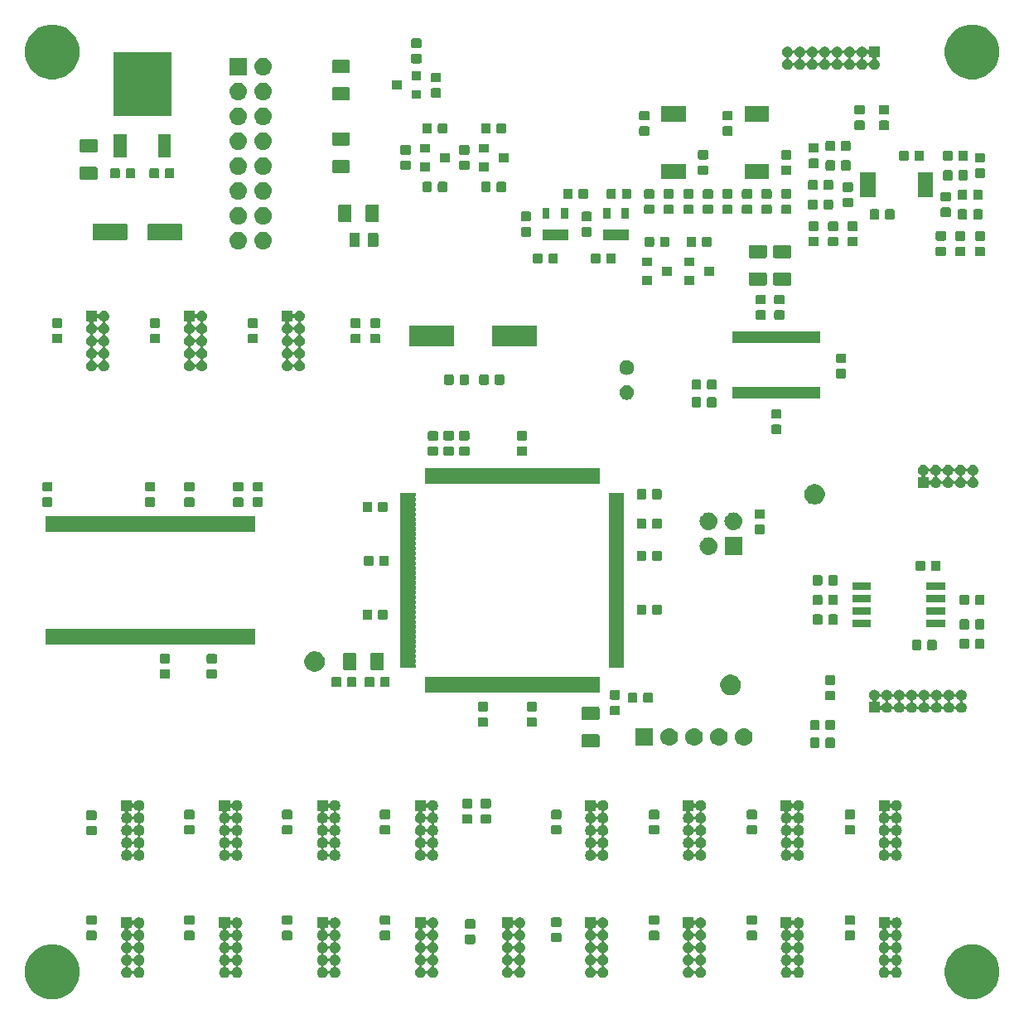
<source format=gts>
G04 #@! TF.GenerationSoftware,KiCad,Pcbnew,(5.1.4)-1*
G04 #@! TF.CreationDate,2020-02-09T23:11:55+09:00*
G04 #@! TF.ProjectId,main,6d61696e-2e6b-4696-9361-645f70636258,rev?*
G04 #@! TF.SameCoordinates,Original*
G04 #@! TF.FileFunction,Soldermask,Top*
G04 #@! TF.FilePolarity,Negative*
%FSLAX46Y46*%
G04 Gerber Fmt 4.6, Leading zero omitted, Abs format (unit mm)*
G04 Created by KiCad (PCBNEW (5.1.4)-1) date 2020-02-09 23:11:55*
%MOMM*%
%LPD*%
G04 APERTURE LIST*
%ADD10C,0.100000*%
G04 APERTURE END LIST*
D10*
G36*
X147817021Y-144306640D02*
G01*
X148326769Y-144517785D01*
X148326771Y-144517786D01*
X148785534Y-144824321D01*
X149175679Y-145214466D01*
X149469279Y-145653871D01*
X149482215Y-145673231D01*
X149693360Y-146182979D01*
X149801000Y-146724124D01*
X149801000Y-147275876D01*
X149693360Y-147817021D01*
X149482215Y-148326769D01*
X149482214Y-148326771D01*
X149175679Y-148785534D01*
X148785534Y-149175679D01*
X148326771Y-149482214D01*
X148326770Y-149482215D01*
X148326769Y-149482215D01*
X147817021Y-149693360D01*
X147275876Y-149801000D01*
X146724124Y-149801000D01*
X146182979Y-149693360D01*
X145673231Y-149482215D01*
X145673230Y-149482215D01*
X145673229Y-149482214D01*
X145214466Y-149175679D01*
X144824321Y-148785534D01*
X144517786Y-148326771D01*
X144517785Y-148326769D01*
X144306640Y-147817021D01*
X144199000Y-147275876D01*
X144199000Y-146724124D01*
X144306640Y-146182979D01*
X144517785Y-145673231D01*
X144530721Y-145653871D01*
X144824321Y-145214466D01*
X145214466Y-144824321D01*
X145673229Y-144517786D01*
X145673231Y-144517785D01*
X146182979Y-144306640D01*
X146724124Y-144199000D01*
X147275876Y-144199000D01*
X147817021Y-144306640D01*
X147817021Y-144306640D01*
G37*
G36*
X53817021Y-144306640D02*
G01*
X54326769Y-144517785D01*
X54326771Y-144517786D01*
X54785534Y-144824321D01*
X55175679Y-145214466D01*
X55469279Y-145653871D01*
X55482215Y-145673231D01*
X55693360Y-146182979D01*
X55801000Y-146724124D01*
X55801000Y-147275876D01*
X55693360Y-147817021D01*
X55482215Y-148326769D01*
X55482214Y-148326771D01*
X55175679Y-148785534D01*
X54785534Y-149175679D01*
X54326771Y-149482214D01*
X54326770Y-149482215D01*
X54326769Y-149482215D01*
X53817021Y-149693360D01*
X53275876Y-149801000D01*
X52724124Y-149801000D01*
X52182979Y-149693360D01*
X51673231Y-149482215D01*
X51673230Y-149482215D01*
X51673229Y-149482214D01*
X51214466Y-149175679D01*
X50824321Y-148785534D01*
X50517786Y-148326771D01*
X50517785Y-148326769D01*
X50306640Y-147817021D01*
X50199000Y-147275876D01*
X50199000Y-146724124D01*
X50306640Y-146182979D01*
X50517785Y-145673231D01*
X50530721Y-145653871D01*
X50824321Y-145214466D01*
X51214466Y-144824321D01*
X51673229Y-144517786D01*
X51673231Y-144517785D01*
X52182979Y-144306640D01*
X52724124Y-144199000D01*
X53275876Y-144199000D01*
X53817021Y-144306640D01*
X53817021Y-144306640D01*
G37*
G36*
X100051000Y-141677265D02*
G01*
X100053402Y-141701651D01*
X100060515Y-141725100D01*
X100072066Y-141746711D01*
X100087611Y-141765653D01*
X100106553Y-141781198D01*
X100128164Y-141792749D01*
X100151613Y-141799862D01*
X100175999Y-141802264D01*
X100200385Y-141799862D01*
X100223834Y-141792749D01*
X100245445Y-141781198D01*
X100264387Y-141765653D01*
X100279932Y-141746711D01*
X100286233Y-141736198D01*
X100309644Y-141692400D01*
X100378499Y-141608499D01*
X100462400Y-141539643D01*
X100530945Y-141503005D01*
X100558121Y-141488479D01*
X100661985Y-141456973D01*
X100742933Y-141449000D01*
X100797067Y-141449000D01*
X100878015Y-141456973D01*
X100981879Y-141488479D01*
X101009055Y-141503005D01*
X101077600Y-141539643D01*
X101161501Y-141608499D01*
X101230357Y-141692400D01*
X101266995Y-141760945D01*
X101281521Y-141788121D01*
X101313027Y-141891985D01*
X101323666Y-142000000D01*
X101313027Y-142108015D01*
X101281521Y-142211879D01*
X101274181Y-142225610D01*
X101230357Y-142307600D01*
X101161501Y-142391501D01*
X101077600Y-142460357D01*
X101009055Y-142496995D01*
X100981879Y-142511521D01*
X100969131Y-142515388D01*
X100946504Y-142524760D01*
X100926130Y-142538374D01*
X100908803Y-142555701D01*
X100895189Y-142576075D01*
X100885812Y-142598714D01*
X100881031Y-142622747D01*
X100881031Y-142647251D01*
X100885811Y-142671285D01*
X100895188Y-142693924D01*
X100908802Y-142714298D01*
X100926129Y-142731625D01*
X100946503Y-142745239D01*
X100969131Y-142754612D01*
X100981879Y-142758479D01*
X101008344Y-142772625D01*
X101077600Y-142809643D01*
X101161501Y-142878499D01*
X101230357Y-142962400D01*
X101248102Y-142995599D01*
X101281521Y-143058121D01*
X101313027Y-143161985D01*
X101323666Y-143270000D01*
X101313027Y-143378015D01*
X101281521Y-143481879D01*
X101281519Y-143481882D01*
X101230357Y-143577600D01*
X101161501Y-143661501D01*
X101077600Y-143730357D01*
X101019135Y-143761607D01*
X100981879Y-143781521D01*
X100969131Y-143785388D01*
X100946504Y-143794760D01*
X100926130Y-143808374D01*
X100908803Y-143825701D01*
X100895189Y-143846075D01*
X100885812Y-143868714D01*
X100881031Y-143892747D01*
X100881031Y-143917251D01*
X100885811Y-143941285D01*
X100895188Y-143963924D01*
X100908802Y-143984298D01*
X100926129Y-144001625D01*
X100946503Y-144015239D01*
X100969131Y-144024612D01*
X100981879Y-144028479D01*
X100983959Y-144029591D01*
X101077600Y-144079643D01*
X101161501Y-144148499D01*
X101230357Y-144232400D01*
X101266995Y-144300945D01*
X101281521Y-144328121D01*
X101313027Y-144431985D01*
X101323666Y-144540000D01*
X101313027Y-144648015D01*
X101281521Y-144751879D01*
X101281519Y-144751882D01*
X101230357Y-144847600D01*
X101161501Y-144931501D01*
X101077600Y-145000357D01*
X101009055Y-145036995D01*
X100981879Y-145051521D01*
X100969131Y-145055388D01*
X100946504Y-145064760D01*
X100926130Y-145078374D01*
X100908803Y-145095701D01*
X100895189Y-145116075D01*
X100885812Y-145138714D01*
X100881031Y-145162747D01*
X100881031Y-145187251D01*
X100885811Y-145211285D01*
X100895188Y-145233924D01*
X100908802Y-145254298D01*
X100926129Y-145271625D01*
X100946503Y-145285239D01*
X100969131Y-145294612D01*
X100981879Y-145298479D01*
X101009055Y-145313005D01*
X101077600Y-145349643D01*
X101161501Y-145418499D01*
X101230357Y-145502400D01*
X101266995Y-145570945D01*
X101281521Y-145598121D01*
X101313027Y-145701985D01*
X101323666Y-145810000D01*
X101313027Y-145918015D01*
X101281521Y-146021879D01*
X101281519Y-146021882D01*
X101230357Y-146117600D01*
X101161501Y-146201501D01*
X101077600Y-146270357D01*
X101009055Y-146306995D01*
X100981879Y-146321521D01*
X100969131Y-146325388D01*
X100946504Y-146334760D01*
X100926130Y-146348374D01*
X100908803Y-146365701D01*
X100895189Y-146386075D01*
X100885812Y-146408714D01*
X100881031Y-146432747D01*
X100881031Y-146457251D01*
X100885811Y-146481285D01*
X100895188Y-146503924D01*
X100908802Y-146524298D01*
X100926129Y-146541625D01*
X100946503Y-146555239D01*
X100969131Y-146564612D01*
X100981879Y-146568479D01*
X101009055Y-146583005D01*
X101077600Y-146619643D01*
X101161501Y-146688499D01*
X101230357Y-146772400D01*
X101266995Y-146840945D01*
X101281521Y-146868121D01*
X101313027Y-146971985D01*
X101323666Y-147080000D01*
X101313027Y-147188015D01*
X101281521Y-147291879D01*
X101281519Y-147291882D01*
X101230357Y-147387600D01*
X101161501Y-147471501D01*
X101077600Y-147540357D01*
X101009055Y-147576995D01*
X100981879Y-147591521D01*
X100878015Y-147623027D01*
X100797067Y-147631000D01*
X100742933Y-147631000D01*
X100661985Y-147623027D01*
X100558121Y-147591521D01*
X100530945Y-147576995D01*
X100462400Y-147540357D01*
X100378499Y-147471501D01*
X100309643Y-147387600D01*
X100258481Y-147291882D01*
X100258479Y-147291879D01*
X100254612Y-147279131D01*
X100245240Y-147256504D01*
X100231626Y-147236130D01*
X100214299Y-147218803D01*
X100193925Y-147205189D01*
X100171286Y-147195812D01*
X100147253Y-147191031D01*
X100122749Y-147191031D01*
X100098715Y-147195811D01*
X100076076Y-147205188D01*
X100055702Y-147218802D01*
X100038375Y-147236129D01*
X100024761Y-147256503D01*
X100015388Y-147279131D01*
X100011521Y-147291879D01*
X100011519Y-147291882D01*
X99960357Y-147387600D01*
X99891501Y-147471501D01*
X99807600Y-147540357D01*
X99739055Y-147576995D01*
X99711879Y-147591521D01*
X99608015Y-147623027D01*
X99527067Y-147631000D01*
X99472933Y-147631000D01*
X99391985Y-147623027D01*
X99288121Y-147591521D01*
X99260945Y-147576995D01*
X99192400Y-147540357D01*
X99108499Y-147471501D01*
X99039643Y-147387600D01*
X98988481Y-147291882D01*
X98988479Y-147291879D01*
X98956973Y-147188015D01*
X98946334Y-147080000D01*
X98956973Y-146971985D01*
X98988479Y-146868121D01*
X99003005Y-146840945D01*
X99039643Y-146772400D01*
X99108499Y-146688499D01*
X99192400Y-146619643D01*
X99260945Y-146583005D01*
X99288121Y-146568479D01*
X99300869Y-146564612D01*
X99323496Y-146555240D01*
X99343870Y-146541626D01*
X99361197Y-146524299D01*
X99374811Y-146503925D01*
X99384188Y-146481286D01*
X99388969Y-146457253D01*
X99388969Y-146432749D01*
X99388969Y-146432747D01*
X99611031Y-146432747D01*
X99611031Y-146457251D01*
X99615811Y-146481285D01*
X99625188Y-146503924D01*
X99638802Y-146524298D01*
X99656129Y-146541625D01*
X99676503Y-146555239D01*
X99699131Y-146564612D01*
X99711879Y-146568479D01*
X99739055Y-146583005D01*
X99807600Y-146619643D01*
X99891501Y-146688499D01*
X99960357Y-146772400D01*
X99996995Y-146840945D01*
X100011521Y-146868121D01*
X100015388Y-146880869D01*
X100024760Y-146903496D01*
X100038374Y-146923870D01*
X100055701Y-146941197D01*
X100076075Y-146954811D01*
X100098714Y-146964188D01*
X100122747Y-146968969D01*
X100147251Y-146968969D01*
X100171285Y-146964189D01*
X100193924Y-146954812D01*
X100214298Y-146941198D01*
X100231625Y-146923871D01*
X100245239Y-146903497D01*
X100254612Y-146880869D01*
X100258479Y-146868121D01*
X100273005Y-146840945D01*
X100309643Y-146772400D01*
X100378499Y-146688499D01*
X100462400Y-146619643D01*
X100530945Y-146583005D01*
X100558121Y-146568479D01*
X100570869Y-146564612D01*
X100593496Y-146555240D01*
X100613870Y-146541626D01*
X100631197Y-146524299D01*
X100644811Y-146503925D01*
X100654188Y-146481286D01*
X100658969Y-146457253D01*
X100658969Y-146432749D01*
X100654189Y-146408715D01*
X100644812Y-146386076D01*
X100631198Y-146365702D01*
X100613871Y-146348375D01*
X100593497Y-146334761D01*
X100570869Y-146325388D01*
X100558121Y-146321521D01*
X100530945Y-146306995D01*
X100462400Y-146270357D01*
X100378499Y-146201501D01*
X100309643Y-146117600D01*
X100258481Y-146021882D01*
X100258479Y-146021879D01*
X100254612Y-146009131D01*
X100245240Y-145986504D01*
X100231626Y-145966130D01*
X100214299Y-145948803D01*
X100193925Y-145935189D01*
X100171286Y-145925812D01*
X100147253Y-145921031D01*
X100122749Y-145921031D01*
X100098715Y-145925811D01*
X100076076Y-145935188D01*
X100055702Y-145948802D01*
X100038375Y-145966129D01*
X100024761Y-145986503D01*
X100015388Y-146009131D01*
X100011521Y-146021879D01*
X100011519Y-146021882D01*
X99960357Y-146117600D01*
X99891501Y-146201501D01*
X99807600Y-146270357D01*
X99739055Y-146306995D01*
X99711879Y-146321521D01*
X99699131Y-146325388D01*
X99676504Y-146334760D01*
X99656130Y-146348374D01*
X99638803Y-146365701D01*
X99625189Y-146386075D01*
X99615812Y-146408714D01*
X99611031Y-146432747D01*
X99388969Y-146432747D01*
X99384189Y-146408715D01*
X99374812Y-146386076D01*
X99361198Y-146365702D01*
X99343871Y-146348375D01*
X99323497Y-146334761D01*
X99300869Y-146325388D01*
X99288121Y-146321521D01*
X99260945Y-146306995D01*
X99192400Y-146270357D01*
X99108499Y-146201501D01*
X99039643Y-146117600D01*
X98988481Y-146021882D01*
X98988479Y-146021879D01*
X98956973Y-145918015D01*
X98946334Y-145810000D01*
X98956973Y-145701985D01*
X98988479Y-145598121D01*
X99003005Y-145570945D01*
X99039643Y-145502400D01*
X99108499Y-145418499D01*
X99192400Y-145349643D01*
X99260945Y-145313005D01*
X99288121Y-145298479D01*
X99300869Y-145294612D01*
X99323496Y-145285240D01*
X99343870Y-145271626D01*
X99361197Y-145254299D01*
X99374811Y-145233925D01*
X99384188Y-145211286D01*
X99388969Y-145187253D01*
X99388969Y-145162749D01*
X99388969Y-145162747D01*
X99611031Y-145162747D01*
X99611031Y-145187251D01*
X99615811Y-145211285D01*
X99625188Y-145233924D01*
X99638802Y-145254298D01*
X99656129Y-145271625D01*
X99676503Y-145285239D01*
X99699131Y-145294612D01*
X99711879Y-145298479D01*
X99739055Y-145313005D01*
X99807600Y-145349643D01*
X99891501Y-145418499D01*
X99960357Y-145502400D01*
X99996995Y-145570945D01*
X100011521Y-145598121D01*
X100015388Y-145610869D01*
X100024760Y-145633496D01*
X100038374Y-145653870D01*
X100055701Y-145671197D01*
X100076075Y-145684811D01*
X100098714Y-145694188D01*
X100122747Y-145698969D01*
X100147251Y-145698969D01*
X100171285Y-145694189D01*
X100193924Y-145684812D01*
X100214298Y-145671198D01*
X100231625Y-145653871D01*
X100245239Y-145633497D01*
X100254612Y-145610869D01*
X100258479Y-145598121D01*
X100273005Y-145570945D01*
X100309643Y-145502400D01*
X100378499Y-145418499D01*
X100462400Y-145349643D01*
X100530945Y-145313005D01*
X100558121Y-145298479D01*
X100570869Y-145294612D01*
X100593496Y-145285240D01*
X100613870Y-145271626D01*
X100631197Y-145254299D01*
X100644811Y-145233925D01*
X100654188Y-145211286D01*
X100658969Y-145187253D01*
X100658969Y-145162749D01*
X100654189Y-145138715D01*
X100644812Y-145116076D01*
X100631198Y-145095702D01*
X100613871Y-145078375D01*
X100593497Y-145064761D01*
X100570869Y-145055388D01*
X100558121Y-145051521D01*
X100530945Y-145036995D01*
X100462400Y-145000357D01*
X100378499Y-144931501D01*
X100309643Y-144847600D01*
X100258481Y-144751882D01*
X100258479Y-144751879D01*
X100254612Y-144739131D01*
X100245240Y-144716504D01*
X100231626Y-144696130D01*
X100214299Y-144678803D01*
X100193925Y-144665189D01*
X100171286Y-144655812D01*
X100147253Y-144651031D01*
X100122749Y-144651031D01*
X100098715Y-144655811D01*
X100076076Y-144665188D01*
X100055702Y-144678802D01*
X100038375Y-144696129D01*
X100024761Y-144716503D01*
X100015388Y-144739131D01*
X100011521Y-144751879D01*
X100011519Y-144751882D01*
X99960357Y-144847600D01*
X99891501Y-144931501D01*
X99807600Y-145000357D01*
X99739055Y-145036995D01*
X99711879Y-145051521D01*
X99699131Y-145055388D01*
X99676504Y-145064760D01*
X99656130Y-145078374D01*
X99638803Y-145095701D01*
X99625189Y-145116075D01*
X99615812Y-145138714D01*
X99611031Y-145162747D01*
X99388969Y-145162747D01*
X99384189Y-145138715D01*
X99374812Y-145116076D01*
X99361198Y-145095702D01*
X99343871Y-145078375D01*
X99323497Y-145064761D01*
X99300869Y-145055388D01*
X99288121Y-145051521D01*
X99260945Y-145036995D01*
X99192400Y-145000357D01*
X99108499Y-144931501D01*
X99039643Y-144847600D01*
X98988481Y-144751882D01*
X98988479Y-144751879D01*
X98956973Y-144648015D01*
X98946334Y-144540000D01*
X98956973Y-144431985D01*
X98988479Y-144328121D01*
X99003005Y-144300945D01*
X99039643Y-144232400D01*
X99108499Y-144148499D01*
X99192400Y-144079643D01*
X99286041Y-144029591D01*
X99288121Y-144028479D01*
X99300869Y-144024612D01*
X99323496Y-144015240D01*
X99343870Y-144001626D01*
X99361197Y-143984299D01*
X99374811Y-143963925D01*
X99384188Y-143941286D01*
X99388969Y-143917253D01*
X99388969Y-143892749D01*
X99388969Y-143892747D01*
X99611031Y-143892747D01*
X99611031Y-143917251D01*
X99615811Y-143941285D01*
X99625188Y-143963924D01*
X99638802Y-143984298D01*
X99656129Y-144001625D01*
X99676503Y-144015239D01*
X99699131Y-144024612D01*
X99711879Y-144028479D01*
X99713959Y-144029591D01*
X99807600Y-144079643D01*
X99891501Y-144148499D01*
X99960357Y-144232400D01*
X99996995Y-144300945D01*
X100011521Y-144328121D01*
X100015388Y-144340869D01*
X100024760Y-144363496D01*
X100038374Y-144383870D01*
X100055701Y-144401197D01*
X100076075Y-144414811D01*
X100098714Y-144424188D01*
X100122747Y-144428969D01*
X100147251Y-144428969D01*
X100171285Y-144424189D01*
X100193924Y-144414812D01*
X100214298Y-144401198D01*
X100231625Y-144383871D01*
X100245239Y-144363497D01*
X100254612Y-144340869D01*
X100258479Y-144328121D01*
X100273005Y-144300945D01*
X100309643Y-144232400D01*
X100378499Y-144148499D01*
X100462400Y-144079643D01*
X100556041Y-144029591D01*
X100558121Y-144028479D01*
X100570869Y-144024612D01*
X100593496Y-144015240D01*
X100613870Y-144001626D01*
X100631197Y-143984299D01*
X100644811Y-143963925D01*
X100654188Y-143941286D01*
X100658969Y-143917253D01*
X100658969Y-143892749D01*
X100654189Y-143868715D01*
X100644812Y-143846076D01*
X100631198Y-143825702D01*
X100613871Y-143808375D01*
X100593497Y-143794761D01*
X100570869Y-143785388D01*
X100558121Y-143781521D01*
X100520865Y-143761607D01*
X100462400Y-143730357D01*
X100378499Y-143661501D01*
X100309643Y-143577600D01*
X100258481Y-143481882D01*
X100258479Y-143481879D01*
X100254612Y-143469131D01*
X100245240Y-143446504D01*
X100231626Y-143426130D01*
X100214299Y-143408803D01*
X100193925Y-143395189D01*
X100171286Y-143385812D01*
X100147253Y-143381031D01*
X100122749Y-143381031D01*
X100098715Y-143385811D01*
X100076076Y-143395188D01*
X100055702Y-143408802D01*
X100038375Y-143426129D01*
X100024761Y-143446503D01*
X100015388Y-143469131D01*
X100011521Y-143481879D01*
X100011519Y-143481882D01*
X99960357Y-143577600D01*
X99891501Y-143661501D01*
X99807600Y-143730357D01*
X99749135Y-143761607D01*
X99711879Y-143781521D01*
X99699131Y-143785388D01*
X99676504Y-143794760D01*
X99656130Y-143808374D01*
X99638803Y-143825701D01*
X99625189Y-143846075D01*
X99615812Y-143868714D01*
X99611031Y-143892747D01*
X99388969Y-143892747D01*
X99384189Y-143868715D01*
X99374812Y-143846076D01*
X99361198Y-143825702D01*
X99343871Y-143808375D01*
X99323497Y-143794761D01*
X99300869Y-143785388D01*
X99288121Y-143781521D01*
X99250865Y-143761607D01*
X99192400Y-143730357D01*
X99108499Y-143661501D01*
X99039643Y-143577600D01*
X98988481Y-143481882D01*
X98988479Y-143481879D01*
X98956973Y-143378015D01*
X98946334Y-143270000D01*
X98956973Y-143161985D01*
X98988479Y-143058121D01*
X99021898Y-142995599D01*
X99039643Y-142962400D01*
X99108499Y-142878499D01*
X99192399Y-142809645D01*
X99192398Y-142809645D01*
X99192400Y-142809644D01*
X99236193Y-142786236D01*
X99256563Y-142772625D01*
X99273890Y-142755298D01*
X99287504Y-142734924D01*
X99296881Y-142712285D01*
X99301662Y-142688252D01*
X99301662Y-142675999D01*
X99697736Y-142675999D01*
X99700138Y-142700385D01*
X99707251Y-142723834D01*
X99718802Y-142745445D01*
X99734347Y-142764387D01*
X99753289Y-142779932D01*
X99763802Y-142786233D01*
X99807600Y-142809644D01*
X99807602Y-142809645D01*
X99807601Y-142809645D01*
X99891501Y-142878499D01*
X99960357Y-142962400D01*
X99978102Y-142995599D01*
X100011521Y-143058121D01*
X100015388Y-143070869D01*
X100024760Y-143093496D01*
X100038374Y-143113870D01*
X100055701Y-143131197D01*
X100076075Y-143144811D01*
X100098714Y-143154188D01*
X100122747Y-143158969D01*
X100147251Y-143158969D01*
X100171285Y-143154189D01*
X100193924Y-143144812D01*
X100214298Y-143131198D01*
X100231625Y-143113871D01*
X100245239Y-143093497D01*
X100254612Y-143070869D01*
X100258479Y-143058121D01*
X100291898Y-142995599D01*
X100309643Y-142962400D01*
X100378499Y-142878499D01*
X100462400Y-142809643D01*
X100531656Y-142772625D01*
X100558121Y-142758479D01*
X100570869Y-142754612D01*
X100593496Y-142745240D01*
X100613870Y-142731626D01*
X100631197Y-142714299D01*
X100644811Y-142693925D01*
X100654188Y-142671286D01*
X100658969Y-142647253D01*
X100658969Y-142622749D01*
X100654189Y-142598715D01*
X100644812Y-142576076D01*
X100631198Y-142555702D01*
X100613871Y-142538375D01*
X100593497Y-142524761D01*
X100570869Y-142515388D01*
X100558121Y-142511521D01*
X100530945Y-142496995D01*
X100462400Y-142460357D01*
X100378499Y-142391501D01*
X100337843Y-142341961D01*
X100309644Y-142307600D01*
X100286236Y-142263807D01*
X100272625Y-142243437D01*
X100255298Y-142226110D01*
X100234924Y-142212496D01*
X100212285Y-142203119D01*
X100188252Y-142198338D01*
X100163748Y-142198338D01*
X100139714Y-142203118D01*
X100117076Y-142212495D01*
X100096701Y-142226109D01*
X100079374Y-142243436D01*
X100065760Y-142263810D01*
X100056383Y-142286449D01*
X100051602Y-142310482D01*
X100051000Y-142322735D01*
X100051000Y-142551000D01*
X99822735Y-142551000D01*
X99798349Y-142553402D01*
X99774900Y-142560515D01*
X99753289Y-142572066D01*
X99734347Y-142587611D01*
X99718802Y-142606553D01*
X99707251Y-142628164D01*
X99700138Y-142651613D01*
X99697736Y-142675999D01*
X99301662Y-142675999D01*
X99301662Y-142663748D01*
X99296882Y-142639714D01*
X99287505Y-142617076D01*
X99273891Y-142596701D01*
X99256564Y-142579374D01*
X99236190Y-142565760D01*
X99213551Y-142556383D01*
X99189518Y-142551602D01*
X99177265Y-142551000D01*
X98949000Y-142551000D01*
X98949000Y-141449000D01*
X100051000Y-141449000D01*
X100051000Y-141677265D01*
X100051000Y-141677265D01*
G37*
G36*
X138551000Y-141677265D02*
G01*
X138553402Y-141701651D01*
X138560515Y-141725100D01*
X138572066Y-141746711D01*
X138587611Y-141765653D01*
X138606553Y-141781198D01*
X138628164Y-141792749D01*
X138651613Y-141799862D01*
X138675999Y-141802264D01*
X138700385Y-141799862D01*
X138723834Y-141792749D01*
X138745445Y-141781198D01*
X138764387Y-141765653D01*
X138779932Y-141746711D01*
X138786233Y-141736198D01*
X138809644Y-141692400D01*
X138878499Y-141608499D01*
X138962400Y-141539643D01*
X139030945Y-141503005D01*
X139058121Y-141488479D01*
X139161985Y-141456973D01*
X139242933Y-141449000D01*
X139297067Y-141449000D01*
X139378015Y-141456973D01*
X139481879Y-141488479D01*
X139509055Y-141503005D01*
X139577600Y-141539643D01*
X139661501Y-141608499D01*
X139730357Y-141692400D01*
X139766995Y-141760945D01*
X139781521Y-141788121D01*
X139813027Y-141891985D01*
X139823666Y-142000000D01*
X139813027Y-142108015D01*
X139781521Y-142211879D01*
X139774181Y-142225610D01*
X139730357Y-142307600D01*
X139661501Y-142391501D01*
X139577600Y-142460357D01*
X139509055Y-142496995D01*
X139481879Y-142511521D01*
X139469131Y-142515388D01*
X139446504Y-142524760D01*
X139426130Y-142538374D01*
X139408803Y-142555701D01*
X139395189Y-142576075D01*
X139385812Y-142598714D01*
X139381031Y-142622747D01*
X139381031Y-142647251D01*
X139385811Y-142671285D01*
X139395188Y-142693924D01*
X139408802Y-142714298D01*
X139426129Y-142731625D01*
X139446503Y-142745239D01*
X139469131Y-142754612D01*
X139481879Y-142758479D01*
X139508344Y-142772625D01*
X139577600Y-142809643D01*
X139661501Y-142878499D01*
X139730357Y-142962400D01*
X139748102Y-142995599D01*
X139781521Y-143058121D01*
X139813027Y-143161985D01*
X139823666Y-143270000D01*
X139813027Y-143378015D01*
X139781521Y-143481879D01*
X139781519Y-143481882D01*
X139730357Y-143577600D01*
X139661501Y-143661501D01*
X139577600Y-143730357D01*
X139519135Y-143761607D01*
X139481879Y-143781521D01*
X139469131Y-143785388D01*
X139446504Y-143794760D01*
X139426130Y-143808374D01*
X139408803Y-143825701D01*
X139395189Y-143846075D01*
X139385812Y-143868714D01*
X139381031Y-143892747D01*
X139381031Y-143917251D01*
X139385811Y-143941285D01*
X139395188Y-143963924D01*
X139408802Y-143984298D01*
X139426129Y-144001625D01*
X139446503Y-144015239D01*
X139469131Y-144024612D01*
X139481879Y-144028479D01*
X139483959Y-144029591D01*
X139577600Y-144079643D01*
X139661501Y-144148499D01*
X139730357Y-144232400D01*
X139766995Y-144300945D01*
X139781521Y-144328121D01*
X139813027Y-144431985D01*
X139823666Y-144540000D01*
X139813027Y-144648015D01*
X139781521Y-144751879D01*
X139781519Y-144751882D01*
X139730357Y-144847600D01*
X139661501Y-144931501D01*
X139577600Y-145000357D01*
X139509055Y-145036995D01*
X139481879Y-145051521D01*
X139469131Y-145055388D01*
X139446504Y-145064760D01*
X139426130Y-145078374D01*
X139408803Y-145095701D01*
X139395189Y-145116075D01*
X139385812Y-145138714D01*
X139381031Y-145162747D01*
X139381031Y-145187251D01*
X139385811Y-145211285D01*
X139395188Y-145233924D01*
X139408802Y-145254298D01*
X139426129Y-145271625D01*
X139446503Y-145285239D01*
X139469131Y-145294612D01*
X139481879Y-145298479D01*
X139509055Y-145313005D01*
X139577600Y-145349643D01*
X139661501Y-145418499D01*
X139730357Y-145502400D01*
X139766995Y-145570945D01*
X139781521Y-145598121D01*
X139813027Y-145701985D01*
X139823666Y-145810000D01*
X139813027Y-145918015D01*
X139781521Y-146021879D01*
X139781519Y-146021882D01*
X139730357Y-146117600D01*
X139661501Y-146201501D01*
X139577600Y-146270357D01*
X139509055Y-146306995D01*
X139481879Y-146321521D01*
X139469131Y-146325388D01*
X139446504Y-146334760D01*
X139426130Y-146348374D01*
X139408803Y-146365701D01*
X139395189Y-146386075D01*
X139385812Y-146408714D01*
X139381031Y-146432747D01*
X139381031Y-146457251D01*
X139385811Y-146481285D01*
X139395188Y-146503924D01*
X139408802Y-146524298D01*
X139426129Y-146541625D01*
X139446503Y-146555239D01*
X139469131Y-146564612D01*
X139481879Y-146568479D01*
X139509055Y-146583005D01*
X139577600Y-146619643D01*
X139661501Y-146688499D01*
X139730357Y-146772400D01*
X139766995Y-146840945D01*
X139781521Y-146868121D01*
X139813027Y-146971985D01*
X139823666Y-147080000D01*
X139813027Y-147188015D01*
X139781521Y-147291879D01*
X139781519Y-147291882D01*
X139730357Y-147387600D01*
X139661501Y-147471501D01*
X139577600Y-147540357D01*
X139509055Y-147576995D01*
X139481879Y-147591521D01*
X139378015Y-147623027D01*
X139297067Y-147631000D01*
X139242933Y-147631000D01*
X139161985Y-147623027D01*
X139058121Y-147591521D01*
X139030945Y-147576995D01*
X138962400Y-147540357D01*
X138878499Y-147471501D01*
X138809643Y-147387600D01*
X138758481Y-147291882D01*
X138758479Y-147291879D01*
X138754612Y-147279131D01*
X138745240Y-147256504D01*
X138731626Y-147236130D01*
X138714299Y-147218803D01*
X138693925Y-147205189D01*
X138671286Y-147195812D01*
X138647253Y-147191031D01*
X138622749Y-147191031D01*
X138598715Y-147195811D01*
X138576076Y-147205188D01*
X138555702Y-147218802D01*
X138538375Y-147236129D01*
X138524761Y-147256503D01*
X138515388Y-147279131D01*
X138511521Y-147291879D01*
X138511519Y-147291882D01*
X138460357Y-147387600D01*
X138391501Y-147471501D01*
X138307600Y-147540357D01*
X138239055Y-147576995D01*
X138211879Y-147591521D01*
X138108015Y-147623027D01*
X138027067Y-147631000D01*
X137972933Y-147631000D01*
X137891985Y-147623027D01*
X137788121Y-147591521D01*
X137760945Y-147576995D01*
X137692400Y-147540357D01*
X137608499Y-147471501D01*
X137539643Y-147387600D01*
X137488481Y-147291882D01*
X137488479Y-147291879D01*
X137456973Y-147188015D01*
X137446334Y-147080000D01*
X137456973Y-146971985D01*
X137488479Y-146868121D01*
X137503005Y-146840945D01*
X137539643Y-146772400D01*
X137608499Y-146688499D01*
X137692400Y-146619643D01*
X137760945Y-146583005D01*
X137788121Y-146568479D01*
X137800869Y-146564612D01*
X137823496Y-146555240D01*
X137843870Y-146541626D01*
X137861197Y-146524299D01*
X137874811Y-146503925D01*
X137884188Y-146481286D01*
X137888969Y-146457253D01*
X137888969Y-146432749D01*
X137888969Y-146432747D01*
X138111031Y-146432747D01*
X138111031Y-146457251D01*
X138115811Y-146481285D01*
X138125188Y-146503924D01*
X138138802Y-146524298D01*
X138156129Y-146541625D01*
X138176503Y-146555239D01*
X138199131Y-146564612D01*
X138211879Y-146568479D01*
X138239055Y-146583005D01*
X138307600Y-146619643D01*
X138391501Y-146688499D01*
X138460357Y-146772400D01*
X138496995Y-146840945D01*
X138511521Y-146868121D01*
X138515388Y-146880869D01*
X138524760Y-146903496D01*
X138538374Y-146923870D01*
X138555701Y-146941197D01*
X138576075Y-146954811D01*
X138598714Y-146964188D01*
X138622747Y-146968969D01*
X138647251Y-146968969D01*
X138671285Y-146964189D01*
X138693924Y-146954812D01*
X138714298Y-146941198D01*
X138731625Y-146923871D01*
X138745239Y-146903497D01*
X138754612Y-146880869D01*
X138758479Y-146868121D01*
X138773005Y-146840945D01*
X138809643Y-146772400D01*
X138878499Y-146688499D01*
X138962400Y-146619643D01*
X139030945Y-146583005D01*
X139058121Y-146568479D01*
X139070869Y-146564612D01*
X139093496Y-146555240D01*
X139113870Y-146541626D01*
X139131197Y-146524299D01*
X139144811Y-146503925D01*
X139154188Y-146481286D01*
X139158969Y-146457253D01*
X139158969Y-146432749D01*
X139154189Y-146408715D01*
X139144812Y-146386076D01*
X139131198Y-146365702D01*
X139113871Y-146348375D01*
X139093497Y-146334761D01*
X139070869Y-146325388D01*
X139058121Y-146321521D01*
X139030945Y-146306995D01*
X138962400Y-146270357D01*
X138878499Y-146201501D01*
X138809643Y-146117600D01*
X138758481Y-146021882D01*
X138758479Y-146021879D01*
X138754612Y-146009131D01*
X138745240Y-145986504D01*
X138731626Y-145966130D01*
X138714299Y-145948803D01*
X138693925Y-145935189D01*
X138671286Y-145925812D01*
X138647253Y-145921031D01*
X138622749Y-145921031D01*
X138598715Y-145925811D01*
X138576076Y-145935188D01*
X138555702Y-145948802D01*
X138538375Y-145966129D01*
X138524761Y-145986503D01*
X138515388Y-146009131D01*
X138511521Y-146021879D01*
X138511519Y-146021882D01*
X138460357Y-146117600D01*
X138391501Y-146201501D01*
X138307600Y-146270357D01*
X138239055Y-146306995D01*
X138211879Y-146321521D01*
X138199131Y-146325388D01*
X138176504Y-146334760D01*
X138156130Y-146348374D01*
X138138803Y-146365701D01*
X138125189Y-146386075D01*
X138115812Y-146408714D01*
X138111031Y-146432747D01*
X137888969Y-146432747D01*
X137884189Y-146408715D01*
X137874812Y-146386076D01*
X137861198Y-146365702D01*
X137843871Y-146348375D01*
X137823497Y-146334761D01*
X137800869Y-146325388D01*
X137788121Y-146321521D01*
X137760945Y-146306995D01*
X137692400Y-146270357D01*
X137608499Y-146201501D01*
X137539643Y-146117600D01*
X137488481Y-146021882D01*
X137488479Y-146021879D01*
X137456973Y-145918015D01*
X137446334Y-145810000D01*
X137456973Y-145701985D01*
X137488479Y-145598121D01*
X137503005Y-145570945D01*
X137539643Y-145502400D01*
X137608499Y-145418499D01*
X137692400Y-145349643D01*
X137760945Y-145313005D01*
X137788121Y-145298479D01*
X137800869Y-145294612D01*
X137823496Y-145285240D01*
X137843870Y-145271626D01*
X137861197Y-145254299D01*
X137874811Y-145233925D01*
X137884188Y-145211286D01*
X137888969Y-145187253D01*
X137888969Y-145162749D01*
X137888969Y-145162747D01*
X138111031Y-145162747D01*
X138111031Y-145187251D01*
X138115811Y-145211285D01*
X138125188Y-145233924D01*
X138138802Y-145254298D01*
X138156129Y-145271625D01*
X138176503Y-145285239D01*
X138199131Y-145294612D01*
X138211879Y-145298479D01*
X138239055Y-145313005D01*
X138307600Y-145349643D01*
X138391501Y-145418499D01*
X138460357Y-145502400D01*
X138496995Y-145570945D01*
X138511521Y-145598121D01*
X138515388Y-145610869D01*
X138524760Y-145633496D01*
X138538374Y-145653870D01*
X138555701Y-145671197D01*
X138576075Y-145684811D01*
X138598714Y-145694188D01*
X138622747Y-145698969D01*
X138647251Y-145698969D01*
X138671285Y-145694189D01*
X138693924Y-145684812D01*
X138714298Y-145671198D01*
X138731625Y-145653871D01*
X138745239Y-145633497D01*
X138754612Y-145610869D01*
X138758479Y-145598121D01*
X138773005Y-145570945D01*
X138809643Y-145502400D01*
X138878499Y-145418499D01*
X138962400Y-145349643D01*
X139030945Y-145313005D01*
X139058121Y-145298479D01*
X139070869Y-145294612D01*
X139093496Y-145285240D01*
X139113870Y-145271626D01*
X139131197Y-145254299D01*
X139144811Y-145233925D01*
X139154188Y-145211286D01*
X139158969Y-145187253D01*
X139158969Y-145162749D01*
X139154189Y-145138715D01*
X139144812Y-145116076D01*
X139131198Y-145095702D01*
X139113871Y-145078375D01*
X139093497Y-145064761D01*
X139070869Y-145055388D01*
X139058121Y-145051521D01*
X139030945Y-145036995D01*
X138962400Y-145000357D01*
X138878499Y-144931501D01*
X138809643Y-144847600D01*
X138758481Y-144751882D01*
X138758479Y-144751879D01*
X138754612Y-144739131D01*
X138745240Y-144716504D01*
X138731626Y-144696130D01*
X138714299Y-144678803D01*
X138693925Y-144665189D01*
X138671286Y-144655812D01*
X138647253Y-144651031D01*
X138622749Y-144651031D01*
X138598715Y-144655811D01*
X138576076Y-144665188D01*
X138555702Y-144678802D01*
X138538375Y-144696129D01*
X138524761Y-144716503D01*
X138515388Y-144739131D01*
X138511521Y-144751879D01*
X138511519Y-144751882D01*
X138460357Y-144847600D01*
X138391501Y-144931501D01*
X138307600Y-145000357D01*
X138239055Y-145036995D01*
X138211879Y-145051521D01*
X138199131Y-145055388D01*
X138176504Y-145064760D01*
X138156130Y-145078374D01*
X138138803Y-145095701D01*
X138125189Y-145116075D01*
X138115812Y-145138714D01*
X138111031Y-145162747D01*
X137888969Y-145162747D01*
X137884189Y-145138715D01*
X137874812Y-145116076D01*
X137861198Y-145095702D01*
X137843871Y-145078375D01*
X137823497Y-145064761D01*
X137800869Y-145055388D01*
X137788121Y-145051521D01*
X137760945Y-145036995D01*
X137692400Y-145000357D01*
X137608499Y-144931501D01*
X137539643Y-144847600D01*
X137488481Y-144751882D01*
X137488479Y-144751879D01*
X137456973Y-144648015D01*
X137446334Y-144540000D01*
X137456973Y-144431985D01*
X137488479Y-144328121D01*
X137503005Y-144300945D01*
X137539643Y-144232400D01*
X137608499Y-144148499D01*
X137692400Y-144079643D01*
X137786041Y-144029591D01*
X137788121Y-144028479D01*
X137800869Y-144024612D01*
X137823496Y-144015240D01*
X137843870Y-144001626D01*
X137861197Y-143984299D01*
X137874811Y-143963925D01*
X137884188Y-143941286D01*
X137888969Y-143917253D01*
X137888969Y-143892749D01*
X137888969Y-143892747D01*
X138111031Y-143892747D01*
X138111031Y-143917251D01*
X138115811Y-143941285D01*
X138125188Y-143963924D01*
X138138802Y-143984298D01*
X138156129Y-144001625D01*
X138176503Y-144015239D01*
X138199131Y-144024612D01*
X138211879Y-144028479D01*
X138213959Y-144029591D01*
X138307600Y-144079643D01*
X138391501Y-144148499D01*
X138460357Y-144232400D01*
X138496995Y-144300945D01*
X138511521Y-144328121D01*
X138515388Y-144340869D01*
X138524760Y-144363496D01*
X138538374Y-144383870D01*
X138555701Y-144401197D01*
X138576075Y-144414811D01*
X138598714Y-144424188D01*
X138622747Y-144428969D01*
X138647251Y-144428969D01*
X138671285Y-144424189D01*
X138693924Y-144414812D01*
X138714298Y-144401198D01*
X138731625Y-144383871D01*
X138745239Y-144363497D01*
X138754612Y-144340869D01*
X138758479Y-144328121D01*
X138773005Y-144300945D01*
X138809643Y-144232400D01*
X138878499Y-144148499D01*
X138962400Y-144079643D01*
X139056041Y-144029591D01*
X139058121Y-144028479D01*
X139070869Y-144024612D01*
X139093496Y-144015240D01*
X139113870Y-144001626D01*
X139131197Y-143984299D01*
X139144811Y-143963925D01*
X139154188Y-143941286D01*
X139158969Y-143917253D01*
X139158969Y-143892749D01*
X139154189Y-143868715D01*
X139144812Y-143846076D01*
X139131198Y-143825702D01*
X139113871Y-143808375D01*
X139093497Y-143794761D01*
X139070869Y-143785388D01*
X139058121Y-143781521D01*
X139020865Y-143761607D01*
X138962400Y-143730357D01*
X138878499Y-143661501D01*
X138809643Y-143577600D01*
X138758481Y-143481882D01*
X138758479Y-143481879D01*
X138754612Y-143469131D01*
X138745240Y-143446504D01*
X138731626Y-143426130D01*
X138714299Y-143408803D01*
X138693925Y-143395189D01*
X138671286Y-143385812D01*
X138647253Y-143381031D01*
X138622749Y-143381031D01*
X138598715Y-143385811D01*
X138576076Y-143395188D01*
X138555702Y-143408802D01*
X138538375Y-143426129D01*
X138524761Y-143446503D01*
X138515388Y-143469131D01*
X138511521Y-143481879D01*
X138511519Y-143481882D01*
X138460357Y-143577600D01*
X138391501Y-143661501D01*
X138307600Y-143730357D01*
X138249135Y-143761607D01*
X138211879Y-143781521D01*
X138199131Y-143785388D01*
X138176504Y-143794760D01*
X138156130Y-143808374D01*
X138138803Y-143825701D01*
X138125189Y-143846075D01*
X138115812Y-143868714D01*
X138111031Y-143892747D01*
X137888969Y-143892747D01*
X137884189Y-143868715D01*
X137874812Y-143846076D01*
X137861198Y-143825702D01*
X137843871Y-143808375D01*
X137823497Y-143794761D01*
X137800869Y-143785388D01*
X137788121Y-143781521D01*
X137750865Y-143761607D01*
X137692400Y-143730357D01*
X137608499Y-143661501D01*
X137539643Y-143577600D01*
X137488481Y-143481882D01*
X137488479Y-143481879D01*
X137456973Y-143378015D01*
X137446334Y-143270000D01*
X137456973Y-143161985D01*
X137488479Y-143058121D01*
X137521898Y-142995599D01*
X137539643Y-142962400D01*
X137608499Y-142878499D01*
X137692399Y-142809645D01*
X137692398Y-142809645D01*
X137692400Y-142809644D01*
X137736193Y-142786236D01*
X137756563Y-142772625D01*
X137773890Y-142755298D01*
X137787504Y-142734924D01*
X137796881Y-142712285D01*
X137801662Y-142688252D01*
X137801662Y-142675999D01*
X138197736Y-142675999D01*
X138200138Y-142700385D01*
X138207251Y-142723834D01*
X138218802Y-142745445D01*
X138234347Y-142764387D01*
X138253289Y-142779932D01*
X138263802Y-142786233D01*
X138307600Y-142809644D01*
X138307602Y-142809645D01*
X138307601Y-142809645D01*
X138391501Y-142878499D01*
X138460357Y-142962400D01*
X138478102Y-142995599D01*
X138511521Y-143058121D01*
X138515388Y-143070869D01*
X138524760Y-143093496D01*
X138538374Y-143113870D01*
X138555701Y-143131197D01*
X138576075Y-143144811D01*
X138598714Y-143154188D01*
X138622747Y-143158969D01*
X138647251Y-143158969D01*
X138671285Y-143154189D01*
X138693924Y-143144812D01*
X138714298Y-143131198D01*
X138731625Y-143113871D01*
X138745239Y-143093497D01*
X138754612Y-143070869D01*
X138758479Y-143058121D01*
X138791898Y-142995599D01*
X138809643Y-142962400D01*
X138878499Y-142878499D01*
X138962400Y-142809643D01*
X139031656Y-142772625D01*
X139058121Y-142758479D01*
X139070869Y-142754612D01*
X139093496Y-142745240D01*
X139113870Y-142731626D01*
X139131197Y-142714299D01*
X139144811Y-142693925D01*
X139154188Y-142671286D01*
X139158969Y-142647253D01*
X139158969Y-142622749D01*
X139154189Y-142598715D01*
X139144812Y-142576076D01*
X139131198Y-142555702D01*
X139113871Y-142538375D01*
X139093497Y-142524761D01*
X139070869Y-142515388D01*
X139058121Y-142511521D01*
X139030945Y-142496995D01*
X138962400Y-142460357D01*
X138878499Y-142391501D01*
X138837843Y-142341961D01*
X138809644Y-142307600D01*
X138786236Y-142263807D01*
X138772625Y-142243437D01*
X138755298Y-142226110D01*
X138734924Y-142212496D01*
X138712285Y-142203119D01*
X138688252Y-142198338D01*
X138663748Y-142198338D01*
X138639714Y-142203118D01*
X138617076Y-142212495D01*
X138596701Y-142226109D01*
X138579374Y-142243436D01*
X138565760Y-142263810D01*
X138556383Y-142286449D01*
X138551602Y-142310482D01*
X138551000Y-142322735D01*
X138551000Y-142551000D01*
X138322735Y-142551000D01*
X138298349Y-142553402D01*
X138274900Y-142560515D01*
X138253289Y-142572066D01*
X138234347Y-142587611D01*
X138218802Y-142606553D01*
X138207251Y-142628164D01*
X138200138Y-142651613D01*
X138197736Y-142675999D01*
X137801662Y-142675999D01*
X137801662Y-142663748D01*
X137796882Y-142639714D01*
X137787505Y-142617076D01*
X137773891Y-142596701D01*
X137756564Y-142579374D01*
X137736190Y-142565760D01*
X137713551Y-142556383D01*
X137689518Y-142551602D01*
X137677265Y-142551000D01*
X137449000Y-142551000D01*
X137449000Y-141449000D01*
X138551000Y-141449000D01*
X138551000Y-141677265D01*
X138551000Y-141677265D01*
G37*
G36*
X61151000Y-141677265D02*
G01*
X61153402Y-141701651D01*
X61160515Y-141725100D01*
X61172066Y-141746711D01*
X61187611Y-141765653D01*
X61206553Y-141781198D01*
X61228164Y-141792749D01*
X61251613Y-141799862D01*
X61275999Y-141802264D01*
X61300385Y-141799862D01*
X61323834Y-141792749D01*
X61345445Y-141781198D01*
X61364387Y-141765653D01*
X61379932Y-141746711D01*
X61386233Y-141736198D01*
X61409644Y-141692400D01*
X61478499Y-141608499D01*
X61562400Y-141539643D01*
X61630945Y-141503005D01*
X61658121Y-141488479D01*
X61761985Y-141456973D01*
X61842933Y-141449000D01*
X61897067Y-141449000D01*
X61978015Y-141456973D01*
X62081879Y-141488479D01*
X62109055Y-141503005D01*
X62177600Y-141539643D01*
X62261501Y-141608499D01*
X62330357Y-141692400D01*
X62366995Y-141760945D01*
X62381521Y-141788121D01*
X62413027Y-141891985D01*
X62423666Y-142000000D01*
X62413027Y-142108015D01*
X62381521Y-142211879D01*
X62374181Y-142225610D01*
X62330357Y-142307600D01*
X62261501Y-142391501D01*
X62177600Y-142460357D01*
X62109055Y-142496995D01*
X62081879Y-142511521D01*
X62069131Y-142515388D01*
X62046504Y-142524760D01*
X62026130Y-142538374D01*
X62008803Y-142555701D01*
X61995189Y-142576075D01*
X61985812Y-142598714D01*
X61981031Y-142622747D01*
X61981031Y-142647251D01*
X61985811Y-142671285D01*
X61995188Y-142693924D01*
X62008802Y-142714298D01*
X62026129Y-142731625D01*
X62046503Y-142745239D01*
X62069131Y-142754612D01*
X62081879Y-142758479D01*
X62108344Y-142772625D01*
X62177600Y-142809643D01*
X62261501Y-142878499D01*
X62330357Y-142962400D01*
X62348102Y-142995599D01*
X62381521Y-143058121D01*
X62413027Y-143161985D01*
X62423666Y-143270000D01*
X62413027Y-143378015D01*
X62381521Y-143481879D01*
X62381519Y-143481882D01*
X62330357Y-143577600D01*
X62261501Y-143661501D01*
X62177600Y-143730357D01*
X62119135Y-143761607D01*
X62081879Y-143781521D01*
X62069131Y-143785388D01*
X62046504Y-143794760D01*
X62026130Y-143808374D01*
X62008803Y-143825701D01*
X61995189Y-143846075D01*
X61985812Y-143868714D01*
X61981031Y-143892747D01*
X61981031Y-143917251D01*
X61985811Y-143941285D01*
X61995188Y-143963924D01*
X62008802Y-143984298D01*
X62026129Y-144001625D01*
X62046503Y-144015239D01*
X62069131Y-144024612D01*
X62081879Y-144028479D01*
X62083959Y-144029591D01*
X62177600Y-144079643D01*
X62261501Y-144148499D01*
X62330357Y-144232400D01*
X62366995Y-144300945D01*
X62381521Y-144328121D01*
X62413027Y-144431985D01*
X62423666Y-144540000D01*
X62413027Y-144648015D01*
X62381521Y-144751879D01*
X62381519Y-144751882D01*
X62330357Y-144847600D01*
X62261501Y-144931501D01*
X62177600Y-145000357D01*
X62109055Y-145036995D01*
X62081879Y-145051521D01*
X62069131Y-145055388D01*
X62046504Y-145064760D01*
X62026130Y-145078374D01*
X62008803Y-145095701D01*
X61995189Y-145116075D01*
X61985812Y-145138714D01*
X61981031Y-145162747D01*
X61981031Y-145187251D01*
X61985811Y-145211285D01*
X61995188Y-145233924D01*
X62008802Y-145254298D01*
X62026129Y-145271625D01*
X62046503Y-145285239D01*
X62069131Y-145294612D01*
X62081879Y-145298479D01*
X62109055Y-145313005D01*
X62177600Y-145349643D01*
X62261501Y-145418499D01*
X62330357Y-145502400D01*
X62366995Y-145570945D01*
X62381521Y-145598121D01*
X62413027Y-145701985D01*
X62423666Y-145810000D01*
X62413027Y-145918015D01*
X62381521Y-146021879D01*
X62381519Y-146021882D01*
X62330357Y-146117600D01*
X62261501Y-146201501D01*
X62177600Y-146270357D01*
X62109055Y-146306995D01*
X62081879Y-146321521D01*
X62069131Y-146325388D01*
X62046504Y-146334760D01*
X62026130Y-146348374D01*
X62008803Y-146365701D01*
X61995189Y-146386075D01*
X61985812Y-146408714D01*
X61981031Y-146432747D01*
X61981031Y-146457251D01*
X61985811Y-146481285D01*
X61995188Y-146503924D01*
X62008802Y-146524298D01*
X62026129Y-146541625D01*
X62046503Y-146555239D01*
X62069131Y-146564612D01*
X62081879Y-146568479D01*
X62109055Y-146583005D01*
X62177600Y-146619643D01*
X62261501Y-146688499D01*
X62330357Y-146772400D01*
X62366995Y-146840945D01*
X62381521Y-146868121D01*
X62413027Y-146971985D01*
X62423666Y-147080000D01*
X62413027Y-147188015D01*
X62381521Y-147291879D01*
X62381519Y-147291882D01*
X62330357Y-147387600D01*
X62261501Y-147471501D01*
X62177600Y-147540357D01*
X62109055Y-147576995D01*
X62081879Y-147591521D01*
X61978015Y-147623027D01*
X61897067Y-147631000D01*
X61842933Y-147631000D01*
X61761985Y-147623027D01*
X61658121Y-147591521D01*
X61630945Y-147576995D01*
X61562400Y-147540357D01*
X61478499Y-147471501D01*
X61409643Y-147387600D01*
X61358481Y-147291882D01*
X61358479Y-147291879D01*
X61354612Y-147279131D01*
X61345240Y-147256504D01*
X61331626Y-147236130D01*
X61314299Y-147218803D01*
X61293925Y-147205189D01*
X61271286Y-147195812D01*
X61247253Y-147191031D01*
X61222749Y-147191031D01*
X61198715Y-147195811D01*
X61176076Y-147205188D01*
X61155702Y-147218802D01*
X61138375Y-147236129D01*
X61124761Y-147256503D01*
X61115388Y-147279131D01*
X61111521Y-147291879D01*
X61111519Y-147291882D01*
X61060357Y-147387600D01*
X60991501Y-147471501D01*
X60907600Y-147540357D01*
X60839055Y-147576995D01*
X60811879Y-147591521D01*
X60708015Y-147623027D01*
X60627067Y-147631000D01*
X60572933Y-147631000D01*
X60491985Y-147623027D01*
X60388121Y-147591521D01*
X60360945Y-147576995D01*
X60292400Y-147540357D01*
X60208499Y-147471501D01*
X60139643Y-147387600D01*
X60088481Y-147291882D01*
X60088479Y-147291879D01*
X60056973Y-147188015D01*
X60046334Y-147080000D01*
X60056973Y-146971985D01*
X60088479Y-146868121D01*
X60103005Y-146840945D01*
X60139643Y-146772400D01*
X60208499Y-146688499D01*
X60292400Y-146619643D01*
X60360945Y-146583005D01*
X60388121Y-146568479D01*
X60400869Y-146564612D01*
X60423496Y-146555240D01*
X60443870Y-146541626D01*
X60461197Y-146524299D01*
X60474811Y-146503925D01*
X60484188Y-146481286D01*
X60488969Y-146457253D01*
X60488969Y-146432749D01*
X60488969Y-146432747D01*
X60711031Y-146432747D01*
X60711031Y-146457251D01*
X60715811Y-146481285D01*
X60725188Y-146503924D01*
X60738802Y-146524298D01*
X60756129Y-146541625D01*
X60776503Y-146555239D01*
X60799131Y-146564612D01*
X60811879Y-146568479D01*
X60839055Y-146583005D01*
X60907600Y-146619643D01*
X60991501Y-146688499D01*
X61060357Y-146772400D01*
X61096995Y-146840945D01*
X61111521Y-146868121D01*
X61115388Y-146880869D01*
X61124760Y-146903496D01*
X61138374Y-146923870D01*
X61155701Y-146941197D01*
X61176075Y-146954811D01*
X61198714Y-146964188D01*
X61222747Y-146968969D01*
X61247251Y-146968969D01*
X61271285Y-146964189D01*
X61293924Y-146954812D01*
X61314298Y-146941198D01*
X61331625Y-146923871D01*
X61345239Y-146903497D01*
X61354612Y-146880869D01*
X61358479Y-146868121D01*
X61373005Y-146840945D01*
X61409643Y-146772400D01*
X61478499Y-146688499D01*
X61562400Y-146619643D01*
X61630945Y-146583005D01*
X61658121Y-146568479D01*
X61670869Y-146564612D01*
X61693496Y-146555240D01*
X61713870Y-146541626D01*
X61731197Y-146524299D01*
X61744811Y-146503925D01*
X61754188Y-146481286D01*
X61758969Y-146457253D01*
X61758969Y-146432749D01*
X61754189Y-146408715D01*
X61744812Y-146386076D01*
X61731198Y-146365702D01*
X61713871Y-146348375D01*
X61693497Y-146334761D01*
X61670869Y-146325388D01*
X61658121Y-146321521D01*
X61630945Y-146306995D01*
X61562400Y-146270357D01*
X61478499Y-146201501D01*
X61409643Y-146117600D01*
X61358481Y-146021882D01*
X61358479Y-146021879D01*
X61354612Y-146009131D01*
X61345240Y-145986504D01*
X61331626Y-145966130D01*
X61314299Y-145948803D01*
X61293925Y-145935189D01*
X61271286Y-145925812D01*
X61247253Y-145921031D01*
X61222749Y-145921031D01*
X61198715Y-145925811D01*
X61176076Y-145935188D01*
X61155702Y-145948802D01*
X61138375Y-145966129D01*
X61124761Y-145986503D01*
X61115388Y-146009131D01*
X61111521Y-146021879D01*
X61111519Y-146021882D01*
X61060357Y-146117600D01*
X60991501Y-146201501D01*
X60907600Y-146270357D01*
X60839055Y-146306995D01*
X60811879Y-146321521D01*
X60799131Y-146325388D01*
X60776504Y-146334760D01*
X60756130Y-146348374D01*
X60738803Y-146365701D01*
X60725189Y-146386075D01*
X60715812Y-146408714D01*
X60711031Y-146432747D01*
X60488969Y-146432747D01*
X60484189Y-146408715D01*
X60474812Y-146386076D01*
X60461198Y-146365702D01*
X60443871Y-146348375D01*
X60423497Y-146334761D01*
X60400869Y-146325388D01*
X60388121Y-146321521D01*
X60360945Y-146306995D01*
X60292400Y-146270357D01*
X60208499Y-146201501D01*
X60139643Y-146117600D01*
X60088481Y-146021882D01*
X60088479Y-146021879D01*
X60056973Y-145918015D01*
X60046334Y-145810000D01*
X60056973Y-145701985D01*
X60088479Y-145598121D01*
X60103005Y-145570945D01*
X60139643Y-145502400D01*
X60208499Y-145418499D01*
X60292400Y-145349643D01*
X60360945Y-145313005D01*
X60388121Y-145298479D01*
X60400869Y-145294612D01*
X60423496Y-145285240D01*
X60443870Y-145271626D01*
X60461197Y-145254299D01*
X60474811Y-145233925D01*
X60484188Y-145211286D01*
X60488969Y-145187253D01*
X60488969Y-145162749D01*
X60488969Y-145162747D01*
X60711031Y-145162747D01*
X60711031Y-145187251D01*
X60715811Y-145211285D01*
X60725188Y-145233924D01*
X60738802Y-145254298D01*
X60756129Y-145271625D01*
X60776503Y-145285239D01*
X60799131Y-145294612D01*
X60811879Y-145298479D01*
X60839055Y-145313005D01*
X60907600Y-145349643D01*
X60991501Y-145418499D01*
X61060357Y-145502400D01*
X61096995Y-145570945D01*
X61111521Y-145598121D01*
X61115388Y-145610869D01*
X61124760Y-145633496D01*
X61138374Y-145653870D01*
X61155701Y-145671197D01*
X61176075Y-145684811D01*
X61198714Y-145694188D01*
X61222747Y-145698969D01*
X61247251Y-145698969D01*
X61271285Y-145694189D01*
X61293924Y-145684812D01*
X61314298Y-145671198D01*
X61331625Y-145653871D01*
X61345239Y-145633497D01*
X61354612Y-145610869D01*
X61358479Y-145598121D01*
X61373005Y-145570945D01*
X61409643Y-145502400D01*
X61478499Y-145418499D01*
X61562400Y-145349643D01*
X61630945Y-145313005D01*
X61658121Y-145298479D01*
X61670869Y-145294612D01*
X61693496Y-145285240D01*
X61713870Y-145271626D01*
X61731197Y-145254299D01*
X61744811Y-145233925D01*
X61754188Y-145211286D01*
X61758969Y-145187253D01*
X61758969Y-145162749D01*
X61754189Y-145138715D01*
X61744812Y-145116076D01*
X61731198Y-145095702D01*
X61713871Y-145078375D01*
X61693497Y-145064761D01*
X61670869Y-145055388D01*
X61658121Y-145051521D01*
X61630945Y-145036995D01*
X61562400Y-145000357D01*
X61478499Y-144931501D01*
X61409643Y-144847600D01*
X61358481Y-144751882D01*
X61358479Y-144751879D01*
X61354612Y-144739131D01*
X61345240Y-144716504D01*
X61331626Y-144696130D01*
X61314299Y-144678803D01*
X61293925Y-144665189D01*
X61271286Y-144655812D01*
X61247253Y-144651031D01*
X61222749Y-144651031D01*
X61198715Y-144655811D01*
X61176076Y-144665188D01*
X61155702Y-144678802D01*
X61138375Y-144696129D01*
X61124761Y-144716503D01*
X61115388Y-144739131D01*
X61111521Y-144751879D01*
X61111519Y-144751882D01*
X61060357Y-144847600D01*
X60991501Y-144931501D01*
X60907600Y-145000357D01*
X60839055Y-145036995D01*
X60811879Y-145051521D01*
X60799131Y-145055388D01*
X60776504Y-145064760D01*
X60756130Y-145078374D01*
X60738803Y-145095701D01*
X60725189Y-145116075D01*
X60715812Y-145138714D01*
X60711031Y-145162747D01*
X60488969Y-145162747D01*
X60484189Y-145138715D01*
X60474812Y-145116076D01*
X60461198Y-145095702D01*
X60443871Y-145078375D01*
X60423497Y-145064761D01*
X60400869Y-145055388D01*
X60388121Y-145051521D01*
X60360945Y-145036995D01*
X60292400Y-145000357D01*
X60208499Y-144931501D01*
X60139643Y-144847600D01*
X60088481Y-144751882D01*
X60088479Y-144751879D01*
X60056973Y-144648015D01*
X60046334Y-144540000D01*
X60056973Y-144431985D01*
X60088479Y-144328121D01*
X60103005Y-144300945D01*
X60139643Y-144232400D01*
X60208499Y-144148499D01*
X60292400Y-144079643D01*
X60386041Y-144029591D01*
X60388121Y-144028479D01*
X60400869Y-144024612D01*
X60423496Y-144015240D01*
X60443870Y-144001626D01*
X60461197Y-143984299D01*
X60474811Y-143963925D01*
X60484188Y-143941286D01*
X60488969Y-143917253D01*
X60488969Y-143892749D01*
X60488969Y-143892747D01*
X60711031Y-143892747D01*
X60711031Y-143917251D01*
X60715811Y-143941285D01*
X60725188Y-143963924D01*
X60738802Y-143984298D01*
X60756129Y-144001625D01*
X60776503Y-144015239D01*
X60799131Y-144024612D01*
X60811879Y-144028479D01*
X60813959Y-144029591D01*
X60907600Y-144079643D01*
X60991501Y-144148499D01*
X61060357Y-144232400D01*
X61096995Y-144300945D01*
X61111521Y-144328121D01*
X61115388Y-144340869D01*
X61124760Y-144363496D01*
X61138374Y-144383870D01*
X61155701Y-144401197D01*
X61176075Y-144414811D01*
X61198714Y-144424188D01*
X61222747Y-144428969D01*
X61247251Y-144428969D01*
X61271285Y-144424189D01*
X61293924Y-144414812D01*
X61314298Y-144401198D01*
X61331625Y-144383871D01*
X61345239Y-144363497D01*
X61354612Y-144340869D01*
X61358479Y-144328121D01*
X61373005Y-144300945D01*
X61409643Y-144232400D01*
X61478499Y-144148499D01*
X61562400Y-144079643D01*
X61656041Y-144029591D01*
X61658121Y-144028479D01*
X61670869Y-144024612D01*
X61693496Y-144015240D01*
X61713870Y-144001626D01*
X61731197Y-143984299D01*
X61744811Y-143963925D01*
X61754188Y-143941286D01*
X61758969Y-143917253D01*
X61758969Y-143892749D01*
X61754189Y-143868715D01*
X61744812Y-143846076D01*
X61731198Y-143825702D01*
X61713871Y-143808375D01*
X61693497Y-143794761D01*
X61670869Y-143785388D01*
X61658121Y-143781521D01*
X61620865Y-143761607D01*
X61562400Y-143730357D01*
X61478499Y-143661501D01*
X61409643Y-143577600D01*
X61358481Y-143481882D01*
X61358479Y-143481879D01*
X61354612Y-143469131D01*
X61345240Y-143446504D01*
X61331626Y-143426130D01*
X61314299Y-143408803D01*
X61293925Y-143395189D01*
X61271286Y-143385812D01*
X61247253Y-143381031D01*
X61222749Y-143381031D01*
X61198715Y-143385811D01*
X61176076Y-143395188D01*
X61155702Y-143408802D01*
X61138375Y-143426129D01*
X61124761Y-143446503D01*
X61115388Y-143469131D01*
X61111521Y-143481879D01*
X61111519Y-143481882D01*
X61060357Y-143577600D01*
X60991501Y-143661501D01*
X60907600Y-143730357D01*
X60849135Y-143761607D01*
X60811879Y-143781521D01*
X60799131Y-143785388D01*
X60776504Y-143794760D01*
X60756130Y-143808374D01*
X60738803Y-143825701D01*
X60725189Y-143846075D01*
X60715812Y-143868714D01*
X60711031Y-143892747D01*
X60488969Y-143892747D01*
X60484189Y-143868715D01*
X60474812Y-143846076D01*
X60461198Y-143825702D01*
X60443871Y-143808375D01*
X60423497Y-143794761D01*
X60400869Y-143785388D01*
X60388121Y-143781521D01*
X60350865Y-143761607D01*
X60292400Y-143730357D01*
X60208499Y-143661501D01*
X60139643Y-143577600D01*
X60088481Y-143481882D01*
X60088479Y-143481879D01*
X60056973Y-143378015D01*
X60046334Y-143270000D01*
X60056973Y-143161985D01*
X60088479Y-143058121D01*
X60121898Y-142995599D01*
X60139643Y-142962400D01*
X60208499Y-142878499D01*
X60292399Y-142809645D01*
X60292398Y-142809645D01*
X60292400Y-142809644D01*
X60336193Y-142786236D01*
X60356563Y-142772625D01*
X60373890Y-142755298D01*
X60387504Y-142734924D01*
X60396881Y-142712285D01*
X60401662Y-142688252D01*
X60401662Y-142675999D01*
X60797736Y-142675999D01*
X60800138Y-142700385D01*
X60807251Y-142723834D01*
X60818802Y-142745445D01*
X60834347Y-142764387D01*
X60853289Y-142779932D01*
X60863802Y-142786233D01*
X60907600Y-142809644D01*
X60907602Y-142809645D01*
X60907601Y-142809645D01*
X60991501Y-142878499D01*
X61060357Y-142962400D01*
X61078102Y-142995599D01*
X61111521Y-143058121D01*
X61115388Y-143070869D01*
X61124760Y-143093496D01*
X61138374Y-143113870D01*
X61155701Y-143131197D01*
X61176075Y-143144811D01*
X61198714Y-143154188D01*
X61222747Y-143158969D01*
X61247251Y-143158969D01*
X61271285Y-143154189D01*
X61293924Y-143144812D01*
X61314298Y-143131198D01*
X61331625Y-143113871D01*
X61345239Y-143093497D01*
X61354612Y-143070869D01*
X61358479Y-143058121D01*
X61391898Y-142995599D01*
X61409643Y-142962400D01*
X61478499Y-142878499D01*
X61562400Y-142809643D01*
X61631656Y-142772625D01*
X61658121Y-142758479D01*
X61670869Y-142754612D01*
X61693496Y-142745240D01*
X61713870Y-142731626D01*
X61731197Y-142714299D01*
X61744811Y-142693925D01*
X61754188Y-142671286D01*
X61758969Y-142647253D01*
X61758969Y-142622749D01*
X61754189Y-142598715D01*
X61744812Y-142576076D01*
X61731198Y-142555702D01*
X61713871Y-142538375D01*
X61693497Y-142524761D01*
X61670869Y-142515388D01*
X61658121Y-142511521D01*
X61630945Y-142496995D01*
X61562400Y-142460357D01*
X61478499Y-142391501D01*
X61437843Y-142341961D01*
X61409644Y-142307600D01*
X61386236Y-142263807D01*
X61372625Y-142243437D01*
X61355298Y-142226110D01*
X61334924Y-142212496D01*
X61312285Y-142203119D01*
X61288252Y-142198338D01*
X61263748Y-142198338D01*
X61239714Y-142203118D01*
X61217076Y-142212495D01*
X61196701Y-142226109D01*
X61179374Y-142243436D01*
X61165760Y-142263810D01*
X61156383Y-142286449D01*
X61151602Y-142310482D01*
X61151000Y-142322735D01*
X61151000Y-142551000D01*
X60922735Y-142551000D01*
X60898349Y-142553402D01*
X60874900Y-142560515D01*
X60853289Y-142572066D01*
X60834347Y-142587611D01*
X60818802Y-142606553D01*
X60807251Y-142628164D01*
X60800138Y-142651613D01*
X60797736Y-142675999D01*
X60401662Y-142675999D01*
X60401662Y-142663748D01*
X60396882Y-142639714D01*
X60387505Y-142617076D01*
X60373891Y-142596701D01*
X60356564Y-142579374D01*
X60336190Y-142565760D01*
X60313551Y-142556383D01*
X60289518Y-142551602D01*
X60277265Y-142551000D01*
X60049000Y-142551000D01*
X60049000Y-141449000D01*
X61151000Y-141449000D01*
X61151000Y-141677265D01*
X61151000Y-141677265D01*
G37*
G36*
X91151000Y-141677265D02*
G01*
X91153402Y-141701651D01*
X91160515Y-141725100D01*
X91172066Y-141746711D01*
X91187611Y-141765653D01*
X91206553Y-141781198D01*
X91228164Y-141792749D01*
X91251613Y-141799862D01*
X91275999Y-141802264D01*
X91300385Y-141799862D01*
X91323834Y-141792749D01*
X91345445Y-141781198D01*
X91364387Y-141765653D01*
X91379932Y-141746711D01*
X91386233Y-141736198D01*
X91409644Y-141692400D01*
X91478499Y-141608499D01*
X91562400Y-141539643D01*
X91630945Y-141503005D01*
X91658121Y-141488479D01*
X91761985Y-141456973D01*
X91842933Y-141449000D01*
X91897067Y-141449000D01*
X91978015Y-141456973D01*
X92081879Y-141488479D01*
X92109055Y-141503005D01*
X92177600Y-141539643D01*
X92261501Y-141608499D01*
X92330357Y-141692400D01*
X92366995Y-141760945D01*
X92381521Y-141788121D01*
X92413027Y-141891985D01*
X92423666Y-142000000D01*
X92413027Y-142108015D01*
X92381521Y-142211879D01*
X92374181Y-142225610D01*
X92330357Y-142307600D01*
X92261501Y-142391501D01*
X92177600Y-142460357D01*
X92109055Y-142496995D01*
X92081879Y-142511521D01*
X92069131Y-142515388D01*
X92046504Y-142524760D01*
X92026130Y-142538374D01*
X92008803Y-142555701D01*
X91995189Y-142576075D01*
X91985812Y-142598714D01*
X91981031Y-142622747D01*
X91981031Y-142647251D01*
X91985811Y-142671285D01*
X91995188Y-142693924D01*
X92008802Y-142714298D01*
X92026129Y-142731625D01*
X92046503Y-142745239D01*
X92069131Y-142754612D01*
X92081879Y-142758479D01*
X92108344Y-142772625D01*
X92177600Y-142809643D01*
X92261501Y-142878499D01*
X92330357Y-142962400D01*
X92348102Y-142995599D01*
X92381521Y-143058121D01*
X92413027Y-143161985D01*
X92423666Y-143270000D01*
X92413027Y-143378015D01*
X92381521Y-143481879D01*
X92381519Y-143481882D01*
X92330357Y-143577600D01*
X92261501Y-143661501D01*
X92177600Y-143730357D01*
X92119135Y-143761607D01*
X92081879Y-143781521D01*
X92069131Y-143785388D01*
X92046504Y-143794760D01*
X92026130Y-143808374D01*
X92008803Y-143825701D01*
X91995189Y-143846075D01*
X91985812Y-143868714D01*
X91981031Y-143892747D01*
X91981031Y-143917251D01*
X91985811Y-143941285D01*
X91995188Y-143963924D01*
X92008802Y-143984298D01*
X92026129Y-144001625D01*
X92046503Y-144015239D01*
X92069131Y-144024612D01*
X92081879Y-144028479D01*
X92083959Y-144029591D01*
X92177600Y-144079643D01*
X92261501Y-144148499D01*
X92330357Y-144232400D01*
X92366995Y-144300945D01*
X92381521Y-144328121D01*
X92413027Y-144431985D01*
X92423666Y-144540000D01*
X92413027Y-144648015D01*
X92381521Y-144751879D01*
X92381519Y-144751882D01*
X92330357Y-144847600D01*
X92261501Y-144931501D01*
X92177600Y-145000357D01*
X92109055Y-145036995D01*
X92081879Y-145051521D01*
X92069131Y-145055388D01*
X92046504Y-145064760D01*
X92026130Y-145078374D01*
X92008803Y-145095701D01*
X91995189Y-145116075D01*
X91985812Y-145138714D01*
X91981031Y-145162747D01*
X91981031Y-145187251D01*
X91985811Y-145211285D01*
X91995188Y-145233924D01*
X92008802Y-145254298D01*
X92026129Y-145271625D01*
X92046503Y-145285239D01*
X92069131Y-145294612D01*
X92081879Y-145298479D01*
X92109055Y-145313005D01*
X92177600Y-145349643D01*
X92261501Y-145418499D01*
X92330357Y-145502400D01*
X92366995Y-145570945D01*
X92381521Y-145598121D01*
X92413027Y-145701985D01*
X92423666Y-145810000D01*
X92413027Y-145918015D01*
X92381521Y-146021879D01*
X92381519Y-146021882D01*
X92330357Y-146117600D01*
X92261501Y-146201501D01*
X92177600Y-146270357D01*
X92109055Y-146306995D01*
X92081879Y-146321521D01*
X92069131Y-146325388D01*
X92046504Y-146334760D01*
X92026130Y-146348374D01*
X92008803Y-146365701D01*
X91995189Y-146386075D01*
X91985812Y-146408714D01*
X91981031Y-146432747D01*
X91981031Y-146457251D01*
X91985811Y-146481285D01*
X91995188Y-146503924D01*
X92008802Y-146524298D01*
X92026129Y-146541625D01*
X92046503Y-146555239D01*
X92069131Y-146564612D01*
X92081879Y-146568479D01*
X92109055Y-146583005D01*
X92177600Y-146619643D01*
X92261501Y-146688499D01*
X92330357Y-146772400D01*
X92366995Y-146840945D01*
X92381521Y-146868121D01*
X92413027Y-146971985D01*
X92423666Y-147080000D01*
X92413027Y-147188015D01*
X92381521Y-147291879D01*
X92381519Y-147291882D01*
X92330357Y-147387600D01*
X92261501Y-147471501D01*
X92177600Y-147540357D01*
X92109055Y-147576995D01*
X92081879Y-147591521D01*
X91978015Y-147623027D01*
X91897067Y-147631000D01*
X91842933Y-147631000D01*
X91761985Y-147623027D01*
X91658121Y-147591521D01*
X91630945Y-147576995D01*
X91562400Y-147540357D01*
X91478499Y-147471501D01*
X91409643Y-147387600D01*
X91358481Y-147291882D01*
X91358479Y-147291879D01*
X91354612Y-147279131D01*
X91345240Y-147256504D01*
X91331626Y-147236130D01*
X91314299Y-147218803D01*
X91293925Y-147205189D01*
X91271286Y-147195812D01*
X91247253Y-147191031D01*
X91222749Y-147191031D01*
X91198715Y-147195811D01*
X91176076Y-147205188D01*
X91155702Y-147218802D01*
X91138375Y-147236129D01*
X91124761Y-147256503D01*
X91115388Y-147279131D01*
X91111521Y-147291879D01*
X91111519Y-147291882D01*
X91060357Y-147387600D01*
X90991501Y-147471501D01*
X90907600Y-147540357D01*
X90839055Y-147576995D01*
X90811879Y-147591521D01*
X90708015Y-147623027D01*
X90627067Y-147631000D01*
X90572933Y-147631000D01*
X90491985Y-147623027D01*
X90388121Y-147591521D01*
X90360945Y-147576995D01*
X90292400Y-147540357D01*
X90208499Y-147471501D01*
X90139643Y-147387600D01*
X90088481Y-147291882D01*
X90088479Y-147291879D01*
X90056973Y-147188015D01*
X90046334Y-147080000D01*
X90056973Y-146971985D01*
X90088479Y-146868121D01*
X90103005Y-146840945D01*
X90139643Y-146772400D01*
X90208499Y-146688499D01*
X90292400Y-146619643D01*
X90360945Y-146583005D01*
X90388121Y-146568479D01*
X90400869Y-146564612D01*
X90423496Y-146555240D01*
X90443870Y-146541626D01*
X90461197Y-146524299D01*
X90474811Y-146503925D01*
X90484188Y-146481286D01*
X90488969Y-146457253D01*
X90488969Y-146432749D01*
X90488969Y-146432747D01*
X90711031Y-146432747D01*
X90711031Y-146457251D01*
X90715811Y-146481285D01*
X90725188Y-146503924D01*
X90738802Y-146524298D01*
X90756129Y-146541625D01*
X90776503Y-146555239D01*
X90799131Y-146564612D01*
X90811879Y-146568479D01*
X90839055Y-146583005D01*
X90907600Y-146619643D01*
X90991501Y-146688499D01*
X91060357Y-146772400D01*
X91096995Y-146840945D01*
X91111521Y-146868121D01*
X91115388Y-146880869D01*
X91124760Y-146903496D01*
X91138374Y-146923870D01*
X91155701Y-146941197D01*
X91176075Y-146954811D01*
X91198714Y-146964188D01*
X91222747Y-146968969D01*
X91247251Y-146968969D01*
X91271285Y-146964189D01*
X91293924Y-146954812D01*
X91314298Y-146941198D01*
X91331625Y-146923871D01*
X91345239Y-146903497D01*
X91354612Y-146880869D01*
X91358479Y-146868121D01*
X91373005Y-146840945D01*
X91409643Y-146772400D01*
X91478499Y-146688499D01*
X91562400Y-146619643D01*
X91630945Y-146583005D01*
X91658121Y-146568479D01*
X91670869Y-146564612D01*
X91693496Y-146555240D01*
X91713870Y-146541626D01*
X91731197Y-146524299D01*
X91744811Y-146503925D01*
X91754188Y-146481286D01*
X91758969Y-146457253D01*
X91758969Y-146432749D01*
X91754189Y-146408715D01*
X91744812Y-146386076D01*
X91731198Y-146365702D01*
X91713871Y-146348375D01*
X91693497Y-146334761D01*
X91670869Y-146325388D01*
X91658121Y-146321521D01*
X91630945Y-146306995D01*
X91562400Y-146270357D01*
X91478499Y-146201501D01*
X91409643Y-146117600D01*
X91358481Y-146021882D01*
X91358479Y-146021879D01*
X91354612Y-146009131D01*
X91345240Y-145986504D01*
X91331626Y-145966130D01*
X91314299Y-145948803D01*
X91293925Y-145935189D01*
X91271286Y-145925812D01*
X91247253Y-145921031D01*
X91222749Y-145921031D01*
X91198715Y-145925811D01*
X91176076Y-145935188D01*
X91155702Y-145948802D01*
X91138375Y-145966129D01*
X91124761Y-145986503D01*
X91115388Y-146009131D01*
X91111521Y-146021879D01*
X91111519Y-146021882D01*
X91060357Y-146117600D01*
X90991501Y-146201501D01*
X90907600Y-146270357D01*
X90839055Y-146306995D01*
X90811879Y-146321521D01*
X90799131Y-146325388D01*
X90776504Y-146334760D01*
X90756130Y-146348374D01*
X90738803Y-146365701D01*
X90725189Y-146386075D01*
X90715812Y-146408714D01*
X90711031Y-146432747D01*
X90488969Y-146432747D01*
X90484189Y-146408715D01*
X90474812Y-146386076D01*
X90461198Y-146365702D01*
X90443871Y-146348375D01*
X90423497Y-146334761D01*
X90400869Y-146325388D01*
X90388121Y-146321521D01*
X90360945Y-146306995D01*
X90292400Y-146270357D01*
X90208499Y-146201501D01*
X90139643Y-146117600D01*
X90088481Y-146021882D01*
X90088479Y-146021879D01*
X90056973Y-145918015D01*
X90046334Y-145810000D01*
X90056973Y-145701985D01*
X90088479Y-145598121D01*
X90103005Y-145570945D01*
X90139643Y-145502400D01*
X90208499Y-145418499D01*
X90292400Y-145349643D01*
X90360945Y-145313005D01*
X90388121Y-145298479D01*
X90400869Y-145294612D01*
X90423496Y-145285240D01*
X90443870Y-145271626D01*
X90461197Y-145254299D01*
X90474811Y-145233925D01*
X90484188Y-145211286D01*
X90488969Y-145187253D01*
X90488969Y-145162749D01*
X90488969Y-145162747D01*
X90711031Y-145162747D01*
X90711031Y-145187251D01*
X90715811Y-145211285D01*
X90725188Y-145233924D01*
X90738802Y-145254298D01*
X90756129Y-145271625D01*
X90776503Y-145285239D01*
X90799131Y-145294612D01*
X90811879Y-145298479D01*
X90839055Y-145313005D01*
X90907600Y-145349643D01*
X90991501Y-145418499D01*
X91060357Y-145502400D01*
X91096995Y-145570945D01*
X91111521Y-145598121D01*
X91115388Y-145610869D01*
X91124760Y-145633496D01*
X91138374Y-145653870D01*
X91155701Y-145671197D01*
X91176075Y-145684811D01*
X91198714Y-145694188D01*
X91222747Y-145698969D01*
X91247251Y-145698969D01*
X91271285Y-145694189D01*
X91293924Y-145684812D01*
X91314298Y-145671198D01*
X91331625Y-145653871D01*
X91345239Y-145633497D01*
X91354612Y-145610869D01*
X91358479Y-145598121D01*
X91373005Y-145570945D01*
X91409643Y-145502400D01*
X91478499Y-145418499D01*
X91562400Y-145349643D01*
X91630945Y-145313005D01*
X91658121Y-145298479D01*
X91670869Y-145294612D01*
X91693496Y-145285240D01*
X91713870Y-145271626D01*
X91731197Y-145254299D01*
X91744811Y-145233925D01*
X91754188Y-145211286D01*
X91758969Y-145187253D01*
X91758969Y-145162749D01*
X91754189Y-145138715D01*
X91744812Y-145116076D01*
X91731198Y-145095702D01*
X91713871Y-145078375D01*
X91693497Y-145064761D01*
X91670869Y-145055388D01*
X91658121Y-145051521D01*
X91630945Y-145036995D01*
X91562400Y-145000357D01*
X91478499Y-144931501D01*
X91409643Y-144847600D01*
X91358481Y-144751882D01*
X91358479Y-144751879D01*
X91354612Y-144739131D01*
X91345240Y-144716504D01*
X91331626Y-144696130D01*
X91314299Y-144678803D01*
X91293925Y-144665189D01*
X91271286Y-144655812D01*
X91247253Y-144651031D01*
X91222749Y-144651031D01*
X91198715Y-144655811D01*
X91176076Y-144665188D01*
X91155702Y-144678802D01*
X91138375Y-144696129D01*
X91124761Y-144716503D01*
X91115388Y-144739131D01*
X91111521Y-144751879D01*
X91111519Y-144751882D01*
X91060357Y-144847600D01*
X90991501Y-144931501D01*
X90907600Y-145000357D01*
X90839055Y-145036995D01*
X90811879Y-145051521D01*
X90799131Y-145055388D01*
X90776504Y-145064760D01*
X90756130Y-145078374D01*
X90738803Y-145095701D01*
X90725189Y-145116075D01*
X90715812Y-145138714D01*
X90711031Y-145162747D01*
X90488969Y-145162747D01*
X90484189Y-145138715D01*
X90474812Y-145116076D01*
X90461198Y-145095702D01*
X90443871Y-145078375D01*
X90423497Y-145064761D01*
X90400869Y-145055388D01*
X90388121Y-145051521D01*
X90360945Y-145036995D01*
X90292400Y-145000357D01*
X90208499Y-144931501D01*
X90139643Y-144847600D01*
X90088481Y-144751882D01*
X90088479Y-144751879D01*
X90056973Y-144648015D01*
X90046334Y-144540000D01*
X90056973Y-144431985D01*
X90088479Y-144328121D01*
X90103005Y-144300945D01*
X90139643Y-144232400D01*
X90208499Y-144148499D01*
X90292400Y-144079643D01*
X90386041Y-144029591D01*
X90388121Y-144028479D01*
X90400869Y-144024612D01*
X90423496Y-144015240D01*
X90443870Y-144001626D01*
X90461197Y-143984299D01*
X90474811Y-143963925D01*
X90484188Y-143941286D01*
X90488969Y-143917253D01*
X90488969Y-143892749D01*
X90488969Y-143892747D01*
X90711031Y-143892747D01*
X90711031Y-143917251D01*
X90715811Y-143941285D01*
X90725188Y-143963924D01*
X90738802Y-143984298D01*
X90756129Y-144001625D01*
X90776503Y-144015239D01*
X90799131Y-144024612D01*
X90811879Y-144028479D01*
X90813959Y-144029591D01*
X90907600Y-144079643D01*
X90991501Y-144148499D01*
X91060357Y-144232400D01*
X91096995Y-144300945D01*
X91111521Y-144328121D01*
X91115388Y-144340869D01*
X91124760Y-144363496D01*
X91138374Y-144383870D01*
X91155701Y-144401197D01*
X91176075Y-144414811D01*
X91198714Y-144424188D01*
X91222747Y-144428969D01*
X91247251Y-144428969D01*
X91271285Y-144424189D01*
X91293924Y-144414812D01*
X91314298Y-144401198D01*
X91331625Y-144383871D01*
X91345239Y-144363497D01*
X91354612Y-144340869D01*
X91358479Y-144328121D01*
X91373005Y-144300945D01*
X91409643Y-144232400D01*
X91478499Y-144148499D01*
X91562400Y-144079643D01*
X91656041Y-144029591D01*
X91658121Y-144028479D01*
X91670869Y-144024612D01*
X91693496Y-144015240D01*
X91713870Y-144001626D01*
X91731197Y-143984299D01*
X91744811Y-143963925D01*
X91754188Y-143941286D01*
X91758969Y-143917253D01*
X91758969Y-143892749D01*
X91754189Y-143868715D01*
X91744812Y-143846076D01*
X91731198Y-143825702D01*
X91713871Y-143808375D01*
X91693497Y-143794761D01*
X91670869Y-143785388D01*
X91658121Y-143781521D01*
X91620865Y-143761607D01*
X91562400Y-143730357D01*
X91478499Y-143661501D01*
X91409643Y-143577600D01*
X91358481Y-143481882D01*
X91358479Y-143481879D01*
X91354612Y-143469131D01*
X91345240Y-143446504D01*
X91331626Y-143426130D01*
X91314299Y-143408803D01*
X91293925Y-143395189D01*
X91271286Y-143385812D01*
X91247253Y-143381031D01*
X91222749Y-143381031D01*
X91198715Y-143385811D01*
X91176076Y-143395188D01*
X91155702Y-143408802D01*
X91138375Y-143426129D01*
X91124761Y-143446503D01*
X91115388Y-143469131D01*
X91111521Y-143481879D01*
X91111519Y-143481882D01*
X91060357Y-143577600D01*
X90991501Y-143661501D01*
X90907600Y-143730357D01*
X90849135Y-143761607D01*
X90811879Y-143781521D01*
X90799131Y-143785388D01*
X90776504Y-143794760D01*
X90756130Y-143808374D01*
X90738803Y-143825701D01*
X90725189Y-143846075D01*
X90715812Y-143868714D01*
X90711031Y-143892747D01*
X90488969Y-143892747D01*
X90484189Y-143868715D01*
X90474812Y-143846076D01*
X90461198Y-143825702D01*
X90443871Y-143808375D01*
X90423497Y-143794761D01*
X90400869Y-143785388D01*
X90388121Y-143781521D01*
X90350865Y-143761607D01*
X90292400Y-143730357D01*
X90208499Y-143661501D01*
X90139643Y-143577600D01*
X90088481Y-143481882D01*
X90088479Y-143481879D01*
X90056973Y-143378015D01*
X90046334Y-143270000D01*
X90056973Y-143161985D01*
X90088479Y-143058121D01*
X90121898Y-142995599D01*
X90139643Y-142962400D01*
X90208499Y-142878499D01*
X90292399Y-142809645D01*
X90292398Y-142809645D01*
X90292400Y-142809644D01*
X90336193Y-142786236D01*
X90356563Y-142772625D01*
X90373890Y-142755298D01*
X90387504Y-142734924D01*
X90396881Y-142712285D01*
X90401662Y-142688252D01*
X90401662Y-142675999D01*
X90797736Y-142675999D01*
X90800138Y-142700385D01*
X90807251Y-142723834D01*
X90818802Y-142745445D01*
X90834347Y-142764387D01*
X90853289Y-142779932D01*
X90863802Y-142786233D01*
X90907600Y-142809644D01*
X90907602Y-142809645D01*
X90907601Y-142809645D01*
X90991501Y-142878499D01*
X91060357Y-142962400D01*
X91078102Y-142995599D01*
X91111521Y-143058121D01*
X91115388Y-143070869D01*
X91124760Y-143093496D01*
X91138374Y-143113870D01*
X91155701Y-143131197D01*
X91176075Y-143144811D01*
X91198714Y-143154188D01*
X91222747Y-143158969D01*
X91247251Y-143158969D01*
X91271285Y-143154189D01*
X91293924Y-143144812D01*
X91314298Y-143131198D01*
X91331625Y-143113871D01*
X91345239Y-143093497D01*
X91354612Y-143070869D01*
X91358479Y-143058121D01*
X91391898Y-142995599D01*
X91409643Y-142962400D01*
X91478499Y-142878499D01*
X91562400Y-142809643D01*
X91631656Y-142772625D01*
X91658121Y-142758479D01*
X91670869Y-142754612D01*
X91693496Y-142745240D01*
X91713870Y-142731626D01*
X91731197Y-142714299D01*
X91744811Y-142693925D01*
X91754188Y-142671286D01*
X91758969Y-142647253D01*
X91758969Y-142622749D01*
X91754189Y-142598715D01*
X91744812Y-142576076D01*
X91731198Y-142555702D01*
X91713871Y-142538375D01*
X91693497Y-142524761D01*
X91670869Y-142515388D01*
X91658121Y-142511521D01*
X91630945Y-142496995D01*
X91562400Y-142460357D01*
X91478499Y-142391501D01*
X91437843Y-142341961D01*
X91409644Y-142307600D01*
X91386236Y-142263807D01*
X91372625Y-142243437D01*
X91355298Y-142226110D01*
X91334924Y-142212496D01*
X91312285Y-142203119D01*
X91288252Y-142198338D01*
X91263748Y-142198338D01*
X91239714Y-142203118D01*
X91217076Y-142212495D01*
X91196701Y-142226109D01*
X91179374Y-142243436D01*
X91165760Y-142263810D01*
X91156383Y-142286449D01*
X91151602Y-142310482D01*
X91151000Y-142322735D01*
X91151000Y-142551000D01*
X90922735Y-142551000D01*
X90898349Y-142553402D01*
X90874900Y-142560515D01*
X90853289Y-142572066D01*
X90834347Y-142587611D01*
X90818802Y-142606553D01*
X90807251Y-142628164D01*
X90800138Y-142651613D01*
X90797736Y-142675999D01*
X90401662Y-142675999D01*
X90401662Y-142663748D01*
X90396882Y-142639714D01*
X90387505Y-142617076D01*
X90373891Y-142596701D01*
X90356564Y-142579374D01*
X90336190Y-142565760D01*
X90313551Y-142556383D01*
X90289518Y-142551602D01*
X90277265Y-142551000D01*
X90049000Y-142551000D01*
X90049000Y-141449000D01*
X91151000Y-141449000D01*
X91151000Y-141677265D01*
X91151000Y-141677265D01*
G37*
G36*
X71151000Y-141677265D02*
G01*
X71153402Y-141701651D01*
X71160515Y-141725100D01*
X71172066Y-141746711D01*
X71187611Y-141765653D01*
X71206553Y-141781198D01*
X71228164Y-141792749D01*
X71251613Y-141799862D01*
X71275999Y-141802264D01*
X71300385Y-141799862D01*
X71323834Y-141792749D01*
X71345445Y-141781198D01*
X71364387Y-141765653D01*
X71379932Y-141746711D01*
X71386233Y-141736198D01*
X71409644Y-141692400D01*
X71478499Y-141608499D01*
X71562400Y-141539643D01*
X71630945Y-141503005D01*
X71658121Y-141488479D01*
X71761985Y-141456973D01*
X71842933Y-141449000D01*
X71897067Y-141449000D01*
X71978015Y-141456973D01*
X72081879Y-141488479D01*
X72109055Y-141503005D01*
X72177600Y-141539643D01*
X72261501Y-141608499D01*
X72330357Y-141692400D01*
X72366995Y-141760945D01*
X72381521Y-141788121D01*
X72413027Y-141891985D01*
X72423666Y-142000000D01*
X72413027Y-142108015D01*
X72381521Y-142211879D01*
X72374181Y-142225610D01*
X72330357Y-142307600D01*
X72261501Y-142391501D01*
X72177600Y-142460357D01*
X72109055Y-142496995D01*
X72081879Y-142511521D01*
X72069131Y-142515388D01*
X72046504Y-142524760D01*
X72026130Y-142538374D01*
X72008803Y-142555701D01*
X71995189Y-142576075D01*
X71985812Y-142598714D01*
X71981031Y-142622747D01*
X71981031Y-142647251D01*
X71985811Y-142671285D01*
X71995188Y-142693924D01*
X72008802Y-142714298D01*
X72026129Y-142731625D01*
X72046503Y-142745239D01*
X72069131Y-142754612D01*
X72081879Y-142758479D01*
X72108344Y-142772625D01*
X72177600Y-142809643D01*
X72261501Y-142878499D01*
X72330357Y-142962400D01*
X72348102Y-142995599D01*
X72381521Y-143058121D01*
X72413027Y-143161985D01*
X72423666Y-143270000D01*
X72413027Y-143378015D01*
X72381521Y-143481879D01*
X72381519Y-143481882D01*
X72330357Y-143577600D01*
X72261501Y-143661501D01*
X72177600Y-143730357D01*
X72119135Y-143761607D01*
X72081879Y-143781521D01*
X72069131Y-143785388D01*
X72046504Y-143794760D01*
X72026130Y-143808374D01*
X72008803Y-143825701D01*
X71995189Y-143846075D01*
X71985812Y-143868714D01*
X71981031Y-143892747D01*
X71981031Y-143917251D01*
X71985811Y-143941285D01*
X71995188Y-143963924D01*
X72008802Y-143984298D01*
X72026129Y-144001625D01*
X72046503Y-144015239D01*
X72069131Y-144024612D01*
X72081879Y-144028479D01*
X72083959Y-144029591D01*
X72177600Y-144079643D01*
X72261501Y-144148499D01*
X72330357Y-144232400D01*
X72366995Y-144300945D01*
X72381521Y-144328121D01*
X72413027Y-144431985D01*
X72423666Y-144540000D01*
X72413027Y-144648015D01*
X72381521Y-144751879D01*
X72381519Y-144751882D01*
X72330357Y-144847600D01*
X72261501Y-144931501D01*
X72177600Y-145000357D01*
X72109055Y-145036995D01*
X72081879Y-145051521D01*
X72069131Y-145055388D01*
X72046504Y-145064760D01*
X72026130Y-145078374D01*
X72008803Y-145095701D01*
X71995189Y-145116075D01*
X71985812Y-145138714D01*
X71981031Y-145162747D01*
X71981031Y-145187251D01*
X71985811Y-145211285D01*
X71995188Y-145233924D01*
X72008802Y-145254298D01*
X72026129Y-145271625D01*
X72046503Y-145285239D01*
X72069131Y-145294612D01*
X72081879Y-145298479D01*
X72109055Y-145313005D01*
X72177600Y-145349643D01*
X72261501Y-145418499D01*
X72330357Y-145502400D01*
X72366995Y-145570945D01*
X72381521Y-145598121D01*
X72413027Y-145701985D01*
X72423666Y-145810000D01*
X72413027Y-145918015D01*
X72381521Y-146021879D01*
X72381519Y-146021882D01*
X72330357Y-146117600D01*
X72261501Y-146201501D01*
X72177600Y-146270357D01*
X72109055Y-146306995D01*
X72081879Y-146321521D01*
X72069131Y-146325388D01*
X72046504Y-146334760D01*
X72026130Y-146348374D01*
X72008803Y-146365701D01*
X71995189Y-146386075D01*
X71985812Y-146408714D01*
X71981031Y-146432747D01*
X71981031Y-146457251D01*
X71985811Y-146481285D01*
X71995188Y-146503924D01*
X72008802Y-146524298D01*
X72026129Y-146541625D01*
X72046503Y-146555239D01*
X72069131Y-146564612D01*
X72081879Y-146568479D01*
X72109055Y-146583005D01*
X72177600Y-146619643D01*
X72261501Y-146688499D01*
X72330357Y-146772400D01*
X72366995Y-146840945D01*
X72381521Y-146868121D01*
X72413027Y-146971985D01*
X72423666Y-147080000D01*
X72413027Y-147188015D01*
X72381521Y-147291879D01*
X72381519Y-147291882D01*
X72330357Y-147387600D01*
X72261501Y-147471501D01*
X72177600Y-147540357D01*
X72109055Y-147576995D01*
X72081879Y-147591521D01*
X71978015Y-147623027D01*
X71897067Y-147631000D01*
X71842933Y-147631000D01*
X71761985Y-147623027D01*
X71658121Y-147591521D01*
X71630945Y-147576995D01*
X71562400Y-147540357D01*
X71478499Y-147471501D01*
X71409643Y-147387600D01*
X71358481Y-147291882D01*
X71358479Y-147291879D01*
X71354612Y-147279131D01*
X71345240Y-147256504D01*
X71331626Y-147236130D01*
X71314299Y-147218803D01*
X71293925Y-147205189D01*
X71271286Y-147195812D01*
X71247253Y-147191031D01*
X71222749Y-147191031D01*
X71198715Y-147195811D01*
X71176076Y-147205188D01*
X71155702Y-147218802D01*
X71138375Y-147236129D01*
X71124761Y-147256503D01*
X71115388Y-147279131D01*
X71111521Y-147291879D01*
X71111519Y-147291882D01*
X71060357Y-147387600D01*
X70991501Y-147471501D01*
X70907600Y-147540357D01*
X70839055Y-147576995D01*
X70811879Y-147591521D01*
X70708015Y-147623027D01*
X70627067Y-147631000D01*
X70572933Y-147631000D01*
X70491985Y-147623027D01*
X70388121Y-147591521D01*
X70360945Y-147576995D01*
X70292400Y-147540357D01*
X70208499Y-147471501D01*
X70139643Y-147387600D01*
X70088481Y-147291882D01*
X70088479Y-147291879D01*
X70056973Y-147188015D01*
X70046334Y-147080000D01*
X70056973Y-146971985D01*
X70088479Y-146868121D01*
X70103005Y-146840945D01*
X70139643Y-146772400D01*
X70208499Y-146688499D01*
X70292400Y-146619643D01*
X70360945Y-146583005D01*
X70388121Y-146568479D01*
X70400869Y-146564612D01*
X70423496Y-146555240D01*
X70443870Y-146541626D01*
X70461197Y-146524299D01*
X70474811Y-146503925D01*
X70484188Y-146481286D01*
X70488969Y-146457253D01*
X70488969Y-146432749D01*
X70488969Y-146432747D01*
X70711031Y-146432747D01*
X70711031Y-146457251D01*
X70715811Y-146481285D01*
X70725188Y-146503924D01*
X70738802Y-146524298D01*
X70756129Y-146541625D01*
X70776503Y-146555239D01*
X70799131Y-146564612D01*
X70811879Y-146568479D01*
X70839055Y-146583005D01*
X70907600Y-146619643D01*
X70991501Y-146688499D01*
X71060357Y-146772400D01*
X71096995Y-146840945D01*
X71111521Y-146868121D01*
X71115388Y-146880869D01*
X71124760Y-146903496D01*
X71138374Y-146923870D01*
X71155701Y-146941197D01*
X71176075Y-146954811D01*
X71198714Y-146964188D01*
X71222747Y-146968969D01*
X71247251Y-146968969D01*
X71271285Y-146964189D01*
X71293924Y-146954812D01*
X71314298Y-146941198D01*
X71331625Y-146923871D01*
X71345239Y-146903497D01*
X71354612Y-146880869D01*
X71358479Y-146868121D01*
X71373005Y-146840945D01*
X71409643Y-146772400D01*
X71478499Y-146688499D01*
X71562400Y-146619643D01*
X71630945Y-146583005D01*
X71658121Y-146568479D01*
X71670869Y-146564612D01*
X71693496Y-146555240D01*
X71713870Y-146541626D01*
X71731197Y-146524299D01*
X71744811Y-146503925D01*
X71754188Y-146481286D01*
X71758969Y-146457253D01*
X71758969Y-146432749D01*
X71754189Y-146408715D01*
X71744812Y-146386076D01*
X71731198Y-146365702D01*
X71713871Y-146348375D01*
X71693497Y-146334761D01*
X71670869Y-146325388D01*
X71658121Y-146321521D01*
X71630945Y-146306995D01*
X71562400Y-146270357D01*
X71478499Y-146201501D01*
X71409643Y-146117600D01*
X71358481Y-146021882D01*
X71358479Y-146021879D01*
X71354612Y-146009131D01*
X71345240Y-145986504D01*
X71331626Y-145966130D01*
X71314299Y-145948803D01*
X71293925Y-145935189D01*
X71271286Y-145925812D01*
X71247253Y-145921031D01*
X71222749Y-145921031D01*
X71198715Y-145925811D01*
X71176076Y-145935188D01*
X71155702Y-145948802D01*
X71138375Y-145966129D01*
X71124761Y-145986503D01*
X71115388Y-146009131D01*
X71111521Y-146021879D01*
X71111519Y-146021882D01*
X71060357Y-146117600D01*
X70991501Y-146201501D01*
X70907600Y-146270357D01*
X70839055Y-146306995D01*
X70811879Y-146321521D01*
X70799131Y-146325388D01*
X70776504Y-146334760D01*
X70756130Y-146348374D01*
X70738803Y-146365701D01*
X70725189Y-146386075D01*
X70715812Y-146408714D01*
X70711031Y-146432747D01*
X70488969Y-146432747D01*
X70484189Y-146408715D01*
X70474812Y-146386076D01*
X70461198Y-146365702D01*
X70443871Y-146348375D01*
X70423497Y-146334761D01*
X70400869Y-146325388D01*
X70388121Y-146321521D01*
X70360945Y-146306995D01*
X70292400Y-146270357D01*
X70208499Y-146201501D01*
X70139643Y-146117600D01*
X70088481Y-146021882D01*
X70088479Y-146021879D01*
X70056973Y-145918015D01*
X70046334Y-145810000D01*
X70056973Y-145701985D01*
X70088479Y-145598121D01*
X70103005Y-145570945D01*
X70139643Y-145502400D01*
X70208499Y-145418499D01*
X70292400Y-145349643D01*
X70360945Y-145313005D01*
X70388121Y-145298479D01*
X70400869Y-145294612D01*
X70423496Y-145285240D01*
X70443870Y-145271626D01*
X70461197Y-145254299D01*
X70474811Y-145233925D01*
X70484188Y-145211286D01*
X70488969Y-145187253D01*
X70488969Y-145162749D01*
X70488969Y-145162747D01*
X70711031Y-145162747D01*
X70711031Y-145187251D01*
X70715811Y-145211285D01*
X70725188Y-145233924D01*
X70738802Y-145254298D01*
X70756129Y-145271625D01*
X70776503Y-145285239D01*
X70799131Y-145294612D01*
X70811879Y-145298479D01*
X70839055Y-145313005D01*
X70907600Y-145349643D01*
X70991501Y-145418499D01*
X71060357Y-145502400D01*
X71096995Y-145570945D01*
X71111521Y-145598121D01*
X71115388Y-145610869D01*
X71124760Y-145633496D01*
X71138374Y-145653870D01*
X71155701Y-145671197D01*
X71176075Y-145684811D01*
X71198714Y-145694188D01*
X71222747Y-145698969D01*
X71247251Y-145698969D01*
X71271285Y-145694189D01*
X71293924Y-145684812D01*
X71314298Y-145671198D01*
X71331625Y-145653871D01*
X71345239Y-145633497D01*
X71354612Y-145610869D01*
X71358479Y-145598121D01*
X71373005Y-145570945D01*
X71409643Y-145502400D01*
X71478499Y-145418499D01*
X71562400Y-145349643D01*
X71630945Y-145313005D01*
X71658121Y-145298479D01*
X71670869Y-145294612D01*
X71693496Y-145285240D01*
X71713870Y-145271626D01*
X71731197Y-145254299D01*
X71744811Y-145233925D01*
X71754188Y-145211286D01*
X71758969Y-145187253D01*
X71758969Y-145162749D01*
X71754189Y-145138715D01*
X71744812Y-145116076D01*
X71731198Y-145095702D01*
X71713871Y-145078375D01*
X71693497Y-145064761D01*
X71670869Y-145055388D01*
X71658121Y-145051521D01*
X71630945Y-145036995D01*
X71562400Y-145000357D01*
X71478499Y-144931501D01*
X71409643Y-144847600D01*
X71358481Y-144751882D01*
X71358479Y-144751879D01*
X71354612Y-144739131D01*
X71345240Y-144716504D01*
X71331626Y-144696130D01*
X71314299Y-144678803D01*
X71293925Y-144665189D01*
X71271286Y-144655812D01*
X71247253Y-144651031D01*
X71222749Y-144651031D01*
X71198715Y-144655811D01*
X71176076Y-144665188D01*
X71155702Y-144678802D01*
X71138375Y-144696129D01*
X71124761Y-144716503D01*
X71115388Y-144739131D01*
X71111521Y-144751879D01*
X71111519Y-144751882D01*
X71060357Y-144847600D01*
X70991501Y-144931501D01*
X70907600Y-145000357D01*
X70839055Y-145036995D01*
X70811879Y-145051521D01*
X70799131Y-145055388D01*
X70776504Y-145064760D01*
X70756130Y-145078374D01*
X70738803Y-145095701D01*
X70725189Y-145116075D01*
X70715812Y-145138714D01*
X70711031Y-145162747D01*
X70488969Y-145162747D01*
X70484189Y-145138715D01*
X70474812Y-145116076D01*
X70461198Y-145095702D01*
X70443871Y-145078375D01*
X70423497Y-145064761D01*
X70400869Y-145055388D01*
X70388121Y-145051521D01*
X70360945Y-145036995D01*
X70292400Y-145000357D01*
X70208499Y-144931501D01*
X70139643Y-144847600D01*
X70088481Y-144751882D01*
X70088479Y-144751879D01*
X70056973Y-144648015D01*
X70046334Y-144540000D01*
X70056973Y-144431985D01*
X70088479Y-144328121D01*
X70103005Y-144300945D01*
X70139643Y-144232400D01*
X70208499Y-144148499D01*
X70292400Y-144079643D01*
X70386041Y-144029591D01*
X70388121Y-144028479D01*
X70400869Y-144024612D01*
X70423496Y-144015240D01*
X70443870Y-144001626D01*
X70461197Y-143984299D01*
X70474811Y-143963925D01*
X70484188Y-143941286D01*
X70488969Y-143917253D01*
X70488969Y-143892749D01*
X70488969Y-143892747D01*
X70711031Y-143892747D01*
X70711031Y-143917251D01*
X70715811Y-143941285D01*
X70725188Y-143963924D01*
X70738802Y-143984298D01*
X70756129Y-144001625D01*
X70776503Y-144015239D01*
X70799131Y-144024612D01*
X70811879Y-144028479D01*
X70813959Y-144029591D01*
X70907600Y-144079643D01*
X70991501Y-144148499D01*
X71060357Y-144232400D01*
X71096995Y-144300945D01*
X71111521Y-144328121D01*
X71115388Y-144340869D01*
X71124760Y-144363496D01*
X71138374Y-144383870D01*
X71155701Y-144401197D01*
X71176075Y-144414811D01*
X71198714Y-144424188D01*
X71222747Y-144428969D01*
X71247251Y-144428969D01*
X71271285Y-144424189D01*
X71293924Y-144414812D01*
X71314298Y-144401198D01*
X71331625Y-144383871D01*
X71345239Y-144363497D01*
X71354612Y-144340869D01*
X71358479Y-144328121D01*
X71373005Y-144300945D01*
X71409643Y-144232400D01*
X71478499Y-144148499D01*
X71562400Y-144079643D01*
X71656041Y-144029591D01*
X71658121Y-144028479D01*
X71670869Y-144024612D01*
X71693496Y-144015240D01*
X71713870Y-144001626D01*
X71731197Y-143984299D01*
X71744811Y-143963925D01*
X71754188Y-143941286D01*
X71758969Y-143917253D01*
X71758969Y-143892749D01*
X71754189Y-143868715D01*
X71744812Y-143846076D01*
X71731198Y-143825702D01*
X71713871Y-143808375D01*
X71693497Y-143794761D01*
X71670869Y-143785388D01*
X71658121Y-143781521D01*
X71620865Y-143761607D01*
X71562400Y-143730357D01*
X71478499Y-143661501D01*
X71409643Y-143577600D01*
X71358481Y-143481882D01*
X71358479Y-143481879D01*
X71354612Y-143469131D01*
X71345240Y-143446504D01*
X71331626Y-143426130D01*
X71314299Y-143408803D01*
X71293925Y-143395189D01*
X71271286Y-143385812D01*
X71247253Y-143381031D01*
X71222749Y-143381031D01*
X71198715Y-143385811D01*
X71176076Y-143395188D01*
X71155702Y-143408802D01*
X71138375Y-143426129D01*
X71124761Y-143446503D01*
X71115388Y-143469131D01*
X71111521Y-143481879D01*
X71111519Y-143481882D01*
X71060357Y-143577600D01*
X70991501Y-143661501D01*
X70907600Y-143730357D01*
X70849135Y-143761607D01*
X70811879Y-143781521D01*
X70799131Y-143785388D01*
X70776504Y-143794760D01*
X70756130Y-143808374D01*
X70738803Y-143825701D01*
X70725189Y-143846075D01*
X70715812Y-143868714D01*
X70711031Y-143892747D01*
X70488969Y-143892747D01*
X70484189Y-143868715D01*
X70474812Y-143846076D01*
X70461198Y-143825702D01*
X70443871Y-143808375D01*
X70423497Y-143794761D01*
X70400869Y-143785388D01*
X70388121Y-143781521D01*
X70350865Y-143761607D01*
X70292400Y-143730357D01*
X70208499Y-143661501D01*
X70139643Y-143577600D01*
X70088481Y-143481882D01*
X70088479Y-143481879D01*
X70056973Y-143378015D01*
X70046334Y-143270000D01*
X70056973Y-143161985D01*
X70088479Y-143058121D01*
X70121898Y-142995599D01*
X70139643Y-142962400D01*
X70208499Y-142878499D01*
X70292399Y-142809645D01*
X70292398Y-142809645D01*
X70292400Y-142809644D01*
X70336193Y-142786236D01*
X70356563Y-142772625D01*
X70373890Y-142755298D01*
X70387504Y-142734924D01*
X70396881Y-142712285D01*
X70401662Y-142688252D01*
X70401662Y-142675999D01*
X70797736Y-142675999D01*
X70800138Y-142700385D01*
X70807251Y-142723834D01*
X70818802Y-142745445D01*
X70834347Y-142764387D01*
X70853289Y-142779932D01*
X70863802Y-142786233D01*
X70907600Y-142809644D01*
X70907602Y-142809645D01*
X70907601Y-142809645D01*
X70991501Y-142878499D01*
X71060357Y-142962400D01*
X71078102Y-142995599D01*
X71111521Y-143058121D01*
X71115388Y-143070869D01*
X71124760Y-143093496D01*
X71138374Y-143113870D01*
X71155701Y-143131197D01*
X71176075Y-143144811D01*
X71198714Y-143154188D01*
X71222747Y-143158969D01*
X71247251Y-143158969D01*
X71271285Y-143154189D01*
X71293924Y-143144812D01*
X71314298Y-143131198D01*
X71331625Y-143113871D01*
X71345239Y-143093497D01*
X71354612Y-143070869D01*
X71358479Y-143058121D01*
X71391898Y-142995599D01*
X71409643Y-142962400D01*
X71478499Y-142878499D01*
X71562400Y-142809643D01*
X71631656Y-142772625D01*
X71658121Y-142758479D01*
X71670869Y-142754612D01*
X71693496Y-142745240D01*
X71713870Y-142731626D01*
X71731197Y-142714299D01*
X71744811Y-142693925D01*
X71754188Y-142671286D01*
X71758969Y-142647253D01*
X71758969Y-142622749D01*
X71754189Y-142598715D01*
X71744812Y-142576076D01*
X71731198Y-142555702D01*
X71713871Y-142538375D01*
X71693497Y-142524761D01*
X71670869Y-142515388D01*
X71658121Y-142511521D01*
X71630945Y-142496995D01*
X71562400Y-142460357D01*
X71478499Y-142391501D01*
X71437843Y-142341961D01*
X71409644Y-142307600D01*
X71386236Y-142263807D01*
X71372625Y-142243437D01*
X71355298Y-142226110D01*
X71334924Y-142212496D01*
X71312285Y-142203119D01*
X71288252Y-142198338D01*
X71263748Y-142198338D01*
X71239714Y-142203118D01*
X71217076Y-142212495D01*
X71196701Y-142226109D01*
X71179374Y-142243436D01*
X71165760Y-142263810D01*
X71156383Y-142286449D01*
X71151602Y-142310482D01*
X71151000Y-142322735D01*
X71151000Y-142551000D01*
X70922735Y-142551000D01*
X70898349Y-142553402D01*
X70874900Y-142560515D01*
X70853289Y-142572066D01*
X70834347Y-142587611D01*
X70818802Y-142606553D01*
X70807251Y-142628164D01*
X70800138Y-142651613D01*
X70797736Y-142675999D01*
X70401662Y-142675999D01*
X70401662Y-142663748D01*
X70396882Y-142639714D01*
X70387505Y-142617076D01*
X70373891Y-142596701D01*
X70356564Y-142579374D01*
X70336190Y-142565760D01*
X70313551Y-142556383D01*
X70289518Y-142551602D01*
X70277265Y-142551000D01*
X70049000Y-142551000D01*
X70049000Y-141449000D01*
X71151000Y-141449000D01*
X71151000Y-141677265D01*
X71151000Y-141677265D01*
G37*
G36*
X128551000Y-141677265D02*
G01*
X128553402Y-141701651D01*
X128560515Y-141725100D01*
X128572066Y-141746711D01*
X128587611Y-141765653D01*
X128606553Y-141781198D01*
X128628164Y-141792749D01*
X128651613Y-141799862D01*
X128675999Y-141802264D01*
X128700385Y-141799862D01*
X128723834Y-141792749D01*
X128745445Y-141781198D01*
X128764387Y-141765653D01*
X128779932Y-141746711D01*
X128786233Y-141736198D01*
X128809644Y-141692400D01*
X128878499Y-141608499D01*
X128962400Y-141539643D01*
X129030945Y-141503005D01*
X129058121Y-141488479D01*
X129161985Y-141456973D01*
X129242933Y-141449000D01*
X129297067Y-141449000D01*
X129378015Y-141456973D01*
X129481879Y-141488479D01*
X129509055Y-141503005D01*
X129577600Y-141539643D01*
X129661501Y-141608499D01*
X129730357Y-141692400D01*
X129766995Y-141760945D01*
X129781521Y-141788121D01*
X129813027Y-141891985D01*
X129823666Y-142000000D01*
X129813027Y-142108015D01*
X129781521Y-142211879D01*
X129774181Y-142225610D01*
X129730357Y-142307600D01*
X129661501Y-142391501D01*
X129577600Y-142460357D01*
X129509055Y-142496995D01*
X129481879Y-142511521D01*
X129469131Y-142515388D01*
X129446504Y-142524760D01*
X129426130Y-142538374D01*
X129408803Y-142555701D01*
X129395189Y-142576075D01*
X129385812Y-142598714D01*
X129381031Y-142622747D01*
X129381031Y-142647251D01*
X129385811Y-142671285D01*
X129395188Y-142693924D01*
X129408802Y-142714298D01*
X129426129Y-142731625D01*
X129446503Y-142745239D01*
X129469131Y-142754612D01*
X129481879Y-142758479D01*
X129508344Y-142772625D01*
X129577600Y-142809643D01*
X129661501Y-142878499D01*
X129730357Y-142962400D01*
X129748102Y-142995599D01*
X129781521Y-143058121D01*
X129813027Y-143161985D01*
X129823666Y-143270000D01*
X129813027Y-143378015D01*
X129781521Y-143481879D01*
X129781519Y-143481882D01*
X129730357Y-143577600D01*
X129661501Y-143661501D01*
X129577600Y-143730357D01*
X129519135Y-143761607D01*
X129481879Y-143781521D01*
X129469131Y-143785388D01*
X129446504Y-143794760D01*
X129426130Y-143808374D01*
X129408803Y-143825701D01*
X129395189Y-143846075D01*
X129385812Y-143868714D01*
X129381031Y-143892747D01*
X129381031Y-143917251D01*
X129385811Y-143941285D01*
X129395188Y-143963924D01*
X129408802Y-143984298D01*
X129426129Y-144001625D01*
X129446503Y-144015239D01*
X129469131Y-144024612D01*
X129481879Y-144028479D01*
X129483959Y-144029591D01*
X129577600Y-144079643D01*
X129661501Y-144148499D01*
X129730357Y-144232400D01*
X129766995Y-144300945D01*
X129781521Y-144328121D01*
X129813027Y-144431985D01*
X129823666Y-144540000D01*
X129813027Y-144648015D01*
X129781521Y-144751879D01*
X129781519Y-144751882D01*
X129730357Y-144847600D01*
X129661501Y-144931501D01*
X129577600Y-145000357D01*
X129509055Y-145036995D01*
X129481879Y-145051521D01*
X129469131Y-145055388D01*
X129446504Y-145064760D01*
X129426130Y-145078374D01*
X129408803Y-145095701D01*
X129395189Y-145116075D01*
X129385812Y-145138714D01*
X129381031Y-145162747D01*
X129381031Y-145187251D01*
X129385811Y-145211285D01*
X129395188Y-145233924D01*
X129408802Y-145254298D01*
X129426129Y-145271625D01*
X129446503Y-145285239D01*
X129469131Y-145294612D01*
X129481879Y-145298479D01*
X129509055Y-145313005D01*
X129577600Y-145349643D01*
X129661501Y-145418499D01*
X129730357Y-145502400D01*
X129766995Y-145570945D01*
X129781521Y-145598121D01*
X129813027Y-145701985D01*
X129823666Y-145810000D01*
X129813027Y-145918015D01*
X129781521Y-146021879D01*
X129781519Y-146021882D01*
X129730357Y-146117600D01*
X129661501Y-146201501D01*
X129577600Y-146270357D01*
X129509055Y-146306995D01*
X129481879Y-146321521D01*
X129469131Y-146325388D01*
X129446504Y-146334760D01*
X129426130Y-146348374D01*
X129408803Y-146365701D01*
X129395189Y-146386075D01*
X129385812Y-146408714D01*
X129381031Y-146432747D01*
X129381031Y-146457251D01*
X129385811Y-146481285D01*
X129395188Y-146503924D01*
X129408802Y-146524298D01*
X129426129Y-146541625D01*
X129446503Y-146555239D01*
X129469131Y-146564612D01*
X129481879Y-146568479D01*
X129509055Y-146583005D01*
X129577600Y-146619643D01*
X129661501Y-146688499D01*
X129730357Y-146772400D01*
X129766995Y-146840945D01*
X129781521Y-146868121D01*
X129813027Y-146971985D01*
X129823666Y-147080000D01*
X129813027Y-147188015D01*
X129781521Y-147291879D01*
X129781519Y-147291882D01*
X129730357Y-147387600D01*
X129661501Y-147471501D01*
X129577600Y-147540357D01*
X129509055Y-147576995D01*
X129481879Y-147591521D01*
X129378015Y-147623027D01*
X129297067Y-147631000D01*
X129242933Y-147631000D01*
X129161985Y-147623027D01*
X129058121Y-147591521D01*
X129030945Y-147576995D01*
X128962400Y-147540357D01*
X128878499Y-147471501D01*
X128809643Y-147387600D01*
X128758481Y-147291882D01*
X128758479Y-147291879D01*
X128754612Y-147279131D01*
X128745240Y-147256504D01*
X128731626Y-147236130D01*
X128714299Y-147218803D01*
X128693925Y-147205189D01*
X128671286Y-147195812D01*
X128647253Y-147191031D01*
X128622749Y-147191031D01*
X128598715Y-147195811D01*
X128576076Y-147205188D01*
X128555702Y-147218802D01*
X128538375Y-147236129D01*
X128524761Y-147256503D01*
X128515388Y-147279131D01*
X128511521Y-147291879D01*
X128511519Y-147291882D01*
X128460357Y-147387600D01*
X128391501Y-147471501D01*
X128307600Y-147540357D01*
X128239055Y-147576995D01*
X128211879Y-147591521D01*
X128108015Y-147623027D01*
X128027067Y-147631000D01*
X127972933Y-147631000D01*
X127891985Y-147623027D01*
X127788121Y-147591521D01*
X127760945Y-147576995D01*
X127692400Y-147540357D01*
X127608499Y-147471501D01*
X127539643Y-147387600D01*
X127488481Y-147291882D01*
X127488479Y-147291879D01*
X127456973Y-147188015D01*
X127446334Y-147080000D01*
X127456973Y-146971985D01*
X127488479Y-146868121D01*
X127503005Y-146840945D01*
X127539643Y-146772400D01*
X127608499Y-146688499D01*
X127692400Y-146619643D01*
X127760945Y-146583005D01*
X127788121Y-146568479D01*
X127800869Y-146564612D01*
X127823496Y-146555240D01*
X127843870Y-146541626D01*
X127861197Y-146524299D01*
X127874811Y-146503925D01*
X127884188Y-146481286D01*
X127888969Y-146457253D01*
X127888969Y-146432749D01*
X127888969Y-146432747D01*
X128111031Y-146432747D01*
X128111031Y-146457251D01*
X128115811Y-146481285D01*
X128125188Y-146503924D01*
X128138802Y-146524298D01*
X128156129Y-146541625D01*
X128176503Y-146555239D01*
X128199131Y-146564612D01*
X128211879Y-146568479D01*
X128239055Y-146583005D01*
X128307600Y-146619643D01*
X128391501Y-146688499D01*
X128460357Y-146772400D01*
X128496995Y-146840945D01*
X128511521Y-146868121D01*
X128515388Y-146880869D01*
X128524760Y-146903496D01*
X128538374Y-146923870D01*
X128555701Y-146941197D01*
X128576075Y-146954811D01*
X128598714Y-146964188D01*
X128622747Y-146968969D01*
X128647251Y-146968969D01*
X128671285Y-146964189D01*
X128693924Y-146954812D01*
X128714298Y-146941198D01*
X128731625Y-146923871D01*
X128745239Y-146903497D01*
X128754612Y-146880869D01*
X128758479Y-146868121D01*
X128773005Y-146840945D01*
X128809643Y-146772400D01*
X128878499Y-146688499D01*
X128962400Y-146619643D01*
X129030945Y-146583005D01*
X129058121Y-146568479D01*
X129070869Y-146564612D01*
X129093496Y-146555240D01*
X129113870Y-146541626D01*
X129131197Y-146524299D01*
X129144811Y-146503925D01*
X129154188Y-146481286D01*
X129158969Y-146457253D01*
X129158969Y-146432749D01*
X129154189Y-146408715D01*
X129144812Y-146386076D01*
X129131198Y-146365702D01*
X129113871Y-146348375D01*
X129093497Y-146334761D01*
X129070869Y-146325388D01*
X129058121Y-146321521D01*
X129030945Y-146306995D01*
X128962400Y-146270357D01*
X128878499Y-146201501D01*
X128809643Y-146117600D01*
X128758481Y-146021882D01*
X128758479Y-146021879D01*
X128754612Y-146009131D01*
X128745240Y-145986504D01*
X128731626Y-145966130D01*
X128714299Y-145948803D01*
X128693925Y-145935189D01*
X128671286Y-145925812D01*
X128647253Y-145921031D01*
X128622749Y-145921031D01*
X128598715Y-145925811D01*
X128576076Y-145935188D01*
X128555702Y-145948802D01*
X128538375Y-145966129D01*
X128524761Y-145986503D01*
X128515388Y-146009131D01*
X128511521Y-146021879D01*
X128511519Y-146021882D01*
X128460357Y-146117600D01*
X128391501Y-146201501D01*
X128307600Y-146270357D01*
X128239055Y-146306995D01*
X128211879Y-146321521D01*
X128199131Y-146325388D01*
X128176504Y-146334760D01*
X128156130Y-146348374D01*
X128138803Y-146365701D01*
X128125189Y-146386075D01*
X128115812Y-146408714D01*
X128111031Y-146432747D01*
X127888969Y-146432747D01*
X127884189Y-146408715D01*
X127874812Y-146386076D01*
X127861198Y-146365702D01*
X127843871Y-146348375D01*
X127823497Y-146334761D01*
X127800869Y-146325388D01*
X127788121Y-146321521D01*
X127760945Y-146306995D01*
X127692400Y-146270357D01*
X127608499Y-146201501D01*
X127539643Y-146117600D01*
X127488481Y-146021882D01*
X127488479Y-146021879D01*
X127456973Y-145918015D01*
X127446334Y-145810000D01*
X127456973Y-145701985D01*
X127488479Y-145598121D01*
X127503005Y-145570945D01*
X127539643Y-145502400D01*
X127608499Y-145418499D01*
X127692400Y-145349643D01*
X127760945Y-145313005D01*
X127788121Y-145298479D01*
X127800869Y-145294612D01*
X127823496Y-145285240D01*
X127843870Y-145271626D01*
X127861197Y-145254299D01*
X127874811Y-145233925D01*
X127884188Y-145211286D01*
X127888969Y-145187253D01*
X127888969Y-145162749D01*
X127888969Y-145162747D01*
X128111031Y-145162747D01*
X128111031Y-145187251D01*
X128115811Y-145211285D01*
X128125188Y-145233924D01*
X128138802Y-145254298D01*
X128156129Y-145271625D01*
X128176503Y-145285239D01*
X128199131Y-145294612D01*
X128211879Y-145298479D01*
X128239055Y-145313005D01*
X128307600Y-145349643D01*
X128391501Y-145418499D01*
X128460357Y-145502400D01*
X128496995Y-145570945D01*
X128511521Y-145598121D01*
X128515388Y-145610869D01*
X128524760Y-145633496D01*
X128538374Y-145653870D01*
X128555701Y-145671197D01*
X128576075Y-145684811D01*
X128598714Y-145694188D01*
X128622747Y-145698969D01*
X128647251Y-145698969D01*
X128671285Y-145694189D01*
X128693924Y-145684812D01*
X128714298Y-145671198D01*
X128731625Y-145653871D01*
X128745239Y-145633497D01*
X128754612Y-145610869D01*
X128758479Y-145598121D01*
X128773005Y-145570945D01*
X128809643Y-145502400D01*
X128878499Y-145418499D01*
X128962400Y-145349643D01*
X129030945Y-145313005D01*
X129058121Y-145298479D01*
X129070869Y-145294612D01*
X129093496Y-145285240D01*
X129113870Y-145271626D01*
X129131197Y-145254299D01*
X129144811Y-145233925D01*
X129154188Y-145211286D01*
X129158969Y-145187253D01*
X129158969Y-145162749D01*
X129154189Y-145138715D01*
X129144812Y-145116076D01*
X129131198Y-145095702D01*
X129113871Y-145078375D01*
X129093497Y-145064761D01*
X129070869Y-145055388D01*
X129058121Y-145051521D01*
X129030945Y-145036995D01*
X128962400Y-145000357D01*
X128878499Y-144931501D01*
X128809643Y-144847600D01*
X128758481Y-144751882D01*
X128758479Y-144751879D01*
X128754612Y-144739131D01*
X128745240Y-144716504D01*
X128731626Y-144696130D01*
X128714299Y-144678803D01*
X128693925Y-144665189D01*
X128671286Y-144655812D01*
X128647253Y-144651031D01*
X128622749Y-144651031D01*
X128598715Y-144655811D01*
X128576076Y-144665188D01*
X128555702Y-144678802D01*
X128538375Y-144696129D01*
X128524761Y-144716503D01*
X128515388Y-144739131D01*
X128511521Y-144751879D01*
X128511519Y-144751882D01*
X128460357Y-144847600D01*
X128391501Y-144931501D01*
X128307600Y-145000357D01*
X128239055Y-145036995D01*
X128211879Y-145051521D01*
X128199131Y-145055388D01*
X128176504Y-145064760D01*
X128156130Y-145078374D01*
X128138803Y-145095701D01*
X128125189Y-145116075D01*
X128115812Y-145138714D01*
X128111031Y-145162747D01*
X127888969Y-145162747D01*
X127884189Y-145138715D01*
X127874812Y-145116076D01*
X127861198Y-145095702D01*
X127843871Y-145078375D01*
X127823497Y-145064761D01*
X127800869Y-145055388D01*
X127788121Y-145051521D01*
X127760945Y-145036995D01*
X127692400Y-145000357D01*
X127608499Y-144931501D01*
X127539643Y-144847600D01*
X127488481Y-144751882D01*
X127488479Y-144751879D01*
X127456973Y-144648015D01*
X127446334Y-144540000D01*
X127456973Y-144431985D01*
X127488479Y-144328121D01*
X127503005Y-144300945D01*
X127539643Y-144232400D01*
X127608499Y-144148499D01*
X127692400Y-144079643D01*
X127786041Y-144029591D01*
X127788121Y-144028479D01*
X127800869Y-144024612D01*
X127823496Y-144015240D01*
X127843870Y-144001626D01*
X127861197Y-143984299D01*
X127874811Y-143963925D01*
X127884188Y-143941286D01*
X127888969Y-143917253D01*
X127888969Y-143892749D01*
X127888969Y-143892747D01*
X128111031Y-143892747D01*
X128111031Y-143917251D01*
X128115811Y-143941285D01*
X128125188Y-143963924D01*
X128138802Y-143984298D01*
X128156129Y-144001625D01*
X128176503Y-144015239D01*
X128199131Y-144024612D01*
X128211879Y-144028479D01*
X128213959Y-144029591D01*
X128307600Y-144079643D01*
X128391501Y-144148499D01*
X128460357Y-144232400D01*
X128496995Y-144300945D01*
X128511521Y-144328121D01*
X128515388Y-144340869D01*
X128524760Y-144363496D01*
X128538374Y-144383870D01*
X128555701Y-144401197D01*
X128576075Y-144414811D01*
X128598714Y-144424188D01*
X128622747Y-144428969D01*
X128647251Y-144428969D01*
X128671285Y-144424189D01*
X128693924Y-144414812D01*
X128714298Y-144401198D01*
X128731625Y-144383871D01*
X128745239Y-144363497D01*
X128754612Y-144340869D01*
X128758479Y-144328121D01*
X128773005Y-144300945D01*
X128809643Y-144232400D01*
X128878499Y-144148499D01*
X128962400Y-144079643D01*
X129056041Y-144029591D01*
X129058121Y-144028479D01*
X129070869Y-144024612D01*
X129093496Y-144015240D01*
X129113870Y-144001626D01*
X129131197Y-143984299D01*
X129144811Y-143963925D01*
X129154188Y-143941286D01*
X129158969Y-143917253D01*
X129158969Y-143892749D01*
X129154189Y-143868715D01*
X129144812Y-143846076D01*
X129131198Y-143825702D01*
X129113871Y-143808375D01*
X129093497Y-143794761D01*
X129070869Y-143785388D01*
X129058121Y-143781521D01*
X129020865Y-143761607D01*
X128962400Y-143730357D01*
X128878499Y-143661501D01*
X128809643Y-143577600D01*
X128758481Y-143481882D01*
X128758479Y-143481879D01*
X128754612Y-143469131D01*
X128745240Y-143446504D01*
X128731626Y-143426130D01*
X128714299Y-143408803D01*
X128693925Y-143395189D01*
X128671286Y-143385812D01*
X128647253Y-143381031D01*
X128622749Y-143381031D01*
X128598715Y-143385811D01*
X128576076Y-143395188D01*
X128555702Y-143408802D01*
X128538375Y-143426129D01*
X128524761Y-143446503D01*
X128515388Y-143469131D01*
X128511521Y-143481879D01*
X128511519Y-143481882D01*
X128460357Y-143577600D01*
X128391501Y-143661501D01*
X128307600Y-143730357D01*
X128249135Y-143761607D01*
X128211879Y-143781521D01*
X128199131Y-143785388D01*
X128176504Y-143794760D01*
X128156130Y-143808374D01*
X128138803Y-143825701D01*
X128125189Y-143846075D01*
X128115812Y-143868714D01*
X128111031Y-143892747D01*
X127888969Y-143892747D01*
X127884189Y-143868715D01*
X127874812Y-143846076D01*
X127861198Y-143825702D01*
X127843871Y-143808375D01*
X127823497Y-143794761D01*
X127800869Y-143785388D01*
X127788121Y-143781521D01*
X127750865Y-143761607D01*
X127692400Y-143730357D01*
X127608499Y-143661501D01*
X127539643Y-143577600D01*
X127488481Y-143481882D01*
X127488479Y-143481879D01*
X127456973Y-143378015D01*
X127446334Y-143270000D01*
X127456973Y-143161985D01*
X127488479Y-143058121D01*
X127521898Y-142995599D01*
X127539643Y-142962400D01*
X127608499Y-142878499D01*
X127692399Y-142809645D01*
X127692398Y-142809645D01*
X127692400Y-142809644D01*
X127736193Y-142786236D01*
X127756563Y-142772625D01*
X127773890Y-142755298D01*
X127787504Y-142734924D01*
X127796881Y-142712285D01*
X127801662Y-142688252D01*
X127801662Y-142675999D01*
X128197736Y-142675999D01*
X128200138Y-142700385D01*
X128207251Y-142723834D01*
X128218802Y-142745445D01*
X128234347Y-142764387D01*
X128253289Y-142779932D01*
X128263802Y-142786233D01*
X128307600Y-142809644D01*
X128307602Y-142809645D01*
X128307601Y-142809645D01*
X128391501Y-142878499D01*
X128460357Y-142962400D01*
X128478102Y-142995599D01*
X128511521Y-143058121D01*
X128515388Y-143070869D01*
X128524760Y-143093496D01*
X128538374Y-143113870D01*
X128555701Y-143131197D01*
X128576075Y-143144811D01*
X128598714Y-143154188D01*
X128622747Y-143158969D01*
X128647251Y-143158969D01*
X128671285Y-143154189D01*
X128693924Y-143144812D01*
X128714298Y-143131198D01*
X128731625Y-143113871D01*
X128745239Y-143093497D01*
X128754612Y-143070869D01*
X128758479Y-143058121D01*
X128791898Y-142995599D01*
X128809643Y-142962400D01*
X128878499Y-142878499D01*
X128962400Y-142809643D01*
X129031656Y-142772625D01*
X129058121Y-142758479D01*
X129070869Y-142754612D01*
X129093496Y-142745240D01*
X129113870Y-142731626D01*
X129131197Y-142714299D01*
X129144811Y-142693925D01*
X129154188Y-142671286D01*
X129158969Y-142647253D01*
X129158969Y-142622749D01*
X129154189Y-142598715D01*
X129144812Y-142576076D01*
X129131198Y-142555702D01*
X129113871Y-142538375D01*
X129093497Y-142524761D01*
X129070869Y-142515388D01*
X129058121Y-142511521D01*
X129030945Y-142496995D01*
X128962400Y-142460357D01*
X128878499Y-142391501D01*
X128837843Y-142341961D01*
X128809644Y-142307600D01*
X128786236Y-142263807D01*
X128772625Y-142243437D01*
X128755298Y-142226110D01*
X128734924Y-142212496D01*
X128712285Y-142203119D01*
X128688252Y-142198338D01*
X128663748Y-142198338D01*
X128639714Y-142203118D01*
X128617076Y-142212495D01*
X128596701Y-142226109D01*
X128579374Y-142243436D01*
X128565760Y-142263810D01*
X128556383Y-142286449D01*
X128551602Y-142310482D01*
X128551000Y-142322735D01*
X128551000Y-142551000D01*
X128322735Y-142551000D01*
X128298349Y-142553402D01*
X128274900Y-142560515D01*
X128253289Y-142572066D01*
X128234347Y-142587611D01*
X128218802Y-142606553D01*
X128207251Y-142628164D01*
X128200138Y-142651613D01*
X128197736Y-142675999D01*
X127801662Y-142675999D01*
X127801662Y-142663748D01*
X127796882Y-142639714D01*
X127787505Y-142617076D01*
X127773891Y-142596701D01*
X127756564Y-142579374D01*
X127736190Y-142565760D01*
X127713551Y-142556383D01*
X127689518Y-142551602D01*
X127677265Y-142551000D01*
X127449000Y-142551000D01*
X127449000Y-141449000D01*
X128551000Y-141449000D01*
X128551000Y-141677265D01*
X128551000Y-141677265D01*
G37*
G36*
X81151000Y-141677265D02*
G01*
X81153402Y-141701651D01*
X81160515Y-141725100D01*
X81172066Y-141746711D01*
X81187611Y-141765653D01*
X81206553Y-141781198D01*
X81228164Y-141792749D01*
X81251613Y-141799862D01*
X81275999Y-141802264D01*
X81300385Y-141799862D01*
X81323834Y-141792749D01*
X81345445Y-141781198D01*
X81364387Y-141765653D01*
X81379932Y-141746711D01*
X81386233Y-141736198D01*
X81409644Y-141692400D01*
X81478499Y-141608499D01*
X81562400Y-141539643D01*
X81630945Y-141503005D01*
X81658121Y-141488479D01*
X81761985Y-141456973D01*
X81842933Y-141449000D01*
X81897067Y-141449000D01*
X81978015Y-141456973D01*
X82081879Y-141488479D01*
X82109055Y-141503005D01*
X82177600Y-141539643D01*
X82261501Y-141608499D01*
X82330357Y-141692400D01*
X82366995Y-141760945D01*
X82381521Y-141788121D01*
X82413027Y-141891985D01*
X82423666Y-142000000D01*
X82413027Y-142108015D01*
X82381521Y-142211879D01*
X82374181Y-142225610D01*
X82330357Y-142307600D01*
X82261501Y-142391501D01*
X82177600Y-142460357D01*
X82109055Y-142496995D01*
X82081879Y-142511521D01*
X82069131Y-142515388D01*
X82046504Y-142524760D01*
X82026130Y-142538374D01*
X82008803Y-142555701D01*
X81995189Y-142576075D01*
X81985812Y-142598714D01*
X81981031Y-142622747D01*
X81981031Y-142647251D01*
X81985811Y-142671285D01*
X81995188Y-142693924D01*
X82008802Y-142714298D01*
X82026129Y-142731625D01*
X82046503Y-142745239D01*
X82069131Y-142754612D01*
X82081879Y-142758479D01*
X82108344Y-142772625D01*
X82177600Y-142809643D01*
X82261501Y-142878499D01*
X82330357Y-142962400D01*
X82348102Y-142995599D01*
X82381521Y-143058121D01*
X82413027Y-143161985D01*
X82423666Y-143270000D01*
X82413027Y-143378015D01*
X82381521Y-143481879D01*
X82381519Y-143481882D01*
X82330357Y-143577600D01*
X82261501Y-143661501D01*
X82177600Y-143730357D01*
X82119135Y-143761607D01*
X82081879Y-143781521D01*
X82069131Y-143785388D01*
X82046504Y-143794760D01*
X82026130Y-143808374D01*
X82008803Y-143825701D01*
X81995189Y-143846075D01*
X81985812Y-143868714D01*
X81981031Y-143892747D01*
X81981031Y-143917251D01*
X81985811Y-143941285D01*
X81995188Y-143963924D01*
X82008802Y-143984298D01*
X82026129Y-144001625D01*
X82046503Y-144015239D01*
X82069131Y-144024612D01*
X82081879Y-144028479D01*
X82083959Y-144029591D01*
X82177600Y-144079643D01*
X82261501Y-144148499D01*
X82330357Y-144232400D01*
X82366995Y-144300945D01*
X82381521Y-144328121D01*
X82413027Y-144431985D01*
X82423666Y-144540000D01*
X82413027Y-144648015D01*
X82381521Y-144751879D01*
X82381519Y-144751882D01*
X82330357Y-144847600D01*
X82261501Y-144931501D01*
X82177600Y-145000357D01*
X82109055Y-145036995D01*
X82081879Y-145051521D01*
X82069131Y-145055388D01*
X82046504Y-145064760D01*
X82026130Y-145078374D01*
X82008803Y-145095701D01*
X81995189Y-145116075D01*
X81985812Y-145138714D01*
X81981031Y-145162747D01*
X81981031Y-145187251D01*
X81985811Y-145211285D01*
X81995188Y-145233924D01*
X82008802Y-145254298D01*
X82026129Y-145271625D01*
X82046503Y-145285239D01*
X82069131Y-145294612D01*
X82081879Y-145298479D01*
X82109055Y-145313005D01*
X82177600Y-145349643D01*
X82261501Y-145418499D01*
X82330357Y-145502400D01*
X82366995Y-145570945D01*
X82381521Y-145598121D01*
X82413027Y-145701985D01*
X82423666Y-145810000D01*
X82413027Y-145918015D01*
X82381521Y-146021879D01*
X82381519Y-146021882D01*
X82330357Y-146117600D01*
X82261501Y-146201501D01*
X82177600Y-146270357D01*
X82109055Y-146306995D01*
X82081879Y-146321521D01*
X82069131Y-146325388D01*
X82046504Y-146334760D01*
X82026130Y-146348374D01*
X82008803Y-146365701D01*
X81995189Y-146386075D01*
X81985812Y-146408714D01*
X81981031Y-146432747D01*
X81981031Y-146457251D01*
X81985811Y-146481285D01*
X81995188Y-146503924D01*
X82008802Y-146524298D01*
X82026129Y-146541625D01*
X82046503Y-146555239D01*
X82069131Y-146564612D01*
X82081879Y-146568479D01*
X82109055Y-146583005D01*
X82177600Y-146619643D01*
X82261501Y-146688499D01*
X82330357Y-146772400D01*
X82366995Y-146840945D01*
X82381521Y-146868121D01*
X82413027Y-146971985D01*
X82423666Y-147080000D01*
X82413027Y-147188015D01*
X82381521Y-147291879D01*
X82381519Y-147291882D01*
X82330357Y-147387600D01*
X82261501Y-147471501D01*
X82177600Y-147540357D01*
X82109055Y-147576995D01*
X82081879Y-147591521D01*
X81978015Y-147623027D01*
X81897067Y-147631000D01*
X81842933Y-147631000D01*
X81761985Y-147623027D01*
X81658121Y-147591521D01*
X81630945Y-147576995D01*
X81562400Y-147540357D01*
X81478499Y-147471501D01*
X81409643Y-147387600D01*
X81358481Y-147291882D01*
X81358479Y-147291879D01*
X81354612Y-147279131D01*
X81345240Y-147256504D01*
X81331626Y-147236130D01*
X81314299Y-147218803D01*
X81293925Y-147205189D01*
X81271286Y-147195812D01*
X81247253Y-147191031D01*
X81222749Y-147191031D01*
X81198715Y-147195811D01*
X81176076Y-147205188D01*
X81155702Y-147218802D01*
X81138375Y-147236129D01*
X81124761Y-147256503D01*
X81115388Y-147279131D01*
X81111521Y-147291879D01*
X81111519Y-147291882D01*
X81060357Y-147387600D01*
X80991501Y-147471501D01*
X80907600Y-147540357D01*
X80839055Y-147576995D01*
X80811879Y-147591521D01*
X80708015Y-147623027D01*
X80627067Y-147631000D01*
X80572933Y-147631000D01*
X80491985Y-147623027D01*
X80388121Y-147591521D01*
X80360945Y-147576995D01*
X80292400Y-147540357D01*
X80208499Y-147471501D01*
X80139643Y-147387600D01*
X80088481Y-147291882D01*
X80088479Y-147291879D01*
X80056973Y-147188015D01*
X80046334Y-147080000D01*
X80056973Y-146971985D01*
X80088479Y-146868121D01*
X80103005Y-146840945D01*
X80139643Y-146772400D01*
X80208499Y-146688499D01*
X80292400Y-146619643D01*
X80360945Y-146583005D01*
X80388121Y-146568479D01*
X80400869Y-146564612D01*
X80423496Y-146555240D01*
X80443870Y-146541626D01*
X80461197Y-146524299D01*
X80474811Y-146503925D01*
X80484188Y-146481286D01*
X80488969Y-146457253D01*
X80488969Y-146432749D01*
X80488969Y-146432747D01*
X80711031Y-146432747D01*
X80711031Y-146457251D01*
X80715811Y-146481285D01*
X80725188Y-146503924D01*
X80738802Y-146524298D01*
X80756129Y-146541625D01*
X80776503Y-146555239D01*
X80799131Y-146564612D01*
X80811879Y-146568479D01*
X80839055Y-146583005D01*
X80907600Y-146619643D01*
X80991501Y-146688499D01*
X81060357Y-146772400D01*
X81096995Y-146840945D01*
X81111521Y-146868121D01*
X81115388Y-146880869D01*
X81124760Y-146903496D01*
X81138374Y-146923870D01*
X81155701Y-146941197D01*
X81176075Y-146954811D01*
X81198714Y-146964188D01*
X81222747Y-146968969D01*
X81247251Y-146968969D01*
X81271285Y-146964189D01*
X81293924Y-146954812D01*
X81314298Y-146941198D01*
X81331625Y-146923871D01*
X81345239Y-146903497D01*
X81354612Y-146880869D01*
X81358479Y-146868121D01*
X81373005Y-146840945D01*
X81409643Y-146772400D01*
X81478499Y-146688499D01*
X81562400Y-146619643D01*
X81630945Y-146583005D01*
X81658121Y-146568479D01*
X81670869Y-146564612D01*
X81693496Y-146555240D01*
X81713870Y-146541626D01*
X81731197Y-146524299D01*
X81744811Y-146503925D01*
X81754188Y-146481286D01*
X81758969Y-146457253D01*
X81758969Y-146432749D01*
X81754189Y-146408715D01*
X81744812Y-146386076D01*
X81731198Y-146365702D01*
X81713871Y-146348375D01*
X81693497Y-146334761D01*
X81670869Y-146325388D01*
X81658121Y-146321521D01*
X81630945Y-146306995D01*
X81562400Y-146270357D01*
X81478499Y-146201501D01*
X81409643Y-146117600D01*
X81358481Y-146021882D01*
X81358479Y-146021879D01*
X81354612Y-146009131D01*
X81345240Y-145986504D01*
X81331626Y-145966130D01*
X81314299Y-145948803D01*
X81293925Y-145935189D01*
X81271286Y-145925812D01*
X81247253Y-145921031D01*
X81222749Y-145921031D01*
X81198715Y-145925811D01*
X81176076Y-145935188D01*
X81155702Y-145948802D01*
X81138375Y-145966129D01*
X81124761Y-145986503D01*
X81115388Y-146009131D01*
X81111521Y-146021879D01*
X81111519Y-146021882D01*
X81060357Y-146117600D01*
X80991501Y-146201501D01*
X80907600Y-146270357D01*
X80839055Y-146306995D01*
X80811879Y-146321521D01*
X80799131Y-146325388D01*
X80776504Y-146334760D01*
X80756130Y-146348374D01*
X80738803Y-146365701D01*
X80725189Y-146386075D01*
X80715812Y-146408714D01*
X80711031Y-146432747D01*
X80488969Y-146432747D01*
X80484189Y-146408715D01*
X80474812Y-146386076D01*
X80461198Y-146365702D01*
X80443871Y-146348375D01*
X80423497Y-146334761D01*
X80400869Y-146325388D01*
X80388121Y-146321521D01*
X80360945Y-146306995D01*
X80292400Y-146270357D01*
X80208499Y-146201501D01*
X80139643Y-146117600D01*
X80088481Y-146021882D01*
X80088479Y-146021879D01*
X80056973Y-145918015D01*
X80046334Y-145810000D01*
X80056973Y-145701985D01*
X80088479Y-145598121D01*
X80103005Y-145570945D01*
X80139643Y-145502400D01*
X80208499Y-145418499D01*
X80292400Y-145349643D01*
X80360945Y-145313005D01*
X80388121Y-145298479D01*
X80400869Y-145294612D01*
X80423496Y-145285240D01*
X80443870Y-145271626D01*
X80461197Y-145254299D01*
X80474811Y-145233925D01*
X80484188Y-145211286D01*
X80488969Y-145187253D01*
X80488969Y-145162749D01*
X80488969Y-145162747D01*
X80711031Y-145162747D01*
X80711031Y-145187251D01*
X80715811Y-145211285D01*
X80725188Y-145233924D01*
X80738802Y-145254298D01*
X80756129Y-145271625D01*
X80776503Y-145285239D01*
X80799131Y-145294612D01*
X80811879Y-145298479D01*
X80839055Y-145313005D01*
X80907600Y-145349643D01*
X80991501Y-145418499D01*
X81060357Y-145502400D01*
X81096995Y-145570945D01*
X81111521Y-145598121D01*
X81115388Y-145610869D01*
X81124760Y-145633496D01*
X81138374Y-145653870D01*
X81155701Y-145671197D01*
X81176075Y-145684811D01*
X81198714Y-145694188D01*
X81222747Y-145698969D01*
X81247251Y-145698969D01*
X81271285Y-145694189D01*
X81293924Y-145684812D01*
X81314298Y-145671198D01*
X81331625Y-145653871D01*
X81345239Y-145633497D01*
X81354612Y-145610869D01*
X81358479Y-145598121D01*
X81373005Y-145570945D01*
X81409643Y-145502400D01*
X81478499Y-145418499D01*
X81562400Y-145349643D01*
X81630945Y-145313005D01*
X81658121Y-145298479D01*
X81670869Y-145294612D01*
X81693496Y-145285240D01*
X81713870Y-145271626D01*
X81731197Y-145254299D01*
X81744811Y-145233925D01*
X81754188Y-145211286D01*
X81758969Y-145187253D01*
X81758969Y-145162749D01*
X81754189Y-145138715D01*
X81744812Y-145116076D01*
X81731198Y-145095702D01*
X81713871Y-145078375D01*
X81693497Y-145064761D01*
X81670869Y-145055388D01*
X81658121Y-145051521D01*
X81630945Y-145036995D01*
X81562400Y-145000357D01*
X81478499Y-144931501D01*
X81409643Y-144847600D01*
X81358481Y-144751882D01*
X81358479Y-144751879D01*
X81354612Y-144739131D01*
X81345240Y-144716504D01*
X81331626Y-144696130D01*
X81314299Y-144678803D01*
X81293925Y-144665189D01*
X81271286Y-144655812D01*
X81247253Y-144651031D01*
X81222749Y-144651031D01*
X81198715Y-144655811D01*
X81176076Y-144665188D01*
X81155702Y-144678802D01*
X81138375Y-144696129D01*
X81124761Y-144716503D01*
X81115388Y-144739131D01*
X81111521Y-144751879D01*
X81111519Y-144751882D01*
X81060357Y-144847600D01*
X80991501Y-144931501D01*
X80907600Y-145000357D01*
X80839055Y-145036995D01*
X80811879Y-145051521D01*
X80799131Y-145055388D01*
X80776504Y-145064760D01*
X80756130Y-145078374D01*
X80738803Y-145095701D01*
X80725189Y-145116075D01*
X80715812Y-145138714D01*
X80711031Y-145162747D01*
X80488969Y-145162747D01*
X80484189Y-145138715D01*
X80474812Y-145116076D01*
X80461198Y-145095702D01*
X80443871Y-145078375D01*
X80423497Y-145064761D01*
X80400869Y-145055388D01*
X80388121Y-145051521D01*
X80360945Y-145036995D01*
X80292400Y-145000357D01*
X80208499Y-144931501D01*
X80139643Y-144847600D01*
X80088481Y-144751882D01*
X80088479Y-144751879D01*
X80056973Y-144648015D01*
X80046334Y-144540000D01*
X80056973Y-144431985D01*
X80088479Y-144328121D01*
X80103005Y-144300945D01*
X80139643Y-144232400D01*
X80208499Y-144148499D01*
X80292400Y-144079643D01*
X80386041Y-144029591D01*
X80388121Y-144028479D01*
X80400869Y-144024612D01*
X80423496Y-144015240D01*
X80443870Y-144001626D01*
X80461197Y-143984299D01*
X80474811Y-143963925D01*
X80484188Y-143941286D01*
X80488969Y-143917253D01*
X80488969Y-143892749D01*
X80488969Y-143892747D01*
X80711031Y-143892747D01*
X80711031Y-143917251D01*
X80715811Y-143941285D01*
X80725188Y-143963924D01*
X80738802Y-143984298D01*
X80756129Y-144001625D01*
X80776503Y-144015239D01*
X80799131Y-144024612D01*
X80811879Y-144028479D01*
X80813959Y-144029591D01*
X80907600Y-144079643D01*
X80991501Y-144148499D01*
X81060357Y-144232400D01*
X81096995Y-144300945D01*
X81111521Y-144328121D01*
X81115388Y-144340869D01*
X81124760Y-144363496D01*
X81138374Y-144383870D01*
X81155701Y-144401197D01*
X81176075Y-144414811D01*
X81198714Y-144424188D01*
X81222747Y-144428969D01*
X81247251Y-144428969D01*
X81271285Y-144424189D01*
X81293924Y-144414812D01*
X81314298Y-144401198D01*
X81331625Y-144383871D01*
X81345239Y-144363497D01*
X81354612Y-144340869D01*
X81358479Y-144328121D01*
X81373005Y-144300945D01*
X81409643Y-144232400D01*
X81478499Y-144148499D01*
X81562400Y-144079643D01*
X81656041Y-144029591D01*
X81658121Y-144028479D01*
X81670869Y-144024612D01*
X81693496Y-144015240D01*
X81713870Y-144001626D01*
X81731197Y-143984299D01*
X81744811Y-143963925D01*
X81754188Y-143941286D01*
X81758969Y-143917253D01*
X81758969Y-143892749D01*
X81754189Y-143868715D01*
X81744812Y-143846076D01*
X81731198Y-143825702D01*
X81713871Y-143808375D01*
X81693497Y-143794761D01*
X81670869Y-143785388D01*
X81658121Y-143781521D01*
X81620865Y-143761607D01*
X81562400Y-143730357D01*
X81478499Y-143661501D01*
X81409643Y-143577600D01*
X81358481Y-143481882D01*
X81358479Y-143481879D01*
X81354612Y-143469131D01*
X81345240Y-143446504D01*
X81331626Y-143426130D01*
X81314299Y-143408803D01*
X81293925Y-143395189D01*
X81271286Y-143385812D01*
X81247253Y-143381031D01*
X81222749Y-143381031D01*
X81198715Y-143385811D01*
X81176076Y-143395188D01*
X81155702Y-143408802D01*
X81138375Y-143426129D01*
X81124761Y-143446503D01*
X81115388Y-143469131D01*
X81111521Y-143481879D01*
X81111519Y-143481882D01*
X81060357Y-143577600D01*
X80991501Y-143661501D01*
X80907600Y-143730357D01*
X80849135Y-143761607D01*
X80811879Y-143781521D01*
X80799131Y-143785388D01*
X80776504Y-143794760D01*
X80756130Y-143808374D01*
X80738803Y-143825701D01*
X80725189Y-143846075D01*
X80715812Y-143868714D01*
X80711031Y-143892747D01*
X80488969Y-143892747D01*
X80484189Y-143868715D01*
X80474812Y-143846076D01*
X80461198Y-143825702D01*
X80443871Y-143808375D01*
X80423497Y-143794761D01*
X80400869Y-143785388D01*
X80388121Y-143781521D01*
X80350865Y-143761607D01*
X80292400Y-143730357D01*
X80208499Y-143661501D01*
X80139643Y-143577600D01*
X80088481Y-143481882D01*
X80088479Y-143481879D01*
X80056973Y-143378015D01*
X80046334Y-143270000D01*
X80056973Y-143161985D01*
X80088479Y-143058121D01*
X80121898Y-142995599D01*
X80139643Y-142962400D01*
X80208499Y-142878499D01*
X80292399Y-142809645D01*
X80292398Y-142809645D01*
X80292400Y-142809644D01*
X80336193Y-142786236D01*
X80356563Y-142772625D01*
X80373890Y-142755298D01*
X80387504Y-142734924D01*
X80396881Y-142712285D01*
X80401662Y-142688252D01*
X80401662Y-142675999D01*
X80797736Y-142675999D01*
X80800138Y-142700385D01*
X80807251Y-142723834D01*
X80818802Y-142745445D01*
X80834347Y-142764387D01*
X80853289Y-142779932D01*
X80863802Y-142786233D01*
X80907600Y-142809644D01*
X80907602Y-142809645D01*
X80907601Y-142809645D01*
X80991501Y-142878499D01*
X81060357Y-142962400D01*
X81078102Y-142995599D01*
X81111521Y-143058121D01*
X81115388Y-143070869D01*
X81124760Y-143093496D01*
X81138374Y-143113870D01*
X81155701Y-143131197D01*
X81176075Y-143144811D01*
X81198714Y-143154188D01*
X81222747Y-143158969D01*
X81247251Y-143158969D01*
X81271285Y-143154189D01*
X81293924Y-143144812D01*
X81314298Y-143131198D01*
X81331625Y-143113871D01*
X81345239Y-143093497D01*
X81354612Y-143070869D01*
X81358479Y-143058121D01*
X81391898Y-142995599D01*
X81409643Y-142962400D01*
X81478499Y-142878499D01*
X81562400Y-142809643D01*
X81631656Y-142772625D01*
X81658121Y-142758479D01*
X81670869Y-142754612D01*
X81693496Y-142745240D01*
X81713870Y-142731626D01*
X81731197Y-142714299D01*
X81744811Y-142693925D01*
X81754188Y-142671286D01*
X81758969Y-142647253D01*
X81758969Y-142622749D01*
X81754189Y-142598715D01*
X81744812Y-142576076D01*
X81731198Y-142555702D01*
X81713871Y-142538375D01*
X81693497Y-142524761D01*
X81670869Y-142515388D01*
X81658121Y-142511521D01*
X81630945Y-142496995D01*
X81562400Y-142460357D01*
X81478499Y-142391501D01*
X81437843Y-142341961D01*
X81409644Y-142307600D01*
X81386236Y-142263807D01*
X81372625Y-142243437D01*
X81355298Y-142226110D01*
X81334924Y-142212496D01*
X81312285Y-142203119D01*
X81288252Y-142198338D01*
X81263748Y-142198338D01*
X81239714Y-142203118D01*
X81217076Y-142212495D01*
X81196701Y-142226109D01*
X81179374Y-142243436D01*
X81165760Y-142263810D01*
X81156383Y-142286449D01*
X81151602Y-142310482D01*
X81151000Y-142322735D01*
X81151000Y-142551000D01*
X80922735Y-142551000D01*
X80898349Y-142553402D01*
X80874900Y-142560515D01*
X80853289Y-142572066D01*
X80834347Y-142587611D01*
X80818802Y-142606553D01*
X80807251Y-142628164D01*
X80800138Y-142651613D01*
X80797736Y-142675999D01*
X80401662Y-142675999D01*
X80401662Y-142663748D01*
X80396882Y-142639714D01*
X80387505Y-142617076D01*
X80373891Y-142596701D01*
X80356564Y-142579374D01*
X80336190Y-142565760D01*
X80313551Y-142556383D01*
X80289518Y-142551602D01*
X80277265Y-142551000D01*
X80049000Y-142551000D01*
X80049000Y-141449000D01*
X81151000Y-141449000D01*
X81151000Y-141677265D01*
X81151000Y-141677265D01*
G37*
G36*
X108551000Y-141677265D02*
G01*
X108553402Y-141701651D01*
X108560515Y-141725100D01*
X108572066Y-141746711D01*
X108587611Y-141765653D01*
X108606553Y-141781198D01*
X108628164Y-141792749D01*
X108651613Y-141799862D01*
X108675999Y-141802264D01*
X108700385Y-141799862D01*
X108723834Y-141792749D01*
X108745445Y-141781198D01*
X108764387Y-141765653D01*
X108779932Y-141746711D01*
X108786233Y-141736198D01*
X108809644Y-141692400D01*
X108878499Y-141608499D01*
X108962400Y-141539643D01*
X109030945Y-141503005D01*
X109058121Y-141488479D01*
X109161985Y-141456973D01*
X109242933Y-141449000D01*
X109297067Y-141449000D01*
X109378015Y-141456973D01*
X109481879Y-141488479D01*
X109509055Y-141503005D01*
X109577600Y-141539643D01*
X109661501Y-141608499D01*
X109730357Y-141692400D01*
X109766995Y-141760945D01*
X109781521Y-141788121D01*
X109813027Y-141891985D01*
X109823666Y-142000000D01*
X109813027Y-142108015D01*
X109781521Y-142211879D01*
X109774181Y-142225610D01*
X109730357Y-142307600D01*
X109661501Y-142391501D01*
X109577600Y-142460357D01*
X109509055Y-142496995D01*
X109481879Y-142511521D01*
X109469131Y-142515388D01*
X109446504Y-142524760D01*
X109426130Y-142538374D01*
X109408803Y-142555701D01*
X109395189Y-142576075D01*
X109385812Y-142598714D01*
X109381031Y-142622747D01*
X109381031Y-142647251D01*
X109385811Y-142671285D01*
X109395188Y-142693924D01*
X109408802Y-142714298D01*
X109426129Y-142731625D01*
X109446503Y-142745239D01*
X109469131Y-142754612D01*
X109481879Y-142758479D01*
X109508344Y-142772625D01*
X109577600Y-142809643D01*
X109661501Y-142878499D01*
X109730357Y-142962400D01*
X109748102Y-142995599D01*
X109781521Y-143058121D01*
X109813027Y-143161985D01*
X109823666Y-143270000D01*
X109813027Y-143378015D01*
X109781521Y-143481879D01*
X109781519Y-143481882D01*
X109730357Y-143577600D01*
X109661501Y-143661501D01*
X109577600Y-143730357D01*
X109519135Y-143761607D01*
X109481879Y-143781521D01*
X109469131Y-143785388D01*
X109446504Y-143794760D01*
X109426130Y-143808374D01*
X109408803Y-143825701D01*
X109395189Y-143846075D01*
X109385812Y-143868714D01*
X109381031Y-143892747D01*
X109381031Y-143917251D01*
X109385811Y-143941285D01*
X109395188Y-143963924D01*
X109408802Y-143984298D01*
X109426129Y-144001625D01*
X109446503Y-144015239D01*
X109469131Y-144024612D01*
X109481879Y-144028479D01*
X109483959Y-144029591D01*
X109577600Y-144079643D01*
X109661501Y-144148499D01*
X109730357Y-144232400D01*
X109766995Y-144300945D01*
X109781521Y-144328121D01*
X109813027Y-144431985D01*
X109823666Y-144540000D01*
X109813027Y-144648015D01*
X109781521Y-144751879D01*
X109781519Y-144751882D01*
X109730357Y-144847600D01*
X109661501Y-144931501D01*
X109577600Y-145000357D01*
X109509055Y-145036995D01*
X109481879Y-145051521D01*
X109469131Y-145055388D01*
X109446504Y-145064760D01*
X109426130Y-145078374D01*
X109408803Y-145095701D01*
X109395189Y-145116075D01*
X109385812Y-145138714D01*
X109381031Y-145162747D01*
X109381031Y-145187251D01*
X109385811Y-145211285D01*
X109395188Y-145233924D01*
X109408802Y-145254298D01*
X109426129Y-145271625D01*
X109446503Y-145285239D01*
X109469131Y-145294612D01*
X109481879Y-145298479D01*
X109509055Y-145313005D01*
X109577600Y-145349643D01*
X109661501Y-145418499D01*
X109730357Y-145502400D01*
X109766995Y-145570945D01*
X109781521Y-145598121D01*
X109813027Y-145701985D01*
X109823666Y-145810000D01*
X109813027Y-145918015D01*
X109781521Y-146021879D01*
X109781519Y-146021882D01*
X109730357Y-146117600D01*
X109661501Y-146201501D01*
X109577600Y-146270357D01*
X109509055Y-146306995D01*
X109481879Y-146321521D01*
X109469131Y-146325388D01*
X109446504Y-146334760D01*
X109426130Y-146348374D01*
X109408803Y-146365701D01*
X109395189Y-146386075D01*
X109385812Y-146408714D01*
X109381031Y-146432747D01*
X109381031Y-146457251D01*
X109385811Y-146481285D01*
X109395188Y-146503924D01*
X109408802Y-146524298D01*
X109426129Y-146541625D01*
X109446503Y-146555239D01*
X109469131Y-146564612D01*
X109481879Y-146568479D01*
X109509055Y-146583005D01*
X109577600Y-146619643D01*
X109661501Y-146688499D01*
X109730357Y-146772400D01*
X109766995Y-146840945D01*
X109781521Y-146868121D01*
X109813027Y-146971985D01*
X109823666Y-147080000D01*
X109813027Y-147188015D01*
X109781521Y-147291879D01*
X109781519Y-147291882D01*
X109730357Y-147387600D01*
X109661501Y-147471501D01*
X109577600Y-147540357D01*
X109509055Y-147576995D01*
X109481879Y-147591521D01*
X109378015Y-147623027D01*
X109297067Y-147631000D01*
X109242933Y-147631000D01*
X109161985Y-147623027D01*
X109058121Y-147591521D01*
X109030945Y-147576995D01*
X108962400Y-147540357D01*
X108878499Y-147471501D01*
X108809643Y-147387600D01*
X108758481Y-147291882D01*
X108758479Y-147291879D01*
X108754612Y-147279131D01*
X108745240Y-147256504D01*
X108731626Y-147236130D01*
X108714299Y-147218803D01*
X108693925Y-147205189D01*
X108671286Y-147195812D01*
X108647253Y-147191031D01*
X108622749Y-147191031D01*
X108598715Y-147195811D01*
X108576076Y-147205188D01*
X108555702Y-147218802D01*
X108538375Y-147236129D01*
X108524761Y-147256503D01*
X108515388Y-147279131D01*
X108511521Y-147291879D01*
X108511519Y-147291882D01*
X108460357Y-147387600D01*
X108391501Y-147471501D01*
X108307600Y-147540357D01*
X108239055Y-147576995D01*
X108211879Y-147591521D01*
X108108015Y-147623027D01*
X108027067Y-147631000D01*
X107972933Y-147631000D01*
X107891985Y-147623027D01*
X107788121Y-147591521D01*
X107760945Y-147576995D01*
X107692400Y-147540357D01*
X107608499Y-147471501D01*
X107539643Y-147387600D01*
X107488481Y-147291882D01*
X107488479Y-147291879D01*
X107456973Y-147188015D01*
X107446334Y-147080000D01*
X107456973Y-146971985D01*
X107488479Y-146868121D01*
X107503005Y-146840945D01*
X107539643Y-146772400D01*
X107608499Y-146688499D01*
X107692400Y-146619643D01*
X107760945Y-146583005D01*
X107788121Y-146568479D01*
X107800869Y-146564612D01*
X107823496Y-146555240D01*
X107843870Y-146541626D01*
X107861197Y-146524299D01*
X107874811Y-146503925D01*
X107884188Y-146481286D01*
X107888969Y-146457253D01*
X107888969Y-146432749D01*
X107888969Y-146432747D01*
X108111031Y-146432747D01*
X108111031Y-146457251D01*
X108115811Y-146481285D01*
X108125188Y-146503924D01*
X108138802Y-146524298D01*
X108156129Y-146541625D01*
X108176503Y-146555239D01*
X108199131Y-146564612D01*
X108211879Y-146568479D01*
X108239055Y-146583005D01*
X108307600Y-146619643D01*
X108391501Y-146688499D01*
X108460357Y-146772400D01*
X108496995Y-146840945D01*
X108511521Y-146868121D01*
X108515388Y-146880869D01*
X108524760Y-146903496D01*
X108538374Y-146923870D01*
X108555701Y-146941197D01*
X108576075Y-146954811D01*
X108598714Y-146964188D01*
X108622747Y-146968969D01*
X108647251Y-146968969D01*
X108671285Y-146964189D01*
X108693924Y-146954812D01*
X108714298Y-146941198D01*
X108731625Y-146923871D01*
X108745239Y-146903497D01*
X108754612Y-146880869D01*
X108758479Y-146868121D01*
X108773005Y-146840945D01*
X108809643Y-146772400D01*
X108878499Y-146688499D01*
X108962400Y-146619643D01*
X109030945Y-146583005D01*
X109058121Y-146568479D01*
X109070869Y-146564612D01*
X109093496Y-146555240D01*
X109113870Y-146541626D01*
X109131197Y-146524299D01*
X109144811Y-146503925D01*
X109154188Y-146481286D01*
X109158969Y-146457253D01*
X109158969Y-146432749D01*
X109154189Y-146408715D01*
X109144812Y-146386076D01*
X109131198Y-146365702D01*
X109113871Y-146348375D01*
X109093497Y-146334761D01*
X109070869Y-146325388D01*
X109058121Y-146321521D01*
X109030945Y-146306995D01*
X108962400Y-146270357D01*
X108878499Y-146201501D01*
X108809643Y-146117600D01*
X108758481Y-146021882D01*
X108758479Y-146021879D01*
X108754612Y-146009131D01*
X108745240Y-145986504D01*
X108731626Y-145966130D01*
X108714299Y-145948803D01*
X108693925Y-145935189D01*
X108671286Y-145925812D01*
X108647253Y-145921031D01*
X108622749Y-145921031D01*
X108598715Y-145925811D01*
X108576076Y-145935188D01*
X108555702Y-145948802D01*
X108538375Y-145966129D01*
X108524761Y-145986503D01*
X108515388Y-146009131D01*
X108511521Y-146021879D01*
X108511519Y-146021882D01*
X108460357Y-146117600D01*
X108391501Y-146201501D01*
X108307600Y-146270357D01*
X108239055Y-146306995D01*
X108211879Y-146321521D01*
X108199131Y-146325388D01*
X108176504Y-146334760D01*
X108156130Y-146348374D01*
X108138803Y-146365701D01*
X108125189Y-146386075D01*
X108115812Y-146408714D01*
X108111031Y-146432747D01*
X107888969Y-146432747D01*
X107884189Y-146408715D01*
X107874812Y-146386076D01*
X107861198Y-146365702D01*
X107843871Y-146348375D01*
X107823497Y-146334761D01*
X107800869Y-146325388D01*
X107788121Y-146321521D01*
X107760945Y-146306995D01*
X107692400Y-146270357D01*
X107608499Y-146201501D01*
X107539643Y-146117600D01*
X107488481Y-146021882D01*
X107488479Y-146021879D01*
X107456973Y-145918015D01*
X107446334Y-145810000D01*
X107456973Y-145701985D01*
X107488479Y-145598121D01*
X107503005Y-145570945D01*
X107539643Y-145502400D01*
X107608499Y-145418499D01*
X107692400Y-145349643D01*
X107760945Y-145313005D01*
X107788121Y-145298479D01*
X107800869Y-145294612D01*
X107823496Y-145285240D01*
X107843870Y-145271626D01*
X107861197Y-145254299D01*
X107874811Y-145233925D01*
X107884188Y-145211286D01*
X107888969Y-145187253D01*
X107888969Y-145162749D01*
X107888969Y-145162747D01*
X108111031Y-145162747D01*
X108111031Y-145187251D01*
X108115811Y-145211285D01*
X108125188Y-145233924D01*
X108138802Y-145254298D01*
X108156129Y-145271625D01*
X108176503Y-145285239D01*
X108199131Y-145294612D01*
X108211879Y-145298479D01*
X108239055Y-145313005D01*
X108307600Y-145349643D01*
X108391501Y-145418499D01*
X108460357Y-145502400D01*
X108496995Y-145570945D01*
X108511521Y-145598121D01*
X108515388Y-145610869D01*
X108524760Y-145633496D01*
X108538374Y-145653870D01*
X108555701Y-145671197D01*
X108576075Y-145684811D01*
X108598714Y-145694188D01*
X108622747Y-145698969D01*
X108647251Y-145698969D01*
X108671285Y-145694189D01*
X108693924Y-145684812D01*
X108714298Y-145671198D01*
X108731625Y-145653871D01*
X108745239Y-145633497D01*
X108754612Y-145610869D01*
X108758479Y-145598121D01*
X108773005Y-145570945D01*
X108809643Y-145502400D01*
X108878499Y-145418499D01*
X108962400Y-145349643D01*
X109030945Y-145313005D01*
X109058121Y-145298479D01*
X109070869Y-145294612D01*
X109093496Y-145285240D01*
X109113870Y-145271626D01*
X109131197Y-145254299D01*
X109144811Y-145233925D01*
X109154188Y-145211286D01*
X109158969Y-145187253D01*
X109158969Y-145162749D01*
X109154189Y-145138715D01*
X109144812Y-145116076D01*
X109131198Y-145095702D01*
X109113871Y-145078375D01*
X109093497Y-145064761D01*
X109070869Y-145055388D01*
X109058121Y-145051521D01*
X109030945Y-145036995D01*
X108962400Y-145000357D01*
X108878499Y-144931501D01*
X108809643Y-144847600D01*
X108758481Y-144751882D01*
X108758479Y-144751879D01*
X108754612Y-144739131D01*
X108745240Y-144716504D01*
X108731626Y-144696130D01*
X108714299Y-144678803D01*
X108693925Y-144665189D01*
X108671286Y-144655812D01*
X108647253Y-144651031D01*
X108622749Y-144651031D01*
X108598715Y-144655811D01*
X108576076Y-144665188D01*
X108555702Y-144678802D01*
X108538375Y-144696129D01*
X108524761Y-144716503D01*
X108515388Y-144739131D01*
X108511521Y-144751879D01*
X108511519Y-144751882D01*
X108460357Y-144847600D01*
X108391501Y-144931501D01*
X108307600Y-145000357D01*
X108239055Y-145036995D01*
X108211879Y-145051521D01*
X108199131Y-145055388D01*
X108176504Y-145064760D01*
X108156130Y-145078374D01*
X108138803Y-145095701D01*
X108125189Y-145116075D01*
X108115812Y-145138714D01*
X108111031Y-145162747D01*
X107888969Y-145162747D01*
X107884189Y-145138715D01*
X107874812Y-145116076D01*
X107861198Y-145095702D01*
X107843871Y-145078375D01*
X107823497Y-145064761D01*
X107800869Y-145055388D01*
X107788121Y-145051521D01*
X107760945Y-145036995D01*
X107692400Y-145000357D01*
X107608499Y-144931501D01*
X107539643Y-144847600D01*
X107488481Y-144751882D01*
X107488479Y-144751879D01*
X107456973Y-144648015D01*
X107446334Y-144540000D01*
X107456973Y-144431985D01*
X107488479Y-144328121D01*
X107503005Y-144300945D01*
X107539643Y-144232400D01*
X107608499Y-144148499D01*
X107692400Y-144079643D01*
X107786041Y-144029591D01*
X107788121Y-144028479D01*
X107800869Y-144024612D01*
X107823496Y-144015240D01*
X107843870Y-144001626D01*
X107861197Y-143984299D01*
X107874811Y-143963925D01*
X107884188Y-143941286D01*
X107888969Y-143917253D01*
X107888969Y-143892749D01*
X107888969Y-143892747D01*
X108111031Y-143892747D01*
X108111031Y-143917251D01*
X108115811Y-143941285D01*
X108125188Y-143963924D01*
X108138802Y-143984298D01*
X108156129Y-144001625D01*
X108176503Y-144015239D01*
X108199131Y-144024612D01*
X108211879Y-144028479D01*
X108213959Y-144029591D01*
X108307600Y-144079643D01*
X108391501Y-144148499D01*
X108460357Y-144232400D01*
X108496995Y-144300945D01*
X108511521Y-144328121D01*
X108515388Y-144340869D01*
X108524760Y-144363496D01*
X108538374Y-144383870D01*
X108555701Y-144401197D01*
X108576075Y-144414811D01*
X108598714Y-144424188D01*
X108622747Y-144428969D01*
X108647251Y-144428969D01*
X108671285Y-144424189D01*
X108693924Y-144414812D01*
X108714298Y-144401198D01*
X108731625Y-144383871D01*
X108745239Y-144363497D01*
X108754612Y-144340869D01*
X108758479Y-144328121D01*
X108773005Y-144300945D01*
X108809643Y-144232400D01*
X108878499Y-144148499D01*
X108962400Y-144079643D01*
X109056041Y-144029591D01*
X109058121Y-144028479D01*
X109070869Y-144024612D01*
X109093496Y-144015240D01*
X109113870Y-144001626D01*
X109131197Y-143984299D01*
X109144811Y-143963925D01*
X109154188Y-143941286D01*
X109158969Y-143917253D01*
X109158969Y-143892749D01*
X109154189Y-143868715D01*
X109144812Y-143846076D01*
X109131198Y-143825702D01*
X109113871Y-143808375D01*
X109093497Y-143794761D01*
X109070869Y-143785388D01*
X109058121Y-143781521D01*
X109020865Y-143761607D01*
X108962400Y-143730357D01*
X108878499Y-143661501D01*
X108809643Y-143577600D01*
X108758481Y-143481882D01*
X108758479Y-143481879D01*
X108754612Y-143469131D01*
X108745240Y-143446504D01*
X108731626Y-143426130D01*
X108714299Y-143408803D01*
X108693925Y-143395189D01*
X108671286Y-143385812D01*
X108647253Y-143381031D01*
X108622749Y-143381031D01*
X108598715Y-143385811D01*
X108576076Y-143395188D01*
X108555702Y-143408802D01*
X108538375Y-143426129D01*
X108524761Y-143446503D01*
X108515388Y-143469131D01*
X108511521Y-143481879D01*
X108511519Y-143481882D01*
X108460357Y-143577600D01*
X108391501Y-143661501D01*
X108307600Y-143730357D01*
X108249135Y-143761607D01*
X108211879Y-143781521D01*
X108199131Y-143785388D01*
X108176504Y-143794760D01*
X108156130Y-143808374D01*
X108138803Y-143825701D01*
X108125189Y-143846075D01*
X108115812Y-143868714D01*
X108111031Y-143892747D01*
X107888969Y-143892747D01*
X107884189Y-143868715D01*
X107874812Y-143846076D01*
X107861198Y-143825702D01*
X107843871Y-143808375D01*
X107823497Y-143794761D01*
X107800869Y-143785388D01*
X107788121Y-143781521D01*
X107750865Y-143761607D01*
X107692400Y-143730357D01*
X107608499Y-143661501D01*
X107539643Y-143577600D01*
X107488481Y-143481882D01*
X107488479Y-143481879D01*
X107456973Y-143378015D01*
X107446334Y-143270000D01*
X107456973Y-143161985D01*
X107488479Y-143058121D01*
X107521898Y-142995599D01*
X107539643Y-142962400D01*
X107608499Y-142878499D01*
X107692399Y-142809645D01*
X107692398Y-142809645D01*
X107692400Y-142809644D01*
X107736193Y-142786236D01*
X107756563Y-142772625D01*
X107773890Y-142755298D01*
X107787504Y-142734924D01*
X107796881Y-142712285D01*
X107801662Y-142688252D01*
X107801662Y-142675999D01*
X108197736Y-142675999D01*
X108200138Y-142700385D01*
X108207251Y-142723834D01*
X108218802Y-142745445D01*
X108234347Y-142764387D01*
X108253289Y-142779932D01*
X108263802Y-142786233D01*
X108307600Y-142809644D01*
X108307602Y-142809645D01*
X108307601Y-142809645D01*
X108391501Y-142878499D01*
X108460357Y-142962400D01*
X108478102Y-142995599D01*
X108511521Y-143058121D01*
X108515388Y-143070869D01*
X108524760Y-143093496D01*
X108538374Y-143113870D01*
X108555701Y-143131197D01*
X108576075Y-143144811D01*
X108598714Y-143154188D01*
X108622747Y-143158969D01*
X108647251Y-143158969D01*
X108671285Y-143154189D01*
X108693924Y-143144812D01*
X108714298Y-143131198D01*
X108731625Y-143113871D01*
X108745239Y-143093497D01*
X108754612Y-143070869D01*
X108758479Y-143058121D01*
X108791898Y-142995599D01*
X108809643Y-142962400D01*
X108878499Y-142878499D01*
X108962400Y-142809643D01*
X109031656Y-142772625D01*
X109058121Y-142758479D01*
X109070869Y-142754612D01*
X109093496Y-142745240D01*
X109113870Y-142731626D01*
X109131197Y-142714299D01*
X109144811Y-142693925D01*
X109154188Y-142671286D01*
X109158969Y-142647253D01*
X109158969Y-142622749D01*
X109154189Y-142598715D01*
X109144812Y-142576076D01*
X109131198Y-142555702D01*
X109113871Y-142538375D01*
X109093497Y-142524761D01*
X109070869Y-142515388D01*
X109058121Y-142511521D01*
X109030945Y-142496995D01*
X108962400Y-142460357D01*
X108878499Y-142391501D01*
X108837843Y-142341961D01*
X108809644Y-142307600D01*
X108786236Y-142263807D01*
X108772625Y-142243437D01*
X108755298Y-142226110D01*
X108734924Y-142212496D01*
X108712285Y-142203119D01*
X108688252Y-142198338D01*
X108663748Y-142198338D01*
X108639714Y-142203118D01*
X108617076Y-142212495D01*
X108596701Y-142226109D01*
X108579374Y-142243436D01*
X108565760Y-142263810D01*
X108556383Y-142286449D01*
X108551602Y-142310482D01*
X108551000Y-142322735D01*
X108551000Y-142551000D01*
X108322735Y-142551000D01*
X108298349Y-142553402D01*
X108274900Y-142560515D01*
X108253289Y-142572066D01*
X108234347Y-142587611D01*
X108218802Y-142606553D01*
X108207251Y-142628164D01*
X108200138Y-142651613D01*
X108197736Y-142675999D01*
X107801662Y-142675999D01*
X107801662Y-142663748D01*
X107796882Y-142639714D01*
X107787505Y-142617076D01*
X107773891Y-142596701D01*
X107756564Y-142579374D01*
X107736190Y-142565760D01*
X107713551Y-142556383D01*
X107689518Y-142551602D01*
X107677265Y-142551000D01*
X107449000Y-142551000D01*
X107449000Y-141449000D01*
X108551000Y-141449000D01*
X108551000Y-141677265D01*
X108551000Y-141677265D01*
G37*
G36*
X118551000Y-141677265D02*
G01*
X118553402Y-141701651D01*
X118560515Y-141725100D01*
X118572066Y-141746711D01*
X118587611Y-141765653D01*
X118606553Y-141781198D01*
X118628164Y-141792749D01*
X118651613Y-141799862D01*
X118675999Y-141802264D01*
X118700385Y-141799862D01*
X118723834Y-141792749D01*
X118745445Y-141781198D01*
X118764387Y-141765653D01*
X118779932Y-141746711D01*
X118786233Y-141736198D01*
X118809644Y-141692400D01*
X118878499Y-141608499D01*
X118962400Y-141539643D01*
X119030945Y-141503005D01*
X119058121Y-141488479D01*
X119161985Y-141456973D01*
X119242933Y-141449000D01*
X119297067Y-141449000D01*
X119378015Y-141456973D01*
X119481879Y-141488479D01*
X119509055Y-141503005D01*
X119577600Y-141539643D01*
X119661501Y-141608499D01*
X119730357Y-141692400D01*
X119766995Y-141760945D01*
X119781521Y-141788121D01*
X119813027Y-141891985D01*
X119823666Y-142000000D01*
X119813027Y-142108015D01*
X119781521Y-142211879D01*
X119774181Y-142225610D01*
X119730357Y-142307600D01*
X119661501Y-142391501D01*
X119577600Y-142460357D01*
X119509055Y-142496995D01*
X119481879Y-142511521D01*
X119469131Y-142515388D01*
X119446504Y-142524760D01*
X119426130Y-142538374D01*
X119408803Y-142555701D01*
X119395189Y-142576075D01*
X119385812Y-142598714D01*
X119381031Y-142622747D01*
X119381031Y-142647251D01*
X119385811Y-142671285D01*
X119395188Y-142693924D01*
X119408802Y-142714298D01*
X119426129Y-142731625D01*
X119446503Y-142745239D01*
X119469131Y-142754612D01*
X119481879Y-142758479D01*
X119508344Y-142772625D01*
X119577600Y-142809643D01*
X119661501Y-142878499D01*
X119730357Y-142962400D01*
X119748102Y-142995599D01*
X119781521Y-143058121D01*
X119813027Y-143161985D01*
X119823666Y-143270000D01*
X119813027Y-143378015D01*
X119781521Y-143481879D01*
X119781519Y-143481882D01*
X119730357Y-143577600D01*
X119661501Y-143661501D01*
X119577600Y-143730357D01*
X119519135Y-143761607D01*
X119481879Y-143781521D01*
X119469131Y-143785388D01*
X119446504Y-143794760D01*
X119426130Y-143808374D01*
X119408803Y-143825701D01*
X119395189Y-143846075D01*
X119385812Y-143868714D01*
X119381031Y-143892747D01*
X119381031Y-143917251D01*
X119385811Y-143941285D01*
X119395188Y-143963924D01*
X119408802Y-143984298D01*
X119426129Y-144001625D01*
X119446503Y-144015239D01*
X119469131Y-144024612D01*
X119481879Y-144028479D01*
X119483959Y-144029591D01*
X119577600Y-144079643D01*
X119661501Y-144148499D01*
X119730357Y-144232400D01*
X119766995Y-144300945D01*
X119781521Y-144328121D01*
X119813027Y-144431985D01*
X119823666Y-144540000D01*
X119813027Y-144648015D01*
X119781521Y-144751879D01*
X119781519Y-144751882D01*
X119730357Y-144847600D01*
X119661501Y-144931501D01*
X119577600Y-145000357D01*
X119509055Y-145036995D01*
X119481879Y-145051521D01*
X119469131Y-145055388D01*
X119446504Y-145064760D01*
X119426130Y-145078374D01*
X119408803Y-145095701D01*
X119395189Y-145116075D01*
X119385812Y-145138714D01*
X119381031Y-145162747D01*
X119381031Y-145187251D01*
X119385811Y-145211285D01*
X119395188Y-145233924D01*
X119408802Y-145254298D01*
X119426129Y-145271625D01*
X119446503Y-145285239D01*
X119469131Y-145294612D01*
X119481879Y-145298479D01*
X119509055Y-145313005D01*
X119577600Y-145349643D01*
X119661501Y-145418499D01*
X119730357Y-145502400D01*
X119766995Y-145570945D01*
X119781521Y-145598121D01*
X119813027Y-145701985D01*
X119823666Y-145810000D01*
X119813027Y-145918015D01*
X119781521Y-146021879D01*
X119781519Y-146021882D01*
X119730357Y-146117600D01*
X119661501Y-146201501D01*
X119577600Y-146270357D01*
X119509055Y-146306995D01*
X119481879Y-146321521D01*
X119469131Y-146325388D01*
X119446504Y-146334760D01*
X119426130Y-146348374D01*
X119408803Y-146365701D01*
X119395189Y-146386075D01*
X119385812Y-146408714D01*
X119381031Y-146432747D01*
X119381031Y-146457251D01*
X119385811Y-146481285D01*
X119395188Y-146503924D01*
X119408802Y-146524298D01*
X119426129Y-146541625D01*
X119446503Y-146555239D01*
X119469131Y-146564612D01*
X119481879Y-146568479D01*
X119509055Y-146583005D01*
X119577600Y-146619643D01*
X119661501Y-146688499D01*
X119730357Y-146772400D01*
X119766995Y-146840945D01*
X119781521Y-146868121D01*
X119813027Y-146971985D01*
X119823666Y-147080000D01*
X119813027Y-147188015D01*
X119781521Y-147291879D01*
X119781519Y-147291882D01*
X119730357Y-147387600D01*
X119661501Y-147471501D01*
X119577600Y-147540357D01*
X119509055Y-147576995D01*
X119481879Y-147591521D01*
X119378015Y-147623027D01*
X119297067Y-147631000D01*
X119242933Y-147631000D01*
X119161985Y-147623027D01*
X119058121Y-147591521D01*
X119030945Y-147576995D01*
X118962400Y-147540357D01*
X118878499Y-147471501D01*
X118809643Y-147387600D01*
X118758481Y-147291882D01*
X118758479Y-147291879D01*
X118754612Y-147279131D01*
X118745240Y-147256504D01*
X118731626Y-147236130D01*
X118714299Y-147218803D01*
X118693925Y-147205189D01*
X118671286Y-147195812D01*
X118647253Y-147191031D01*
X118622749Y-147191031D01*
X118598715Y-147195811D01*
X118576076Y-147205188D01*
X118555702Y-147218802D01*
X118538375Y-147236129D01*
X118524761Y-147256503D01*
X118515388Y-147279131D01*
X118511521Y-147291879D01*
X118511519Y-147291882D01*
X118460357Y-147387600D01*
X118391501Y-147471501D01*
X118307600Y-147540357D01*
X118239055Y-147576995D01*
X118211879Y-147591521D01*
X118108015Y-147623027D01*
X118027067Y-147631000D01*
X117972933Y-147631000D01*
X117891985Y-147623027D01*
X117788121Y-147591521D01*
X117760945Y-147576995D01*
X117692400Y-147540357D01*
X117608499Y-147471501D01*
X117539643Y-147387600D01*
X117488481Y-147291882D01*
X117488479Y-147291879D01*
X117456973Y-147188015D01*
X117446334Y-147080000D01*
X117456973Y-146971985D01*
X117488479Y-146868121D01*
X117503005Y-146840945D01*
X117539643Y-146772400D01*
X117608499Y-146688499D01*
X117692400Y-146619643D01*
X117760945Y-146583005D01*
X117788121Y-146568479D01*
X117800869Y-146564612D01*
X117823496Y-146555240D01*
X117843870Y-146541626D01*
X117861197Y-146524299D01*
X117874811Y-146503925D01*
X117884188Y-146481286D01*
X117888969Y-146457253D01*
X117888969Y-146432749D01*
X117888969Y-146432747D01*
X118111031Y-146432747D01*
X118111031Y-146457251D01*
X118115811Y-146481285D01*
X118125188Y-146503924D01*
X118138802Y-146524298D01*
X118156129Y-146541625D01*
X118176503Y-146555239D01*
X118199131Y-146564612D01*
X118211879Y-146568479D01*
X118239055Y-146583005D01*
X118307600Y-146619643D01*
X118391501Y-146688499D01*
X118460357Y-146772400D01*
X118496995Y-146840945D01*
X118511521Y-146868121D01*
X118515388Y-146880869D01*
X118524760Y-146903496D01*
X118538374Y-146923870D01*
X118555701Y-146941197D01*
X118576075Y-146954811D01*
X118598714Y-146964188D01*
X118622747Y-146968969D01*
X118647251Y-146968969D01*
X118671285Y-146964189D01*
X118693924Y-146954812D01*
X118714298Y-146941198D01*
X118731625Y-146923871D01*
X118745239Y-146903497D01*
X118754612Y-146880869D01*
X118758479Y-146868121D01*
X118773005Y-146840945D01*
X118809643Y-146772400D01*
X118878499Y-146688499D01*
X118962400Y-146619643D01*
X119030945Y-146583005D01*
X119058121Y-146568479D01*
X119070869Y-146564612D01*
X119093496Y-146555240D01*
X119113870Y-146541626D01*
X119131197Y-146524299D01*
X119144811Y-146503925D01*
X119154188Y-146481286D01*
X119158969Y-146457253D01*
X119158969Y-146432749D01*
X119154189Y-146408715D01*
X119144812Y-146386076D01*
X119131198Y-146365702D01*
X119113871Y-146348375D01*
X119093497Y-146334761D01*
X119070869Y-146325388D01*
X119058121Y-146321521D01*
X119030945Y-146306995D01*
X118962400Y-146270357D01*
X118878499Y-146201501D01*
X118809643Y-146117600D01*
X118758481Y-146021882D01*
X118758479Y-146021879D01*
X118754612Y-146009131D01*
X118745240Y-145986504D01*
X118731626Y-145966130D01*
X118714299Y-145948803D01*
X118693925Y-145935189D01*
X118671286Y-145925812D01*
X118647253Y-145921031D01*
X118622749Y-145921031D01*
X118598715Y-145925811D01*
X118576076Y-145935188D01*
X118555702Y-145948802D01*
X118538375Y-145966129D01*
X118524761Y-145986503D01*
X118515388Y-146009131D01*
X118511521Y-146021879D01*
X118511519Y-146021882D01*
X118460357Y-146117600D01*
X118391501Y-146201501D01*
X118307600Y-146270357D01*
X118239055Y-146306995D01*
X118211879Y-146321521D01*
X118199131Y-146325388D01*
X118176504Y-146334760D01*
X118156130Y-146348374D01*
X118138803Y-146365701D01*
X118125189Y-146386075D01*
X118115812Y-146408714D01*
X118111031Y-146432747D01*
X117888969Y-146432747D01*
X117884189Y-146408715D01*
X117874812Y-146386076D01*
X117861198Y-146365702D01*
X117843871Y-146348375D01*
X117823497Y-146334761D01*
X117800869Y-146325388D01*
X117788121Y-146321521D01*
X117760945Y-146306995D01*
X117692400Y-146270357D01*
X117608499Y-146201501D01*
X117539643Y-146117600D01*
X117488481Y-146021882D01*
X117488479Y-146021879D01*
X117456973Y-145918015D01*
X117446334Y-145810000D01*
X117456973Y-145701985D01*
X117488479Y-145598121D01*
X117503005Y-145570945D01*
X117539643Y-145502400D01*
X117608499Y-145418499D01*
X117692400Y-145349643D01*
X117760945Y-145313005D01*
X117788121Y-145298479D01*
X117800869Y-145294612D01*
X117823496Y-145285240D01*
X117843870Y-145271626D01*
X117861197Y-145254299D01*
X117874811Y-145233925D01*
X117884188Y-145211286D01*
X117888969Y-145187253D01*
X117888969Y-145162749D01*
X117888969Y-145162747D01*
X118111031Y-145162747D01*
X118111031Y-145187251D01*
X118115811Y-145211285D01*
X118125188Y-145233924D01*
X118138802Y-145254298D01*
X118156129Y-145271625D01*
X118176503Y-145285239D01*
X118199131Y-145294612D01*
X118211879Y-145298479D01*
X118239055Y-145313005D01*
X118307600Y-145349643D01*
X118391501Y-145418499D01*
X118460357Y-145502400D01*
X118496995Y-145570945D01*
X118511521Y-145598121D01*
X118515388Y-145610869D01*
X118524760Y-145633496D01*
X118538374Y-145653870D01*
X118555701Y-145671197D01*
X118576075Y-145684811D01*
X118598714Y-145694188D01*
X118622747Y-145698969D01*
X118647251Y-145698969D01*
X118671285Y-145694189D01*
X118693924Y-145684812D01*
X118714298Y-145671198D01*
X118731625Y-145653871D01*
X118745239Y-145633497D01*
X118754612Y-145610869D01*
X118758479Y-145598121D01*
X118773005Y-145570945D01*
X118809643Y-145502400D01*
X118878499Y-145418499D01*
X118962400Y-145349643D01*
X119030945Y-145313005D01*
X119058121Y-145298479D01*
X119070869Y-145294612D01*
X119093496Y-145285240D01*
X119113870Y-145271626D01*
X119131197Y-145254299D01*
X119144811Y-145233925D01*
X119154188Y-145211286D01*
X119158969Y-145187253D01*
X119158969Y-145162749D01*
X119154189Y-145138715D01*
X119144812Y-145116076D01*
X119131198Y-145095702D01*
X119113871Y-145078375D01*
X119093497Y-145064761D01*
X119070869Y-145055388D01*
X119058121Y-145051521D01*
X119030945Y-145036995D01*
X118962400Y-145000357D01*
X118878499Y-144931501D01*
X118809643Y-144847600D01*
X118758481Y-144751882D01*
X118758479Y-144751879D01*
X118754612Y-144739131D01*
X118745240Y-144716504D01*
X118731626Y-144696130D01*
X118714299Y-144678803D01*
X118693925Y-144665189D01*
X118671286Y-144655812D01*
X118647253Y-144651031D01*
X118622749Y-144651031D01*
X118598715Y-144655811D01*
X118576076Y-144665188D01*
X118555702Y-144678802D01*
X118538375Y-144696129D01*
X118524761Y-144716503D01*
X118515388Y-144739131D01*
X118511521Y-144751879D01*
X118511519Y-144751882D01*
X118460357Y-144847600D01*
X118391501Y-144931501D01*
X118307600Y-145000357D01*
X118239055Y-145036995D01*
X118211879Y-145051521D01*
X118199131Y-145055388D01*
X118176504Y-145064760D01*
X118156130Y-145078374D01*
X118138803Y-145095701D01*
X118125189Y-145116075D01*
X118115812Y-145138714D01*
X118111031Y-145162747D01*
X117888969Y-145162747D01*
X117884189Y-145138715D01*
X117874812Y-145116076D01*
X117861198Y-145095702D01*
X117843871Y-145078375D01*
X117823497Y-145064761D01*
X117800869Y-145055388D01*
X117788121Y-145051521D01*
X117760945Y-145036995D01*
X117692400Y-145000357D01*
X117608499Y-144931501D01*
X117539643Y-144847600D01*
X117488481Y-144751882D01*
X117488479Y-144751879D01*
X117456973Y-144648015D01*
X117446334Y-144540000D01*
X117456973Y-144431985D01*
X117488479Y-144328121D01*
X117503005Y-144300945D01*
X117539643Y-144232400D01*
X117608499Y-144148499D01*
X117692400Y-144079643D01*
X117786041Y-144029591D01*
X117788121Y-144028479D01*
X117800869Y-144024612D01*
X117823496Y-144015240D01*
X117843870Y-144001626D01*
X117861197Y-143984299D01*
X117874811Y-143963925D01*
X117884188Y-143941286D01*
X117888969Y-143917253D01*
X117888969Y-143892749D01*
X117888969Y-143892747D01*
X118111031Y-143892747D01*
X118111031Y-143917251D01*
X118115811Y-143941285D01*
X118125188Y-143963924D01*
X118138802Y-143984298D01*
X118156129Y-144001625D01*
X118176503Y-144015239D01*
X118199131Y-144024612D01*
X118211879Y-144028479D01*
X118213959Y-144029591D01*
X118307600Y-144079643D01*
X118391501Y-144148499D01*
X118460357Y-144232400D01*
X118496995Y-144300945D01*
X118511521Y-144328121D01*
X118515388Y-144340869D01*
X118524760Y-144363496D01*
X118538374Y-144383870D01*
X118555701Y-144401197D01*
X118576075Y-144414811D01*
X118598714Y-144424188D01*
X118622747Y-144428969D01*
X118647251Y-144428969D01*
X118671285Y-144424189D01*
X118693924Y-144414812D01*
X118714298Y-144401198D01*
X118731625Y-144383871D01*
X118745239Y-144363497D01*
X118754612Y-144340869D01*
X118758479Y-144328121D01*
X118773005Y-144300945D01*
X118809643Y-144232400D01*
X118878499Y-144148499D01*
X118962400Y-144079643D01*
X119056041Y-144029591D01*
X119058121Y-144028479D01*
X119070869Y-144024612D01*
X119093496Y-144015240D01*
X119113870Y-144001626D01*
X119131197Y-143984299D01*
X119144811Y-143963925D01*
X119154188Y-143941286D01*
X119158969Y-143917253D01*
X119158969Y-143892749D01*
X119154189Y-143868715D01*
X119144812Y-143846076D01*
X119131198Y-143825702D01*
X119113871Y-143808375D01*
X119093497Y-143794761D01*
X119070869Y-143785388D01*
X119058121Y-143781521D01*
X119020865Y-143761607D01*
X118962400Y-143730357D01*
X118878499Y-143661501D01*
X118809643Y-143577600D01*
X118758481Y-143481882D01*
X118758479Y-143481879D01*
X118754612Y-143469131D01*
X118745240Y-143446504D01*
X118731626Y-143426130D01*
X118714299Y-143408803D01*
X118693925Y-143395189D01*
X118671286Y-143385812D01*
X118647253Y-143381031D01*
X118622749Y-143381031D01*
X118598715Y-143385811D01*
X118576076Y-143395188D01*
X118555702Y-143408802D01*
X118538375Y-143426129D01*
X118524761Y-143446503D01*
X118515388Y-143469131D01*
X118511521Y-143481879D01*
X118511519Y-143481882D01*
X118460357Y-143577600D01*
X118391501Y-143661501D01*
X118307600Y-143730357D01*
X118249135Y-143761607D01*
X118211879Y-143781521D01*
X118199131Y-143785388D01*
X118176504Y-143794760D01*
X118156130Y-143808374D01*
X118138803Y-143825701D01*
X118125189Y-143846075D01*
X118115812Y-143868714D01*
X118111031Y-143892747D01*
X117888969Y-143892747D01*
X117884189Y-143868715D01*
X117874812Y-143846076D01*
X117861198Y-143825702D01*
X117843871Y-143808375D01*
X117823497Y-143794761D01*
X117800869Y-143785388D01*
X117788121Y-143781521D01*
X117750865Y-143761607D01*
X117692400Y-143730357D01*
X117608499Y-143661501D01*
X117539643Y-143577600D01*
X117488481Y-143481882D01*
X117488479Y-143481879D01*
X117456973Y-143378015D01*
X117446334Y-143270000D01*
X117456973Y-143161985D01*
X117488479Y-143058121D01*
X117521898Y-142995599D01*
X117539643Y-142962400D01*
X117608499Y-142878499D01*
X117692399Y-142809645D01*
X117692398Y-142809645D01*
X117692400Y-142809644D01*
X117736193Y-142786236D01*
X117756563Y-142772625D01*
X117773890Y-142755298D01*
X117787504Y-142734924D01*
X117796881Y-142712285D01*
X117801662Y-142688252D01*
X117801662Y-142675999D01*
X118197736Y-142675999D01*
X118200138Y-142700385D01*
X118207251Y-142723834D01*
X118218802Y-142745445D01*
X118234347Y-142764387D01*
X118253289Y-142779932D01*
X118263802Y-142786233D01*
X118307600Y-142809644D01*
X118307602Y-142809645D01*
X118307601Y-142809645D01*
X118391501Y-142878499D01*
X118460357Y-142962400D01*
X118478102Y-142995599D01*
X118511521Y-143058121D01*
X118515388Y-143070869D01*
X118524760Y-143093496D01*
X118538374Y-143113870D01*
X118555701Y-143131197D01*
X118576075Y-143144811D01*
X118598714Y-143154188D01*
X118622747Y-143158969D01*
X118647251Y-143158969D01*
X118671285Y-143154189D01*
X118693924Y-143144812D01*
X118714298Y-143131198D01*
X118731625Y-143113871D01*
X118745239Y-143093497D01*
X118754612Y-143070869D01*
X118758479Y-143058121D01*
X118791898Y-142995599D01*
X118809643Y-142962400D01*
X118878499Y-142878499D01*
X118962400Y-142809643D01*
X119031656Y-142772625D01*
X119058121Y-142758479D01*
X119070869Y-142754612D01*
X119093496Y-142745240D01*
X119113870Y-142731626D01*
X119131197Y-142714299D01*
X119144811Y-142693925D01*
X119154188Y-142671286D01*
X119158969Y-142647253D01*
X119158969Y-142622749D01*
X119154189Y-142598715D01*
X119144812Y-142576076D01*
X119131198Y-142555702D01*
X119113871Y-142538375D01*
X119093497Y-142524761D01*
X119070869Y-142515388D01*
X119058121Y-142511521D01*
X119030945Y-142496995D01*
X118962400Y-142460357D01*
X118878499Y-142391501D01*
X118837843Y-142341961D01*
X118809644Y-142307600D01*
X118786236Y-142263807D01*
X118772625Y-142243437D01*
X118755298Y-142226110D01*
X118734924Y-142212496D01*
X118712285Y-142203119D01*
X118688252Y-142198338D01*
X118663748Y-142198338D01*
X118639714Y-142203118D01*
X118617076Y-142212495D01*
X118596701Y-142226109D01*
X118579374Y-142243436D01*
X118565760Y-142263810D01*
X118556383Y-142286449D01*
X118551602Y-142310482D01*
X118551000Y-142322735D01*
X118551000Y-142551000D01*
X118322735Y-142551000D01*
X118298349Y-142553402D01*
X118274900Y-142560515D01*
X118253289Y-142572066D01*
X118234347Y-142587611D01*
X118218802Y-142606553D01*
X118207251Y-142628164D01*
X118200138Y-142651613D01*
X118197736Y-142675999D01*
X117801662Y-142675999D01*
X117801662Y-142663748D01*
X117796882Y-142639714D01*
X117787505Y-142617076D01*
X117773891Y-142596701D01*
X117756564Y-142579374D01*
X117736190Y-142565760D01*
X117713551Y-142556383D01*
X117689518Y-142551602D01*
X117677265Y-142551000D01*
X117449000Y-142551000D01*
X117449000Y-141449000D01*
X118551000Y-141449000D01*
X118551000Y-141677265D01*
X118551000Y-141677265D01*
G37*
G36*
X96079591Y-143203085D02*
G01*
X96113569Y-143213393D01*
X96144890Y-143230134D01*
X96172339Y-143252661D01*
X96194866Y-143280110D01*
X96211607Y-143311431D01*
X96221915Y-143345409D01*
X96226000Y-143386890D01*
X96226000Y-143988110D01*
X96221915Y-144029591D01*
X96211607Y-144063569D01*
X96194866Y-144094890D01*
X96172339Y-144122339D01*
X96144890Y-144144866D01*
X96113569Y-144161607D01*
X96079591Y-144171915D01*
X96038110Y-144176000D01*
X95361890Y-144176000D01*
X95320409Y-144171915D01*
X95286431Y-144161607D01*
X95255110Y-144144866D01*
X95227661Y-144122339D01*
X95205134Y-144094890D01*
X95188393Y-144063569D01*
X95178085Y-144029591D01*
X95174000Y-143988110D01*
X95174000Y-143386890D01*
X95178085Y-143345409D01*
X95188393Y-143311431D01*
X95205134Y-143280110D01*
X95227661Y-143252661D01*
X95255110Y-143230134D01*
X95286431Y-143213393D01*
X95320409Y-143203085D01*
X95361890Y-143199000D01*
X96038110Y-143199000D01*
X96079591Y-143203085D01*
X96079591Y-143203085D01*
G37*
G36*
X104879591Y-143015585D02*
G01*
X104913569Y-143025893D01*
X104944890Y-143042634D01*
X104972339Y-143065161D01*
X104994866Y-143092610D01*
X105011607Y-143123931D01*
X105021915Y-143157909D01*
X105026000Y-143199390D01*
X105026000Y-143800610D01*
X105021915Y-143842091D01*
X105011607Y-143876069D01*
X104994866Y-143907390D01*
X104972339Y-143934839D01*
X104944890Y-143957366D01*
X104913569Y-143974107D01*
X104879591Y-143984415D01*
X104838110Y-143988500D01*
X104161890Y-143988500D01*
X104120409Y-143984415D01*
X104086431Y-143974107D01*
X104055110Y-143957366D01*
X104027661Y-143934839D01*
X104005134Y-143907390D01*
X103988393Y-143876069D01*
X103978085Y-143842091D01*
X103974000Y-143800610D01*
X103974000Y-143199390D01*
X103978085Y-143157909D01*
X103988393Y-143123931D01*
X104005134Y-143092610D01*
X104027661Y-143065161D01*
X104055110Y-143042634D01*
X104086431Y-143025893D01*
X104120409Y-143015585D01*
X104161890Y-143011500D01*
X104838110Y-143011500D01*
X104879591Y-143015585D01*
X104879591Y-143015585D01*
G37*
G36*
X134879591Y-142803085D02*
G01*
X134913569Y-142813393D01*
X134944890Y-142830134D01*
X134972339Y-142852661D01*
X134994866Y-142880110D01*
X135011607Y-142911431D01*
X135021915Y-142945409D01*
X135026000Y-142986890D01*
X135026000Y-143588110D01*
X135021915Y-143629591D01*
X135011607Y-143663569D01*
X134994866Y-143694890D01*
X134972339Y-143722339D01*
X134944890Y-143744866D01*
X134913569Y-143761607D01*
X134879591Y-143771915D01*
X134838110Y-143776000D01*
X134161890Y-143776000D01*
X134120409Y-143771915D01*
X134086431Y-143761607D01*
X134055110Y-143744866D01*
X134027661Y-143722339D01*
X134005134Y-143694890D01*
X133988393Y-143663569D01*
X133978085Y-143629591D01*
X133974000Y-143588110D01*
X133974000Y-142986890D01*
X133978085Y-142945409D01*
X133988393Y-142911431D01*
X134005134Y-142880110D01*
X134027661Y-142852661D01*
X134055110Y-142830134D01*
X134086431Y-142813393D01*
X134120409Y-142803085D01*
X134161890Y-142799000D01*
X134838110Y-142799000D01*
X134879591Y-142803085D01*
X134879591Y-142803085D01*
G37*
G36*
X87379591Y-142803085D02*
G01*
X87413569Y-142813393D01*
X87444890Y-142830134D01*
X87472339Y-142852661D01*
X87494866Y-142880110D01*
X87511607Y-142911431D01*
X87521915Y-142945409D01*
X87526000Y-142986890D01*
X87526000Y-143588110D01*
X87521915Y-143629591D01*
X87511607Y-143663569D01*
X87494866Y-143694890D01*
X87472339Y-143722339D01*
X87444890Y-143744866D01*
X87413569Y-143761607D01*
X87379591Y-143771915D01*
X87338110Y-143776000D01*
X86661890Y-143776000D01*
X86620409Y-143771915D01*
X86586431Y-143761607D01*
X86555110Y-143744866D01*
X86527661Y-143722339D01*
X86505134Y-143694890D01*
X86488393Y-143663569D01*
X86478085Y-143629591D01*
X86474000Y-143588110D01*
X86474000Y-142986890D01*
X86478085Y-142945409D01*
X86488393Y-142911431D01*
X86505134Y-142880110D01*
X86527661Y-142852661D01*
X86555110Y-142830134D01*
X86586431Y-142813393D01*
X86620409Y-142803085D01*
X86661890Y-142799000D01*
X87338110Y-142799000D01*
X87379591Y-142803085D01*
X87379591Y-142803085D01*
G37*
G36*
X67379591Y-142803085D02*
G01*
X67413569Y-142813393D01*
X67444890Y-142830134D01*
X67472339Y-142852661D01*
X67494866Y-142880110D01*
X67511607Y-142911431D01*
X67521915Y-142945409D01*
X67526000Y-142986890D01*
X67526000Y-143588110D01*
X67521915Y-143629591D01*
X67511607Y-143663569D01*
X67494866Y-143694890D01*
X67472339Y-143722339D01*
X67444890Y-143744866D01*
X67413569Y-143761607D01*
X67379591Y-143771915D01*
X67338110Y-143776000D01*
X66661890Y-143776000D01*
X66620409Y-143771915D01*
X66586431Y-143761607D01*
X66555110Y-143744866D01*
X66527661Y-143722339D01*
X66505134Y-143694890D01*
X66488393Y-143663569D01*
X66478085Y-143629591D01*
X66474000Y-143588110D01*
X66474000Y-142986890D01*
X66478085Y-142945409D01*
X66488393Y-142911431D01*
X66505134Y-142880110D01*
X66527661Y-142852661D01*
X66555110Y-142830134D01*
X66586431Y-142813393D01*
X66620409Y-142803085D01*
X66661890Y-142799000D01*
X67338110Y-142799000D01*
X67379591Y-142803085D01*
X67379591Y-142803085D01*
G37*
G36*
X77379591Y-142803085D02*
G01*
X77413569Y-142813393D01*
X77444890Y-142830134D01*
X77472339Y-142852661D01*
X77494866Y-142880110D01*
X77511607Y-142911431D01*
X77521915Y-142945409D01*
X77526000Y-142986890D01*
X77526000Y-143588110D01*
X77521915Y-143629591D01*
X77511607Y-143663569D01*
X77494866Y-143694890D01*
X77472339Y-143722339D01*
X77444890Y-143744866D01*
X77413569Y-143761607D01*
X77379591Y-143771915D01*
X77338110Y-143776000D01*
X76661890Y-143776000D01*
X76620409Y-143771915D01*
X76586431Y-143761607D01*
X76555110Y-143744866D01*
X76527661Y-143722339D01*
X76505134Y-143694890D01*
X76488393Y-143663569D01*
X76478085Y-143629591D01*
X76474000Y-143588110D01*
X76474000Y-142986890D01*
X76478085Y-142945409D01*
X76488393Y-142911431D01*
X76505134Y-142880110D01*
X76527661Y-142852661D01*
X76555110Y-142830134D01*
X76586431Y-142813393D01*
X76620409Y-142803085D01*
X76661890Y-142799000D01*
X77338110Y-142799000D01*
X77379591Y-142803085D01*
X77379591Y-142803085D01*
G37*
G36*
X114879591Y-142803085D02*
G01*
X114913569Y-142813393D01*
X114944890Y-142830134D01*
X114972339Y-142852661D01*
X114994866Y-142880110D01*
X115011607Y-142911431D01*
X115021915Y-142945409D01*
X115026000Y-142986890D01*
X115026000Y-143588110D01*
X115021915Y-143629591D01*
X115011607Y-143663569D01*
X114994866Y-143694890D01*
X114972339Y-143722339D01*
X114944890Y-143744866D01*
X114913569Y-143761607D01*
X114879591Y-143771915D01*
X114838110Y-143776000D01*
X114161890Y-143776000D01*
X114120409Y-143771915D01*
X114086431Y-143761607D01*
X114055110Y-143744866D01*
X114027661Y-143722339D01*
X114005134Y-143694890D01*
X113988393Y-143663569D01*
X113978085Y-143629591D01*
X113974000Y-143588110D01*
X113974000Y-142986890D01*
X113978085Y-142945409D01*
X113988393Y-142911431D01*
X114005134Y-142880110D01*
X114027661Y-142852661D01*
X114055110Y-142830134D01*
X114086431Y-142813393D01*
X114120409Y-142803085D01*
X114161890Y-142799000D01*
X114838110Y-142799000D01*
X114879591Y-142803085D01*
X114879591Y-142803085D01*
G37*
G36*
X124879591Y-142803085D02*
G01*
X124913569Y-142813393D01*
X124944890Y-142830134D01*
X124972339Y-142852661D01*
X124994866Y-142880110D01*
X125011607Y-142911431D01*
X125021915Y-142945409D01*
X125026000Y-142986890D01*
X125026000Y-143588110D01*
X125021915Y-143629591D01*
X125011607Y-143663569D01*
X124994866Y-143694890D01*
X124972339Y-143722339D01*
X124944890Y-143744866D01*
X124913569Y-143761607D01*
X124879591Y-143771915D01*
X124838110Y-143776000D01*
X124161890Y-143776000D01*
X124120409Y-143771915D01*
X124086431Y-143761607D01*
X124055110Y-143744866D01*
X124027661Y-143722339D01*
X124005134Y-143694890D01*
X123988393Y-143663569D01*
X123978085Y-143629591D01*
X123974000Y-143588110D01*
X123974000Y-142986890D01*
X123978085Y-142945409D01*
X123988393Y-142911431D01*
X124005134Y-142880110D01*
X124027661Y-142852661D01*
X124055110Y-142830134D01*
X124086431Y-142813393D01*
X124120409Y-142803085D01*
X124161890Y-142799000D01*
X124838110Y-142799000D01*
X124879591Y-142803085D01*
X124879591Y-142803085D01*
G37*
G36*
X57379591Y-142803085D02*
G01*
X57413569Y-142813393D01*
X57444890Y-142830134D01*
X57472339Y-142852661D01*
X57494866Y-142880110D01*
X57511607Y-142911431D01*
X57521915Y-142945409D01*
X57526000Y-142986890D01*
X57526000Y-143588110D01*
X57521915Y-143629591D01*
X57511607Y-143663569D01*
X57494866Y-143694890D01*
X57472339Y-143722339D01*
X57444890Y-143744866D01*
X57413569Y-143761607D01*
X57379591Y-143771915D01*
X57338110Y-143776000D01*
X56661890Y-143776000D01*
X56620409Y-143771915D01*
X56586431Y-143761607D01*
X56555110Y-143744866D01*
X56527661Y-143722339D01*
X56505134Y-143694890D01*
X56488393Y-143663569D01*
X56478085Y-143629591D01*
X56474000Y-143588110D01*
X56474000Y-142986890D01*
X56478085Y-142945409D01*
X56488393Y-142911431D01*
X56505134Y-142880110D01*
X56527661Y-142852661D01*
X56555110Y-142830134D01*
X56586431Y-142813393D01*
X56620409Y-142803085D01*
X56661890Y-142799000D01*
X57338110Y-142799000D01*
X57379591Y-142803085D01*
X57379591Y-142803085D01*
G37*
G36*
X96079591Y-141628085D02*
G01*
X96113569Y-141638393D01*
X96144890Y-141655134D01*
X96172339Y-141677661D01*
X96194866Y-141705110D01*
X96211607Y-141736431D01*
X96221915Y-141770409D01*
X96226000Y-141811890D01*
X96226000Y-142413110D01*
X96221915Y-142454591D01*
X96211607Y-142488569D01*
X96194866Y-142519890D01*
X96172339Y-142547339D01*
X96144890Y-142569866D01*
X96113569Y-142586607D01*
X96079591Y-142596915D01*
X96038110Y-142601000D01*
X95361890Y-142601000D01*
X95320409Y-142596915D01*
X95286431Y-142586607D01*
X95255110Y-142569866D01*
X95227661Y-142547339D01*
X95205134Y-142519890D01*
X95188393Y-142488569D01*
X95178085Y-142454591D01*
X95174000Y-142413110D01*
X95174000Y-141811890D01*
X95178085Y-141770409D01*
X95188393Y-141736431D01*
X95205134Y-141705110D01*
X95227661Y-141677661D01*
X95255110Y-141655134D01*
X95286431Y-141638393D01*
X95320409Y-141628085D01*
X95361890Y-141624000D01*
X96038110Y-141624000D01*
X96079591Y-141628085D01*
X96079591Y-141628085D01*
G37*
G36*
X104879591Y-141440585D02*
G01*
X104913569Y-141450893D01*
X104944890Y-141467634D01*
X104972339Y-141490161D01*
X104994866Y-141517610D01*
X105011607Y-141548931D01*
X105021915Y-141582909D01*
X105026000Y-141624390D01*
X105026000Y-142225610D01*
X105021915Y-142267091D01*
X105011607Y-142301069D01*
X104994866Y-142332390D01*
X104972339Y-142359839D01*
X104944890Y-142382366D01*
X104913569Y-142399107D01*
X104879591Y-142409415D01*
X104838110Y-142413500D01*
X104161890Y-142413500D01*
X104120409Y-142409415D01*
X104086431Y-142399107D01*
X104055110Y-142382366D01*
X104027661Y-142359839D01*
X104005134Y-142332390D01*
X103988393Y-142301069D01*
X103978085Y-142267091D01*
X103974000Y-142225610D01*
X103974000Y-141624390D01*
X103978085Y-141582909D01*
X103988393Y-141548931D01*
X104005134Y-141517610D01*
X104027661Y-141490161D01*
X104055110Y-141467634D01*
X104086431Y-141450893D01*
X104120409Y-141440585D01*
X104161890Y-141436500D01*
X104838110Y-141436500D01*
X104879591Y-141440585D01*
X104879591Y-141440585D01*
G37*
G36*
X124879591Y-141228085D02*
G01*
X124913569Y-141238393D01*
X124944890Y-141255134D01*
X124972339Y-141277661D01*
X124994866Y-141305110D01*
X125011607Y-141336431D01*
X125021915Y-141370409D01*
X125026000Y-141411890D01*
X125026000Y-142013110D01*
X125021915Y-142054591D01*
X125011607Y-142088569D01*
X124994866Y-142119890D01*
X124972339Y-142147339D01*
X124944890Y-142169866D01*
X124913569Y-142186607D01*
X124879591Y-142196915D01*
X124838110Y-142201000D01*
X124161890Y-142201000D01*
X124120409Y-142196915D01*
X124086431Y-142186607D01*
X124055110Y-142169866D01*
X124027661Y-142147339D01*
X124005134Y-142119890D01*
X123988393Y-142088569D01*
X123978085Y-142054591D01*
X123974000Y-142013110D01*
X123974000Y-141411890D01*
X123978085Y-141370409D01*
X123988393Y-141336431D01*
X124005134Y-141305110D01*
X124027661Y-141277661D01*
X124055110Y-141255134D01*
X124086431Y-141238393D01*
X124120409Y-141228085D01*
X124161890Y-141224000D01*
X124838110Y-141224000D01*
X124879591Y-141228085D01*
X124879591Y-141228085D01*
G37*
G36*
X134879591Y-141228085D02*
G01*
X134913569Y-141238393D01*
X134944890Y-141255134D01*
X134972339Y-141277661D01*
X134994866Y-141305110D01*
X135011607Y-141336431D01*
X135021915Y-141370409D01*
X135026000Y-141411890D01*
X135026000Y-142013110D01*
X135021915Y-142054591D01*
X135011607Y-142088569D01*
X134994866Y-142119890D01*
X134972339Y-142147339D01*
X134944890Y-142169866D01*
X134913569Y-142186607D01*
X134879591Y-142196915D01*
X134838110Y-142201000D01*
X134161890Y-142201000D01*
X134120409Y-142196915D01*
X134086431Y-142186607D01*
X134055110Y-142169866D01*
X134027661Y-142147339D01*
X134005134Y-142119890D01*
X133988393Y-142088569D01*
X133978085Y-142054591D01*
X133974000Y-142013110D01*
X133974000Y-141411890D01*
X133978085Y-141370409D01*
X133988393Y-141336431D01*
X134005134Y-141305110D01*
X134027661Y-141277661D01*
X134055110Y-141255134D01*
X134086431Y-141238393D01*
X134120409Y-141228085D01*
X134161890Y-141224000D01*
X134838110Y-141224000D01*
X134879591Y-141228085D01*
X134879591Y-141228085D01*
G37*
G36*
X114879591Y-141228085D02*
G01*
X114913569Y-141238393D01*
X114944890Y-141255134D01*
X114972339Y-141277661D01*
X114994866Y-141305110D01*
X115011607Y-141336431D01*
X115021915Y-141370409D01*
X115026000Y-141411890D01*
X115026000Y-142013110D01*
X115021915Y-142054591D01*
X115011607Y-142088569D01*
X114994866Y-142119890D01*
X114972339Y-142147339D01*
X114944890Y-142169866D01*
X114913569Y-142186607D01*
X114879591Y-142196915D01*
X114838110Y-142201000D01*
X114161890Y-142201000D01*
X114120409Y-142196915D01*
X114086431Y-142186607D01*
X114055110Y-142169866D01*
X114027661Y-142147339D01*
X114005134Y-142119890D01*
X113988393Y-142088569D01*
X113978085Y-142054591D01*
X113974000Y-142013110D01*
X113974000Y-141411890D01*
X113978085Y-141370409D01*
X113988393Y-141336431D01*
X114005134Y-141305110D01*
X114027661Y-141277661D01*
X114055110Y-141255134D01*
X114086431Y-141238393D01*
X114120409Y-141228085D01*
X114161890Y-141224000D01*
X114838110Y-141224000D01*
X114879591Y-141228085D01*
X114879591Y-141228085D01*
G37*
G36*
X87379591Y-141228085D02*
G01*
X87413569Y-141238393D01*
X87444890Y-141255134D01*
X87472339Y-141277661D01*
X87494866Y-141305110D01*
X87511607Y-141336431D01*
X87521915Y-141370409D01*
X87526000Y-141411890D01*
X87526000Y-142013110D01*
X87521915Y-142054591D01*
X87511607Y-142088569D01*
X87494866Y-142119890D01*
X87472339Y-142147339D01*
X87444890Y-142169866D01*
X87413569Y-142186607D01*
X87379591Y-142196915D01*
X87338110Y-142201000D01*
X86661890Y-142201000D01*
X86620409Y-142196915D01*
X86586431Y-142186607D01*
X86555110Y-142169866D01*
X86527661Y-142147339D01*
X86505134Y-142119890D01*
X86488393Y-142088569D01*
X86478085Y-142054591D01*
X86474000Y-142013110D01*
X86474000Y-141411890D01*
X86478085Y-141370409D01*
X86488393Y-141336431D01*
X86505134Y-141305110D01*
X86527661Y-141277661D01*
X86555110Y-141255134D01*
X86586431Y-141238393D01*
X86620409Y-141228085D01*
X86661890Y-141224000D01*
X87338110Y-141224000D01*
X87379591Y-141228085D01*
X87379591Y-141228085D01*
G37*
G36*
X77379591Y-141228085D02*
G01*
X77413569Y-141238393D01*
X77444890Y-141255134D01*
X77472339Y-141277661D01*
X77494866Y-141305110D01*
X77511607Y-141336431D01*
X77521915Y-141370409D01*
X77526000Y-141411890D01*
X77526000Y-142013110D01*
X77521915Y-142054591D01*
X77511607Y-142088569D01*
X77494866Y-142119890D01*
X77472339Y-142147339D01*
X77444890Y-142169866D01*
X77413569Y-142186607D01*
X77379591Y-142196915D01*
X77338110Y-142201000D01*
X76661890Y-142201000D01*
X76620409Y-142196915D01*
X76586431Y-142186607D01*
X76555110Y-142169866D01*
X76527661Y-142147339D01*
X76505134Y-142119890D01*
X76488393Y-142088569D01*
X76478085Y-142054591D01*
X76474000Y-142013110D01*
X76474000Y-141411890D01*
X76478085Y-141370409D01*
X76488393Y-141336431D01*
X76505134Y-141305110D01*
X76527661Y-141277661D01*
X76555110Y-141255134D01*
X76586431Y-141238393D01*
X76620409Y-141228085D01*
X76661890Y-141224000D01*
X77338110Y-141224000D01*
X77379591Y-141228085D01*
X77379591Y-141228085D01*
G37*
G36*
X67379591Y-141228085D02*
G01*
X67413569Y-141238393D01*
X67444890Y-141255134D01*
X67472339Y-141277661D01*
X67494866Y-141305110D01*
X67511607Y-141336431D01*
X67521915Y-141370409D01*
X67526000Y-141411890D01*
X67526000Y-142013110D01*
X67521915Y-142054591D01*
X67511607Y-142088569D01*
X67494866Y-142119890D01*
X67472339Y-142147339D01*
X67444890Y-142169866D01*
X67413569Y-142186607D01*
X67379591Y-142196915D01*
X67338110Y-142201000D01*
X66661890Y-142201000D01*
X66620409Y-142196915D01*
X66586431Y-142186607D01*
X66555110Y-142169866D01*
X66527661Y-142147339D01*
X66505134Y-142119890D01*
X66488393Y-142088569D01*
X66478085Y-142054591D01*
X66474000Y-142013110D01*
X66474000Y-141411890D01*
X66478085Y-141370409D01*
X66488393Y-141336431D01*
X66505134Y-141305110D01*
X66527661Y-141277661D01*
X66555110Y-141255134D01*
X66586431Y-141238393D01*
X66620409Y-141228085D01*
X66661890Y-141224000D01*
X67338110Y-141224000D01*
X67379591Y-141228085D01*
X67379591Y-141228085D01*
G37*
G36*
X57379591Y-141228085D02*
G01*
X57413569Y-141238393D01*
X57444890Y-141255134D01*
X57472339Y-141277661D01*
X57494866Y-141305110D01*
X57511607Y-141336431D01*
X57521915Y-141370409D01*
X57526000Y-141411890D01*
X57526000Y-142013110D01*
X57521915Y-142054591D01*
X57511607Y-142088569D01*
X57494866Y-142119890D01*
X57472339Y-142147339D01*
X57444890Y-142169866D01*
X57413569Y-142186607D01*
X57379591Y-142196915D01*
X57338110Y-142201000D01*
X56661890Y-142201000D01*
X56620409Y-142196915D01*
X56586431Y-142186607D01*
X56555110Y-142169866D01*
X56527661Y-142147339D01*
X56505134Y-142119890D01*
X56488393Y-142088569D01*
X56478085Y-142054591D01*
X56474000Y-142013110D01*
X56474000Y-141411890D01*
X56478085Y-141370409D01*
X56488393Y-141336431D01*
X56505134Y-141305110D01*
X56527661Y-141277661D01*
X56555110Y-141255134D01*
X56586431Y-141238393D01*
X56620409Y-141228085D01*
X56661890Y-141224000D01*
X57338110Y-141224000D01*
X57379591Y-141228085D01*
X57379591Y-141228085D01*
G37*
G36*
X128551000Y-129677265D02*
G01*
X128553402Y-129701651D01*
X128560515Y-129725100D01*
X128572066Y-129746711D01*
X128587611Y-129765653D01*
X128606553Y-129781198D01*
X128628164Y-129792749D01*
X128651613Y-129799862D01*
X128675999Y-129802264D01*
X128700385Y-129799862D01*
X128723834Y-129792749D01*
X128745445Y-129781198D01*
X128764387Y-129765653D01*
X128779932Y-129746711D01*
X128786233Y-129736198D01*
X128809644Y-129692400D01*
X128878499Y-129608499D01*
X128962400Y-129539643D01*
X129030945Y-129503005D01*
X129058121Y-129488479D01*
X129161985Y-129456973D01*
X129242933Y-129449000D01*
X129297067Y-129449000D01*
X129378015Y-129456973D01*
X129481879Y-129488479D01*
X129509055Y-129503005D01*
X129577600Y-129539643D01*
X129661501Y-129608499D01*
X129730357Y-129692400D01*
X129766995Y-129760945D01*
X129781521Y-129788121D01*
X129813027Y-129891985D01*
X129823666Y-130000000D01*
X129813027Y-130108015D01*
X129781521Y-130211879D01*
X129781191Y-130212496D01*
X129730357Y-130307600D01*
X129661501Y-130391501D01*
X129577600Y-130460357D01*
X129521840Y-130490161D01*
X129481879Y-130511521D01*
X129469131Y-130515388D01*
X129446504Y-130524760D01*
X129426130Y-130538374D01*
X129408803Y-130555701D01*
X129395189Y-130576075D01*
X129385812Y-130598714D01*
X129381031Y-130622747D01*
X129381031Y-130647251D01*
X129385811Y-130671285D01*
X129395188Y-130693924D01*
X129408802Y-130714298D01*
X129426129Y-130731625D01*
X129446503Y-130745239D01*
X129469131Y-130754612D01*
X129481879Y-130758479D01*
X129508344Y-130772625D01*
X129577600Y-130809643D01*
X129661501Y-130878499D01*
X129730357Y-130962400D01*
X129746504Y-130992610D01*
X129781521Y-131058121D01*
X129813027Y-131161985D01*
X129823666Y-131270000D01*
X129813027Y-131378015D01*
X129781521Y-131481879D01*
X129781519Y-131481882D01*
X129730357Y-131577600D01*
X129661501Y-131661501D01*
X129577600Y-131730357D01*
X129515464Y-131763569D01*
X129481879Y-131781521D01*
X129469131Y-131785388D01*
X129446504Y-131794760D01*
X129426130Y-131808374D01*
X129408803Y-131825701D01*
X129395189Y-131846075D01*
X129385812Y-131868714D01*
X129381031Y-131892747D01*
X129381031Y-131917251D01*
X129385811Y-131941285D01*
X129395188Y-131963924D01*
X129408802Y-131984298D01*
X129426129Y-132001625D01*
X129446503Y-132015239D01*
X129469131Y-132024612D01*
X129481879Y-132028479D01*
X129508361Y-132042634D01*
X129577600Y-132079643D01*
X129661501Y-132148499D01*
X129730357Y-132232400D01*
X129752801Y-132274390D01*
X129781521Y-132328121D01*
X129813027Y-132431985D01*
X129823666Y-132540000D01*
X129813027Y-132648015D01*
X129781521Y-132751879D01*
X129781519Y-132751882D01*
X129730357Y-132847600D01*
X129661501Y-132931501D01*
X129577600Y-133000357D01*
X129517715Y-133032366D01*
X129481879Y-133051521D01*
X129469131Y-133055388D01*
X129446504Y-133064760D01*
X129426130Y-133078374D01*
X129408803Y-133095701D01*
X129395189Y-133116075D01*
X129385812Y-133138714D01*
X129381031Y-133162747D01*
X129381031Y-133187251D01*
X129385811Y-133211285D01*
X129395188Y-133233924D01*
X129408802Y-133254298D01*
X129426129Y-133271625D01*
X129446503Y-133285239D01*
X129469131Y-133294612D01*
X129481879Y-133298479D01*
X129509055Y-133313005D01*
X129577600Y-133349643D01*
X129661501Y-133418499D01*
X129730357Y-133502400D01*
X129766995Y-133570945D01*
X129781521Y-133598121D01*
X129813027Y-133701985D01*
X129823666Y-133810000D01*
X129813027Y-133918015D01*
X129781521Y-134021879D01*
X129781519Y-134021882D01*
X129730357Y-134117600D01*
X129661501Y-134201501D01*
X129577600Y-134270357D01*
X129509055Y-134306995D01*
X129481879Y-134321521D01*
X129469131Y-134325388D01*
X129446504Y-134334760D01*
X129426130Y-134348374D01*
X129408803Y-134365701D01*
X129395189Y-134386075D01*
X129385812Y-134408714D01*
X129381031Y-134432747D01*
X129381031Y-134457251D01*
X129385811Y-134481285D01*
X129395188Y-134503924D01*
X129408802Y-134524298D01*
X129426129Y-134541625D01*
X129446503Y-134555239D01*
X129469131Y-134564612D01*
X129481879Y-134568479D01*
X129509055Y-134583005D01*
X129577600Y-134619643D01*
X129661501Y-134688499D01*
X129730357Y-134772400D01*
X129766995Y-134840945D01*
X129781521Y-134868121D01*
X129813027Y-134971985D01*
X129823666Y-135080000D01*
X129813027Y-135188015D01*
X129781521Y-135291879D01*
X129781519Y-135291882D01*
X129730357Y-135387600D01*
X129661501Y-135471501D01*
X129577600Y-135540357D01*
X129509055Y-135576995D01*
X129481879Y-135591521D01*
X129378015Y-135623027D01*
X129297067Y-135631000D01*
X129242933Y-135631000D01*
X129161985Y-135623027D01*
X129058121Y-135591521D01*
X129030945Y-135576995D01*
X128962400Y-135540357D01*
X128878499Y-135471501D01*
X128809643Y-135387600D01*
X128758481Y-135291882D01*
X128758479Y-135291879D01*
X128754612Y-135279131D01*
X128745240Y-135256504D01*
X128731626Y-135236130D01*
X128714299Y-135218803D01*
X128693925Y-135205189D01*
X128671286Y-135195812D01*
X128647253Y-135191031D01*
X128622749Y-135191031D01*
X128598715Y-135195811D01*
X128576076Y-135205188D01*
X128555702Y-135218802D01*
X128538375Y-135236129D01*
X128524761Y-135256503D01*
X128515388Y-135279131D01*
X128511521Y-135291879D01*
X128511519Y-135291882D01*
X128460357Y-135387600D01*
X128391501Y-135471501D01*
X128307600Y-135540357D01*
X128239055Y-135576995D01*
X128211879Y-135591521D01*
X128108015Y-135623027D01*
X128027067Y-135631000D01*
X127972933Y-135631000D01*
X127891985Y-135623027D01*
X127788121Y-135591521D01*
X127760945Y-135576995D01*
X127692400Y-135540357D01*
X127608499Y-135471501D01*
X127539643Y-135387600D01*
X127488481Y-135291882D01*
X127488479Y-135291879D01*
X127456973Y-135188015D01*
X127446334Y-135080000D01*
X127456973Y-134971985D01*
X127488479Y-134868121D01*
X127503005Y-134840945D01*
X127539643Y-134772400D01*
X127608499Y-134688499D01*
X127692400Y-134619643D01*
X127760945Y-134583005D01*
X127788121Y-134568479D01*
X127800869Y-134564612D01*
X127823496Y-134555240D01*
X127843870Y-134541626D01*
X127861197Y-134524299D01*
X127874811Y-134503925D01*
X127884188Y-134481286D01*
X127888969Y-134457253D01*
X127888969Y-134432749D01*
X127888969Y-134432747D01*
X128111031Y-134432747D01*
X128111031Y-134457251D01*
X128115811Y-134481285D01*
X128125188Y-134503924D01*
X128138802Y-134524298D01*
X128156129Y-134541625D01*
X128176503Y-134555239D01*
X128199131Y-134564612D01*
X128211879Y-134568479D01*
X128239055Y-134583005D01*
X128307600Y-134619643D01*
X128391501Y-134688499D01*
X128460357Y-134772400D01*
X128496995Y-134840945D01*
X128511521Y-134868121D01*
X128515388Y-134880869D01*
X128524760Y-134903496D01*
X128538374Y-134923870D01*
X128555701Y-134941197D01*
X128576075Y-134954811D01*
X128598714Y-134964188D01*
X128622747Y-134968969D01*
X128647251Y-134968969D01*
X128671285Y-134964189D01*
X128693924Y-134954812D01*
X128714298Y-134941198D01*
X128731625Y-134923871D01*
X128745239Y-134903497D01*
X128754612Y-134880869D01*
X128758479Y-134868121D01*
X128773005Y-134840945D01*
X128809643Y-134772400D01*
X128878499Y-134688499D01*
X128962400Y-134619643D01*
X129030945Y-134583005D01*
X129058121Y-134568479D01*
X129070869Y-134564612D01*
X129093496Y-134555240D01*
X129113870Y-134541626D01*
X129131197Y-134524299D01*
X129144811Y-134503925D01*
X129154188Y-134481286D01*
X129158969Y-134457253D01*
X129158969Y-134432749D01*
X129154189Y-134408715D01*
X129144812Y-134386076D01*
X129131198Y-134365702D01*
X129113871Y-134348375D01*
X129093497Y-134334761D01*
X129070869Y-134325388D01*
X129058121Y-134321521D01*
X129030945Y-134306995D01*
X128962400Y-134270357D01*
X128878499Y-134201501D01*
X128809643Y-134117600D01*
X128758481Y-134021882D01*
X128758479Y-134021879D01*
X128754612Y-134009131D01*
X128745240Y-133986504D01*
X128731626Y-133966130D01*
X128714299Y-133948803D01*
X128693925Y-133935189D01*
X128671286Y-133925812D01*
X128647253Y-133921031D01*
X128622749Y-133921031D01*
X128598715Y-133925811D01*
X128576076Y-133935188D01*
X128555702Y-133948802D01*
X128538375Y-133966129D01*
X128524761Y-133986503D01*
X128515388Y-134009131D01*
X128511521Y-134021879D01*
X128511519Y-134021882D01*
X128460357Y-134117600D01*
X128391501Y-134201501D01*
X128307600Y-134270357D01*
X128239055Y-134306995D01*
X128211879Y-134321521D01*
X128199131Y-134325388D01*
X128176504Y-134334760D01*
X128156130Y-134348374D01*
X128138803Y-134365701D01*
X128125189Y-134386075D01*
X128115812Y-134408714D01*
X128111031Y-134432747D01*
X127888969Y-134432747D01*
X127884189Y-134408715D01*
X127874812Y-134386076D01*
X127861198Y-134365702D01*
X127843871Y-134348375D01*
X127823497Y-134334761D01*
X127800869Y-134325388D01*
X127788121Y-134321521D01*
X127760945Y-134306995D01*
X127692400Y-134270357D01*
X127608499Y-134201501D01*
X127539643Y-134117600D01*
X127488481Y-134021882D01*
X127488479Y-134021879D01*
X127456973Y-133918015D01*
X127446334Y-133810000D01*
X127456973Y-133701985D01*
X127488479Y-133598121D01*
X127503005Y-133570945D01*
X127539643Y-133502400D01*
X127608499Y-133418499D01*
X127692400Y-133349643D01*
X127760945Y-133313005D01*
X127788121Y-133298479D01*
X127800869Y-133294612D01*
X127823496Y-133285240D01*
X127843870Y-133271626D01*
X127861197Y-133254299D01*
X127874811Y-133233925D01*
X127884188Y-133211286D01*
X127888969Y-133187253D01*
X127888969Y-133162749D01*
X127888969Y-133162747D01*
X128111031Y-133162747D01*
X128111031Y-133187251D01*
X128115811Y-133211285D01*
X128125188Y-133233924D01*
X128138802Y-133254298D01*
X128156129Y-133271625D01*
X128176503Y-133285239D01*
X128199131Y-133294612D01*
X128211879Y-133298479D01*
X128239055Y-133313005D01*
X128307600Y-133349643D01*
X128391501Y-133418499D01*
X128460357Y-133502400D01*
X128496995Y-133570945D01*
X128511521Y-133598121D01*
X128515388Y-133610869D01*
X128524760Y-133633496D01*
X128538374Y-133653870D01*
X128555701Y-133671197D01*
X128576075Y-133684811D01*
X128598714Y-133694188D01*
X128622747Y-133698969D01*
X128647251Y-133698969D01*
X128671285Y-133694189D01*
X128693924Y-133684812D01*
X128714298Y-133671198D01*
X128731625Y-133653871D01*
X128745239Y-133633497D01*
X128754612Y-133610869D01*
X128758479Y-133598121D01*
X128773005Y-133570945D01*
X128809643Y-133502400D01*
X128878499Y-133418499D01*
X128962400Y-133349643D01*
X129030945Y-133313005D01*
X129058121Y-133298479D01*
X129070869Y-133294612D01*
X129093496Y-133285240D01*
X129113870Y-133271626D01*
X129131197Y-133254299D01*
X129144811Y-133233925D01*
X129154188Y-133211286D01*
X129158969Y-133187253D01*
X129158969Y-133162749D01*
X129154189Y-133138715D01*
X129144812Y-133116076D01*
X129131198Y-133095702D01*
X129113871Y-133078375D01*
X129093497Y-133064761D01*
X129070869Y-133055388D01*
X129058121Y-133051521D01*
X129022285Y-133032366D01*
X128962400Y-133000357D01*
X128878499Y-132931501D01*
X128809643Y-132847600D01*
X128758481Y-132751882D01*
X128758479Y-132751879D01*
X128754612Y-132739131D01*
X128745240Y-132716504D01*
X128731626Y-132696130D01*
X128714299Y-132678803D01*
X128693925Y-132665189D01*
X128671286Y-132655812D01*
X128647253Y-132651031D01*
X128622749Y-132651031D01*
X128598715Y-132655811D01*
X128576076Y-132665188D01*
X128555702Y-132678802D01*
X128538375Y-132696129D01*
X128524761Y-132716503D01*
X128515388Y-132739131D01*
X128511521Y-132751879D01*
X128511519Y-132751882D01*
X128460357Y-132847600D01*
X128391501Y-132931501D01*
X128307600Y-133000357D01*
X128247715Y-133032366D01*
X128211879Y-133051521D01*
X128199131Y-133055388D01*
X128176504Y-133064760D01*
X128156130Y-133078374D01*
X128138803Y-133095701D01*
X128125189Y-133116075D01*
X128115812Y-133138714D01*
X128111031Y-133162747D01*
X127888969Y-133162747D01*
X127884189Y-133138715D01*
X127874812Y-133116076D01*
X127861198Y-133095702D01*
X127843871Y-133078375D01*
X127823497Y-133064761D01*
X127800869Y-133055388D01*
X127788121Y-133051521D01*
X127752285Y-133032366D01*
X127692400Y-133000357D01*
X127608499Y-132931501D01*
X127539643Y-132847600D01*
X127488481Y-132751882D01*
X127488479Y-132751879D01*
X127456973Y-132648015D01*
X127446334Y-132540000D01*
X127456973Y-132431985D01*
X127488479Y-132328121D01*
X127517199Y-132274390D01*
X127539643Y-132232400D01*
X127608499Y-132148499D01*
X127692400Y-132079643D01*
X127761639Y-132042634D01*
X127788121Y-132028479D01*
X127800869Y-132024612D01*
X127823496Y-132015240D01*
X127843870Y-132001626D01*
X127861197Y-131984299D01*
X127874811Y-131963925D01*
X127884188Y-131941286D01*
X127888969Y-131917253D01*
X127888969Y-131892749D01*
X127888969Y-131892747D01*
X128111031Y-131892747D01*
X128111031Y-131917251D01*
X128115811Y-131941285D01*
X128125188Y-131963924D01*
X128138802Y-131984298D01*
X128156129Y-132001625D01*
X128176503Y-132015239D01*
X128199131Y-132024612D01*
X128211879Y-132028479D01*
X128238361Y-132042634D01*
X128307600Y-132079643D01*
X128391501Y-132148499D01*
X128460357Y-132232400D01*
X128482801Y-132274390D01*
X128511521Y-132328121D01*
X128515388Y-132340869D01*
X128524760Y-132363496D01*
X128538374Y-132383870D01*
X128555701Y-132401197D01*
X128576075Y-132414811D01*
X128598714Y-132424188D01*
X128622747Y-132428969D01*
X128647251Y-132428969D01*
X128671285Y-132424189D01*
X128693924Y-132414812D01*
X128714298Y-132401198D01*
X128731625Y-132383871D01*
X128745239Y-132363497D01*
X128754612Y-132340869D01*
X128758479Y-132328121D01*
X128787199Y-132274390D01*
X128809643Y-132232400D01*
X128878499Y-132148499D01*
X128962400Y-132079643D01*
X129031639Y-132042634D01*
X129058121Y-132028479D01*
X129070869Y-132024612D01*
X129093496Y-132015240D01*
X129113870Y-132001626D01*
X129131197Y-131984299D01*
X129144811Y-131963925D01*
X129154188Y-131941286D01*
X129158969Y-131917253D01*
X129158969Y-131892749D01*
X129154189Y-131868715D01*
X129144812Y-131846076D01*
X129131198Y-131825702D01*
X129113871Y-131808375D01*
X129093497Y-131794761D01*
X129070869Y-131785388D01*
X129058121Y-131781521D01*
X129024536Y-131763569D01*
X128962400Y-131730357D01*
X128878499Y-131661501D01*
X128809643Y-131577600D01*
X128758481Y-131481882D01*
X128758479Y-131481879D01*
X128754612Y-131469131D01*
X128745240Y-131446504D01*
X128731626Y-131426130D01*
X128714299Y-131408803D01*
X128693925Y-131395189D01*
X128671286Y-131385812D01*
X128647253Y-131381031D01*
X128622749Y-131381031D01*
X128598715Y-131385811D01*
X128576076Y-131395188D01*
X128555702Y-131408802D01*
X128538375Y-131426129D01*
X128524761Y-131446503D01*
X128515388Y-131469131D01*
X128511521Y-131481879D01*
X128511519Y-131481882D01*
X128460357Y-131577600D01*
X128391501Y-131661501D01*
X128307600Y-131730357D01*
X128245464Y-131763569D01*
X128211879Y-131781521D01*
X128199131Y-131785388D01*
X128176504Y-131794760D01*
X128156130Y-131808374D01*
X128138803Y-131825701D01*
X128125189Y-131846075D01*
X128115812Y-131868714D01*
X128111031Y-131892747D01*
X127888969Y-131892747D01*
X127884189Y-131868715D01*
X127874812Y-131846076D01*
X127861198Y-131825702D01*
X127843871Y-131808375D01*
X127823497Y-131794761D01*
X127800869Y-131785388D01*
X127788121Y-131781521D01*
X127754536Y-131763569D01*
X127692400Y-131730357D01*
X127608499Y-131661501D01*
X127539643Y-131577600D01*
X127488481Y-131481882D01*
X127488479Y-131481879D01*
X127456973Y-131378015D01*
X127446334Y-131270000D01*
X127456973Y-131161985D01*
X127488479Y-131058121D01*
X127523496Y-130992610D01*
X127539643Y-130962400D01*
X127608499Y-130878499D01*
X127692399Y-130809645D01*
X127692398Y-130809645D01*
X127692400Y-130809644D01*
X127736193Y-130786236D01*
X127756563Y-130772625D01*
X127773890Y-130755298D01*
X127787504Y-130734924D01*
X127796881Y-130712285D01*
X127801662Y-130688252D01*
X127801662Y-130675999D01*
X128197736Y-130675999D01*
X128200138Y-130700385D01*
X128207251Y-130723834D01*
X128218802Y-130745445D01*
X128234347Y-130764387D01*
X128253289Y-130779932D01*
X128263802Y-130786233D01*
X128307600Y-130809644D01*
X128307602Y-130809645D01*
X128307601Y-130809645D01*
X128391501Y-130878499D01*
X128460357Y-130962400D01*
X128476504Y-130992610D01*
X128511521Y-131058121D01*
X128515388Y-131070869D01*
X128524760Y-131093496D01*
X128538374Y-131113870D01*
X128555701Y-131131197D01*
X128576075Y-131144811D01*
X128598714Y-131154188D01*
X128622747Y-131158969D01*
X128647251Y-131158969D01*
X128671285Y-131154189D01*
X128693924Y-131144812D01*
X128714298Y-131131198D01*
X128731625Y-131113871D01*
X128745239Y-131093497D01*
X128754612Y-131070869D01*
X128758479Y-131058121D01*
X128793496Y-130992610D01*
X128809643Y-130962400D01*
X128878499Y-130878499D01*
X128962400Y-130809643D01*
X129031656Y-130772625D01*
X129058121Y-130758479D01*
X129070869Y-130754612D01*
X129093496Y-130745240D01*
X129113870Y-130731626D01*
X129131197Y-130714299D01*
X129144811Y-130693925D01*
X129154188Y-130671286D01*
X129158969Y-130647253D01*
X129158969Y-130622749D01*
X129154189Y-130598715D01*
X129144812Y-130576076D01*
X129131198Y-130555702D01*
X129113871Y-130538375D01*
X129093497Y-130524761D01*
X129070869Y-130515388D01*
X129058121Y-130511521D01*
X129018160Y-130490161D01*
X128962400Y-130460357D01*
X128878499Y-130391501D01*
X128809645Y-130307601D01*
X128809644Y-130307600D01*
X128786236Y-130263807D01*
X128772625Y-130243437D01*
X128755298Y-130226110D01*
X128734924Y-130212496D01*
X128712285Y-130203119D01*
X128688252Y-130198338D01*
X128663748Y-130198338D01*
X128639714Y-130203118D01*
X128617076Y-130212495D01*
X128596701Y-130226109D01*
X128579374Y-130243436D01*
X128565760Y-130263810D01*
X128556383Y-130286449D01*
X128551602Y-130310482D01*
X128551000Y-130322735D01*
X128551000Y-130551000D01*
X128322735Y-130551000D01*
X128298349Y-130553402D01*
X128274900Y-130560515D01*
X128253289Y-130572066D01*
X128234347Y-130587611
... [634642 chars truncated]
</source>
